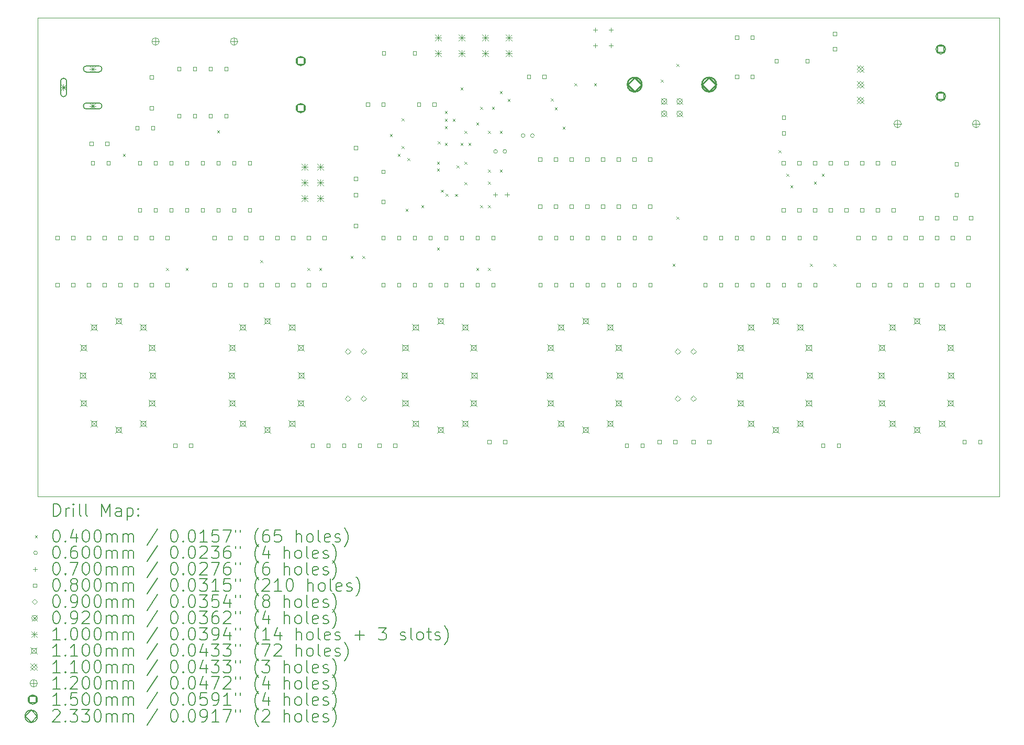
<source format=gbr>
%TF.GenerationSoftware,KiCad,Pcbnew,7.0.8*%
%TF.CreationDate,2023-10-07T19:30:02-07:00*%
%TF.ProjectId,nixie3,6e697869-6533-42e6-9b69-6361645f7063,rev?*%
%TF.SameCoordinates,Original*%
%TF.FileFunction,Drillmap*%
%TF.FilePolarity,Positive*%
%FSLAX45Y45*%
G04 Gerber Fmt 4.5, Leading zero omitted, Abs format (unit mm)*
G04 Created by KiCad (PCBNEW 7.0.8) date 2023-10-07 19:30:02*
%MOMM*%
%LPD*%
G01*
G04 APERTURE LIST*
%ADD10C,0.100000*%
%ADD11C,0.200000*%
%ADD12C,0.040000*%
%ADD13C,0.060000*%
%ADD14C,0.070000*%
%ADD15C,0.080000*%
%ADD16C,0.090000*%
%ADD17C,0.092000*%
%ADD18C,0.109982*%
%ADD19C,0.110000*%
%ADD20C,0.120000*%
%ADD21C,0.150000*%
%ADD22C,0.233000*%
G04 APERTURE END LIST*
D10*
X3873500Y-3492500D02*
X19431000Y-3492500D01*
X19431000Y-11239500D01*
X3873500Y-11239500D01*
X3873500Y-3492500D01*
D11*
D12*
X5250500Y-5695000D02*
X5290500Y-5735000D01*
X5290500Y-5695000D02*
X5250500Y-5735000D01*
X5949000Y-7536500D02*
X5989000Y-7576500D01*
X5989000Y-7536500D02*
X5949000Y-7576500D01*
X6266500Y-7536500D02*
X6306500Y-7576500D01*
X6306500Y-7536500D02*
X6266500Y-7576500D01*
X6774500Y-5314000D02*
X6814500Y-5354000D01*
X6814500Y-5314000D02*
X6774500Y-5354000D01*
X7473000Y-7409500D02*
X7513000Y-7449500D01*
X7513000Y-7409500D02*
X7473000Y-7449500D01*
X8235000Y-7536500D02*
X8275000Y-7576500D01*
X8275000Y-7536500D02*
X8235000Y-7576500D01*
X8425500Y-7536500D02*
X8465500Y-7576500D01*
X8465500Y-7536500D02*
X8425500Y-7576500D01*
X8933500Y-7346000D02*
X8973500Y-7386000D01*
X8973500Y-7346000D02*
X8933500Y-7386000D01*
X9124000Y-7346000D02*
X9164000Y-7386000D01*
X9164000Y-7346000D02*
X9124000Y-7386000D01*
X9568500Y-5368550D02*
X9608500Y-5408550D01*
X9608500Y-5368550D02*
X9568500Y-5408550D01*
X9695500Y-5695000D02*
X9735500Y-5735000D01*
X9735500Y-5695000D02*
X9695500Y-5735000D01*
X9759000Y-5115050D02*
X9799000Y-5155050D01*
X9799000Y-5115050D02*
X9759000Y-5155050D01*
X9759000Y-5568000D02*
X9799000Y-5608000D01*
X9799000Y-5568000D02*
X9759000Y-5608000D01*
X9822500Y-6584000D02*
X9862500Y-6624000D01*
X9862500Y-6584000D02*
X9822500Y-6624000D01*
X9854250Y-5758500D02*
X9894250Y-5798500D01*
X9894250Y-5758500D02*
X9854250Y-5798500D01*
X10076500Y-6520500D02*
X10116500Y-6560500D01*
X10116500Y-6520500D02*
X10076500Y-6560500D01*
X10330500Y-5822000D02*
X10370500Y-5862000D01*
X10370500Y-5822000D02*
X10330500Y-5862000D01*
X10330500Y-5932550D02*
X10370500Y-5972550D01*
X10370500Y-5932550D02*
X10330500Y-5972550D01*
X10330500Y-7210550D02*
X10370500Y-7250550D01*
X10370500Y-7210550D02*
X10330500Y-7250550D01*
X10340956Y-5489263D02*
X10380956Y-5529263D01*
X10380956Y-5489263D02*
X10340956Y-5529263D01*
X10394000Y-6272307D02*
X10434000Y-6312307D01*
X10434000Y-6272307D02*
X10394000Y-6312307D01*
X10457500Y-4996500D02*
X10497500Y-5036500D01*
X10497500Y-4996500D02*
X10457500Y-5036500D01*
X10457500Y-5123500D02*
X10497500Y-5163500D01*
X10497500Y-5123500D02*
X10457500Y-5163500D01*
X10457500Y-5241550D02*
X10497500Y-5281550D01*
X10497500Y-5241550D02*
X10457500Y-5281550D01*
X10457500Y-5513450D02*
X10497500Y-5553450D01*
X10497500Y-5513450D02*
X10457500Y-5553450D01*
X10467607Y-6339183D02*
X10507607Y-6379183D01*
X10507607Y-6339183D02*
X10467607Y-6379183D01*
X10584500Y-5123500D02*
X10624500Y-5163500D01*
X10624500Y-5123500D02*
X10584500Y-5163500D01*
X10620355Y-6340607D02*
X10660355Y-6380607D01*
X10660355Y-6340607D02*
X10620355Y-6380607D01*
X10648000Y-5876550D02*
X10688000Y-5916550D01*
X10688000Y-5876550D02*
X10648000Y-5916550D01*
X10711500Y-4615500D02*
X10751500Y-4655500D01*
X10751500Y-4615500D02*
X10711500Y-4655500D01*
X10711500Y-5513450D02*
X10751500Y-5553450D01*
X10751500Y-5513450D02*
X10711500Y-5553450D01*
X10775000Y-5322950D02*
X10815000Y-5362950D01*
X10815000Y-5322950D02*
X10775000Y-5362950D01*
X10775000Y-5822000D02*
X10815000Y-5862000D01*
X10815000Y-5822000D02*
X10775000Y-5862000D01*
X10775000Y-6147950D02*
X10815000Y-6187950D01*
X10815000Y-6147950D02*
X10775000Y-6187950D01*
X10838500Y-5513450D02*
X10878500Y-5553450D01*
X10878500Y-5513450D02*
X10838500Y-5553450D01*
X10965500Y-5187000D02*
X11005500Y-5227000D01*
X11005500Y-5187000D02*
X10965500Y-5227000D01*
X10965500Y-7536500D02*
X11005500Y-7576500D01*
X11005500Y-7536500D02*
X10965500Y-7576500D01*
X11029000Y-4933000D02*
X11069000Y-4973000D01*
X11069000Y-4933000D02*
X11029000Y-4973000D01*
X11029000Y-6520500D02*
X11069000Y-6560500D01*
X11069000Y-6520500D02*
X11029000Y-6560500D01*
X11156000Y-5322950D02*
X11196000Y-5362950D01*
X11196000Y-5322950D02*
X11156000Y-5362950D01*
X11156000Y-5949000D02*
X11196000Y-5989000D01*
X11196000Y-5949000D02*
X11156000Y-5989000D01*
X11156000Y-6139500D02*
X11196000Y-6179500D01*
X11196000Y-6139500D02*
X11156000Y-6179500D01*
X11156000Y-6520500D02*
X11196000Y-6560500D01*
X11196000Y-6520500D02*
X11156000Y-6560500D01*
X11156000Y-7536500D02*
X11196000Y-7576500D01*
X11196000Y-7536500D02*
X11156000Y-7576500D01*
X11219500Y-4933000D02*
X11259500Y-4973000D01*
X11259500Y-4933000D02*
X11219500Y-4973000D01*
X11346500Y-4679000D02*
X11386500Y-4719000D01*
X11386500Y-4679000D02*
X11346500Y-4719000D01*
X11346500Y-5322450D02*
X11386500Y-5362450D01*
X11386500Y-5322450D02*
X11346500Y-5362450D01*
X11346500Y-5949000D02*
X11386500Y-5989000D01*
X11386500Y-5949000D02*
X11346500Y-5989000D01*
X11473500Y-4806000D02*
X11513500Y-4846000D01*
X11513500Y-4806000D02*
X11473500Y-4846000D01*
X12172000Y-4797050D02*
X12212000Y-4837050D01*
X12212000Y-4797050D02*
X12172000Y-4837050D01*
X12235500Y-4941950D02*
X12275500Y-4981950D01*
X12275500Y-4941950D02*
X12235500Y-4981950D01*
X12362500Y-5250500D02*
X12402500Y-5290500D01*
X12402500Y-5250500D02*
X12362500Y-5290500D01*
X12553000Y-4552000D02*
X12593000Y-4592000D01*
X12593000Y-4552000D02*
X12553000Y-4592000D01*
X12870500Y-4552000D02*
X12910500Y-4592000D01*
X12910500Y-4552000D02*
X12870500Y-4592000D01*
X13950000Y-4488500D02*
X13990000Y-4528500D01*
X13990000Y-4488500D02*
X13950000Y-4528500D01*
X14140500Y-7473000D02*
X14180500Y-7513000D01*
X14180500Y-7473000D02*
X14140500Y-7513000D01*
X14204000Y-4234500D02*
X14244000Y-4274500D01*
X14244000Y-4234500D02*
X14204000Y-4274500D01*
X14204000Y-6711000D02*
X14244000Y-6751000D01*
X14244000Y-6711000D02*
X14204000Y-6751000D01*
X15855000Y-5631500D02*
X15895000Y-5671500D01*
X15895000Y-5631500D02*
X15855000Y-5671500D01*
X15982000Y-6012500D02*
X16022000Y-6052500D01*
X16022000Y-6012500D02*
X15982000Y-6052500D01*
X16045500Y-6203000D02*
X16085500Y-6243000D01*
X16085500Y-6203000D02*
X16045500Y-6243000D01*
X16363000Y-7473000D02*
X16403000Y-7513000D01*
X16403000Y-7473000D02*
X16363000Y-7513000D01*
X16426500Y-6139500D02*
X16466500Y-6179500D01*
X16466500Y-6139500D02*
X16426500Y-6179500D01*
X16553500Y-6012500D02*
X16593500Y-6052500D01*
X16593500Y-6012500D02*
X16553500Y-6052500D01*
X16744000Y-7473000D02*
X16784000Y-7513000D01*
X16784000Y-7473000D02*
X16744000Y-7513000D01*
D13*
X11308500Y-5652500D02*
G75*
G03*
X11308500Y-5652500I-30000J0D01*
G01*
X11458500Y-5652500D02*
G75*
G03*
X11458500Y-5652500I-30000J0D01*
G01*
X11754500Y-5397500D02*
G75*
G03*
X11754500Y-5397500I-30000J0D01*
G01*
X11904500Y-5397500D02*
G75*
G03*
X11904500Y-5397500I-30000J0D01*
G01*
D14*
X11274500Y-6316000D02*
X11274500Y-6386000D01*
X11239500Y-6351000D02*
X11309500Y-6351000D01*
X11464500Y-6316000D02*
X11464500Y-6386000D01*
X11429500Y-6351000D02*
X11499500Y-6351000D01*
X12890500Y-3648000D02*
X12890500Y-3718000D01*
X12855500Y-3683000D02*
X12925500Y-3683000D01*
X12890500Y-3902000D02*
X12890500Y-3972000D01*
X12855500Y-3937000D02*
X12925500Y-3937000D01*
X13144500Y-3648000D02*
X13144500Y-3718000D01*
X13109500Y-3683000D02*
X13179500Y-3683000D01*
X13144500Y-3902000D02*
X13144500Y-3972000D01*
X13109500Y-3937000D02*
X13179500Y-3937000D01*
D15*
X4219285Y-7076784D02*
X4219285Y-7020215D01*
X4162715Y-7020215D01*
X4162715Y-7076784D01*
X4219285Y-7076784D01*
X4219285Y-7838784D02*
X4219285Y-7782215D01*
X4162715Y-7782215D01*
X4162715Y-7838784D01*
X4219285Y-7838784D01*
X4473285Y-7076784D02*
X4473285Y-7020215D01*
X4416716Y-7020215D01*
X4416716Y-7076784D01*
X4473285Y-7076784D01*
X4473285Y-7838784D02*
X4473285Y-7782215D01*
X4416716Y-7782215D01*
X4416716Y-7838784D01*
X4473285Y-7838784D01*
X4727285Y-7076784D02*
X4727285Y-7020215D01*
X4670716Y-7020215D01*
X4670716Y-7076784D01*
X4727285Y-7076784D01*
X4727285Y-7838784D02*
X4727285Y-7782215D01*
X4670716Y-7782215D01*
X4670716Y-7838784D01*
X4727285Y-7838784D01*
X4768285Y-5552785D02*
X4768285Y-5496216D01*
X4711716Y-5496216D01*
X4711716Y-5552785D01*
X4768285Y-5552785D01*
X4790785Y-5870284D02*
X4790785Y-5813715D01*
X4734216Y-5813715D01*
X4734216Y-5870284D01*
X4790785Y-5870284D01*
X4981285Y-7076784D02*
X4981285Y-7020215D01*
X4924716Y-7020215D01*
X4924716Y-7076784D01*
X4981285Y-7076784D01*
X4981285Y-7838784D02*
X4981285Y-7782215D01*
X4924716Y-7782215D01*
X4924716Y-7838784D01*
X4981285Y-7838784D01*
X5022285Y-5552785D02*
X5022285Y-5496216D01*
X4965716Y-5496216D01*
X4965716Y-5552785D01*
X5022285Y-5552785D01*
X5044785Y-5870284D02*
X5044785Y-5813715D01*
X4988216Y-5813715D01*
X4988216Y-5870284D01*
X5044785Y-5870284D01*
X5235285Y-7076784D02*
X5235285Y-7020215D01*
X5178716Y-7020215D01*
X5178716Y-7076784D01*
X5235285Y-7076784D01*
X5235285Y-7838784D02*
X5235285Y-7782215D01*
X5178716Y-7782215D01*
X5178716Y-7838784D01*
X5235285Y-7838784D01*
X5489285Y-7076784D02*
X5489285Y-7020215D01*
X5432716Y-7020215D01*
X5432716Y-7076784D01*
X5489285Y-7076784D01*
X5489285Y-7838784D02*
X5489285Y-7782215D01*
X5432716Y-7782215D01*
X5432716Y-7838784D01*
X5489285Y-7838784D01*
X5511785Y-5298785D02*
X5511785Y-5242216D01*
X5455216Y-5242216D01*
X5455216Y-5298785D01*
X5511785Y-5298785D01*
X5552785Y-5870284D02*
X5552785Y-5813715D01*
X5496216Y-5813715D01*
X5496216Y-5870284D01*
X5552785Y-5870284D01*
X5552785Y-6632284D02*
X5552785Y-6575715D01*
X5496216Y-6575715D01*
X5496216Y-6632284D01*
X5552785Y-6632284D01*
X5743284Y-4477285D02*
X5743284Y-4420716D01*
X5686715Y-4420716D01*
X5686715Y-4477285D01*
X5743284Y-4477285D01*
X5743284Y-4977285D02*
X5743284Y-4920716D01*
X5686715Y-4920716D01*
X5686715Y-4977285D01*
X5743284Y-4977285D01*
X5743284Y-7076784D02*
X5743284Y-7020215D01*
X5686715Y-7020215D01*
X5686715Y-7076784D01*
X5743284Y-7076784D01*
X5743284Y-7838784D02*
X5743284Y-7782215D01*
X5686715Y-7782215D01*
X5686715Y-7838784D01*
X5743284Y-7838784D01*
X5765784Y-5298785D02*
X5765784Y-5242216D01*
X5709215Y-5242216D01*
X5709215Y-5298785D01*
X5765784Y-5298785D01*
X5806784Y-5870284D02*
X5806784Y-5813715D01*
X5750215Y-5813715D01*
X5750215Y-5870284D01*
X5806784Y-5870284D01*
X5806784Y-6632284D02*
X5806784Y-6575715D01*
X5750215Y-6575715D01*
X5750215Y-6632284D01*
X5806784Y-6632284D01*
X5997284Y-7076784D02*
X5997284Y-7020215D01*
X5940715Y-7020215D01*
X5940715Y-7076784D01*
X5997284Y-7076784D01*
X5997284Y-7838784D02*
X5997284Y-7782215D01*
X5940715Y-7782215D01*
X5940715Y-7838784D01*
X5997284Y-7838784D01*
X6060784Y-5870284D02*
X6060784Y-5813715D01*
X6004215Y-5813715D01*
X6004215Y-5870284D01*
X6060784Y-5870284D01*
X6060784Y-6632284D02*
X6060784Y-6575715D01*
X6004215Y-6575715D01*
X6004215Y-6632284D01*
X6060784Y-6632284D01*
X6124284Y-10442285D02*
X6124284Y-10385716D01*
X6067715Y-10385716D01*
X6067715Y-10442285D01*
X6124284Y-10442285D01*
X6187784Y-4346285D02*
X6187784Y-4289716D01*
X6131215Y-4289716D01*
X6131215Y-4346285D01*
X6187784Y-4346285D01*
X6187784Y-5108285D02*
X6187784Y-5051716D01*
X6131215Y-5051716D01*
X6131215Y-5108285D01*
X6187784Y-5108285D01*
X6314784Y-5870284D02*
X6314784Y-5813715D01*
X6258215Y-5813715D01*
X6258215Y-5870284D01*
X6314784Y-5870284D01*
X6314784Y-6632284D02*
X6314784Y-6575715D01*
X6258215Y-6575715D01*
X6258215Y-6632284D01*
X6314784Y-6632284D01*
X6378284Y-10442285D02*
X6378284Y-10385716D01*
X6321715Y-10385716D01*
X6321715Y-10442285D01*
X6378284Y-10442285D01*
X6441784Y-4346285D02*
X6441784Y-4289716D01*
X6385215Y-4289716D01*
X6385215Y-4346285D01*
X6441784Y-4346285D01*
X6441784Y-5108285D02*
X6441784Y-5051716D01*
X6385215Y-5051716D01*
X6385215Y-5108285D01*
X6441784Y-5108285D01*
X6568784Y-5870284D02*
X6568784Y-5813715D01*
X6512215Y-5813715D01*
X6512215Y-5870284D01*
X6568784Y-5870284D01*
X6568784Y-6632284D02*
X6568784Y-6575715D01*
X6512215Y-6575715D01*
X6512215Y-6632284D01*
X6568784Y-6632284D01*
X6695784Y-4346285D02*
X6695784Y-4289716D01*
X6639215Y-4289716D01*
X6639215Y-4346285D01*
X6695784Y-4346285D01*
X6695784Y-5108285D02*
X6695784Y-5051716D01*
X6639215Y-5051716D01*
X6639215Y-5108285D01*
X6695784Y-5108285D01*
X6759284Y-7076784D02*
X6759284Y-7020215D01*
X6702715Y-7020215D01*
X6702715Y-7076784D01*
X6759284Y-7076784D01*
X6759284Y-7838784D02*
X6759284Y-7782215D01*
X6702715Y-7782215D01*
X6702715Y-7838784D01*
X6759284Y-7838784D01*
X6822784Y-5870284D02*
X6822784Y-5813715D01*
X6766215Y-5813715D01*
X6766215Y-5870284D01*
X6822784Y-5870284D01*
X6822784Y-6632284D02*
X6822784Y-6575715D01*
X6766215Y-6575715D01*
X6766215Y-6632284D01*
X6822784Y-6632284D01*
X6949784Y-4346285D02*
X6949784Y-4289716D01*
X6893215Y-4289716D01*
X6893215Y-4346285D01*
X6949784Y-4346285D01*
X6949784Y-5108285D02*
X6949784Y-5051716D01*
X6893215Y-5051716D01*
X6893215Y-5108285D01*
X6949784Y-5108285D01*
X7013284Y-7076784D02*
X7013284Y-7020215D01*
X6956715Y-7020215D01*
X6956715Y-7076784D01*
X7013284Y-7076784D01*
X7013284Y-7838784D02*
X7013284Y-7782215D01*
X6956715Y-7782215D01*
X6956715Y-7838784D01*
X7013284Y-7838784D01*
X7076784Y-5870284D02*
X7076784Y-5813715D01*
X7020215Y-5813715D01*
X7020215Y-5870284D01*
X7076784Y-5870284D01*
X7076784Y-6632284D02*
X7076784Y-6575715D01*
X7020215Y-6575715D01*
X7020215Y-6632284D01*
X7076784Y-6632284D01*
X7267284Y-7076784D02*
X7267284Y-7020215D01*
X7210715Y-7020215D01*
X7210715Y-7076784D01*
X7267284Y-7076784D01*
X7267284Y-7838784D02*
X7267284Y-7782215D01*
X7210715Y-7782215D01*
X7210715Y-7838784D01*
X7267284Y-7838784D01*
X7330784Y-5870284D02*
X7330784Y-5813715D01*
X7274215Y-5813715D01*
X7274215Y-5870284D01*
X7330784Y-5870284D01*
X7330784Y-6632284D02*
X7330784Y-6575715D01*
X7274215Y-6575715D01*
X7274215Y-6632284D01*
X7330784Y-6632284D01*
X7521284Y-7076784D02*
X7521284Y-7020215D01*
X7464715Y-7020215D01*
X7464715Y-7076784D01*
X7521284Y-7076784D01*
X7521284Y-7838784D02*
X7521284Y-7782215D01*
X7464715Y-7782215D01*
X7464715Y-7838784D01*
X7521284Y-7838784D01*
X7775284Y-7076784D02*
X7775284Y-7020215D01*
X7718715Y-7020215D01*
X7718715Y-7076784D01*
X7775284Y-7076784D01*
X7775284Y-7838784D02*
X7775284Y-7782215D01*
X7718715Y-7782215D01*
X7718715Y-7838784D01*
X7775284Y-7838784D01*
X8029284Y-7076784D02*
X8029284Y-7020215D01*
X7972715Y-7020215D01*
X7972715Y-7076784D01*
X8029284Y-7076784D01*
X8029284Y-7838784D02*
X8029284Y-7782215D01*
X7972715Y-7782215D01*
X7972715Y-7838784D01*
X8029284Y-7838784D01*
X8283284Y-7076784D02*
X8283284Y-7020215D01*
X8226715Y-7020215D01*
X8226715Y-7076784D01*
X8283284Y-7076784D01*
X8283284Y-7838784D02*
X8283284Y-7782215D01*
X8226715Y-7782215D01*
X8226715Y-7838784D01*
X8283284Y-7838784D01*
X8346784Y-10442285D02*
X8346784Y-10385716D01*
X8290215Y-10385716D01*
X8290215Y-10442285D01*
X8346784Y-10442285D01*
X8537285Y-7076784D02*
X8537285Y-7020215D01*
X8480716Y-7020215D01*
X8480716Y-7076784D01*
X8537285Y-7076784D01*
X8537285Y-7838784D02*
X8537285Y-7782215D01*
X8480716Y-7782215D01*
X8480716Y-7838784D01*
X8537285Y-7838784D01*
X8600785Y-10442285D02*
X8600785Y-10385716D01*
X8544216Y-10385716D01*
X8544216Y-10442285D01*
X8600785Y-10442285D01*
X8854785Y-10442285D02*
X8854785Y-10385716D01*
X8798216Y-10385716D01*
X8798216Y-10442285D01*
X8854785Y-10442285D01*
X9045285Y-5620284D02*
X9045285Y-5563716D01*
X8988716Y-5563716D01*
X8988716Y-5620284D01*
X9045285Y-5620284D01*
X9045285Y-6120284D02*
X9045285Y-6063715D01*
X8988716Y-6063715D01*
X8988716Y-6120284D01*
X9045285Y-6120284D01*
X9045285Y-6382284D02*
X9045285Y-6325715D01*
X8988716Y-6325715D01*
X8988716Y-6382284D01*
X9045285Y-6382284D01*
X9045285Y-6882284D02*
X9045285Y-6825715D01*
X8988716Y-6825715D01*
X8988716Y-6882284D01*
X9045285Y-6882284D01*
X9108785Y-10442285D02*
X9108785Y-10385716D01*
X9052216Y-10385716D01*
X9052216Y-10442285D01*
X9108785Y-10442285D01*
X9239785Y-4917785D02*
X9239785Y-4861216D01*
X9183216Y-4861216D01*
X9183216Y-4917785D01*
X9239785Y-4917785D01*
X9426285Y-10442285D02*
X9426285Y-10385716D01*
X9369716Y-10385716D01*
X9369716Y-10442285D01*
X9426285Y-10442285D01*
X9489785Y-4917785D02*
X9489785Y-4861216D01*
X9433216Y-4861216D01*
X9433216Y-4917785D01*
X9489785Y-4917785D01*
X9489785Y-6008284D02*
X9489785Y-5951715D01*
X9433216Y-5951715D01*
X9433216Y-6008284D01*
X9489785Y-6008284D01*
X9489785Y-6496284D02*
X9489785Y-6439715D01*
X9433216Y-6439715D01*
X9433216Y-6496284D01*
X9489785Y-6496284D01*
X9489785Y-7076784D02*
X9489785Y-7020215D01*
X9433216Y-7020215D01*
X9433216Y-7076784D01*
X9489785Y-7076784D01*
X9489785Y-7838784D02*
X9489785Y-7782215D01*
X9433216Y-7782215D01*
X9433216Y-7838784D01*
X9489785Y-7838784D01*
X9497785Y-4092284D02*
X9497785Y-4035715D01*
X9441216Y-4035715D01*
X9441216Y-4092284D01*
X9497785Y-4092284D01*
X9680285Y-10442285D02*
X9680285Y-10385716D01*
X9623716Y-10385716D01*
X9623716Y-10442285D01*
X9680285Y-10442285D01*
X9743785Y-7076784D02*
X9743785Y-7020215D01*
X9687216Y-7020215D01*
X9687216Y-7076784D01*
X9743785Y-7076784D01*
X9743785Y-7838784D02*
X9743785Y-7782215D01*
X9687216Y-7782215D01*
X9687216Y-7838784D01*
X9743785Y-7838784D01*
X9997785Y-4092284D02*
X9997785Y-4035715D01*
X9941216Y-4035715D01*
X9941216Y-4092284D01*
X9997785Y-4092284D01*
X9997785Y-7076784D02*
X9997785Y-7020215D01*
X9941216Y-7020215D01*
X9941216Y-7076784D01*
X9997785Y-7076784D01*
X9997785Y-7838784D02*
X9997785Y-7782215D01*
X9941216Y-7782215D01*
X9941216Y-7838784D01*
X9997785Y-7838784D01*
X10065285Y-4917785D02*
X10065285Y-4861216D01*
X10008716Y-4861216D01*
X10008716Y-4917785D01*
X10065285Y-4917785D01*
X10251785Y-7076784D02*
X10251785Y-7020215D01*
X10195216Y-7020215D01*
X10195216Y-7076784D01*
X10251785Y-7076784D01*
X10251785Y-7838784D02*
X10251785Y-7782215D01*
X10195216Y-7782215D01*
X10195216Y-7838784D01*
X10251785Y-7838784D01*
X10315285Y-4917785D02*
X10315285Y-4861216D01*
X10258716Y-4861216D01*
X10258716Y-4917785D01*
X10315285Y-4917785D01*
X10505785Y-7076784D02*
X10505785Y-7020215D01*
X10449216Y-7020215D01*
X10449216Y-7076784D01*
X10505785Y-7076784D01*
X10505785Y-7838784D02*
X10505785Y-7782215D01*
X10449216Y-7782215D01*
X10449216Y-7838784D01*
X10505785Y-7838784D01*
X10759785Y-7076784D02*
X10759785Y-7020215D01*
X10703216Y-7020215D01*
X10703216Y-7076784D01*
X10759785Y-7076784D01*
X10759785Y-7838784D02*
X10759785Y-7782215D01*
X10703216Y-7782215D01*
X10703216Y-7838784D01*
X10759785Y-7838784D01*
X11013785Y-7076784D02*
X11013785Y-7020215D01*
X10957216Y-7020215D01*
X10957216Y-7076784D01*
X11013785Y-7076784D01*
X11013785Y-7838784D02*
X11013785Y-7782215D01*
X10957216Y-7782215D01*
X10957216Y-7838784D01*
X11013785Y-7838784D01*
X11204284Y-10378785D02*
X11204284Y-10322216D01*
X11147716Y-10322216D01*
X11147716Y-10378785D01*
X11204284Y-10378785D01*
X11267784Y-7076784D02*
X11267784Y-7020215D01*
X11211215Y-7020215D01*
X11211215Y-7076784D01*
X11267784Y-7076784D01*
X11267784Y-7838784D02*
X11267784Y-7782215D01*
X11211215Y-7782215D01*
X11211215Y-7838784D01*
X11267784Y-7838784D01*
X11458284Y-10378785D02*
X11458284Y-10322216D01*
X11401715Y-10322216D01*
X11401715Y-10378785D01*
X11458284Y-10378785D01*
X11843284Y-4473285D02*
X11843284Y-4416716D01*
X11786715Y-4416716D01*
X11786715Y-4473285D01*
X11843284Y-4473285D01*
X12028284Y-5807784D02*
X12028284Y-5751215D01*
X11971715Y-5751215D01*
X11971715Y-5807784D01*
X12028284Y-5807784D01*
X12028284Y-6569784D02*
X12028284Y-6513215D01*
X11971715Y-6513215D01*
X11971715Y-6569784D01*
X12028284Y-6569784D01*
X12029784Y-7076784D02*
X12029784Y-7020215D01*
X11973215Y-7020215D01*
X11973215Y-7076784D01*
X12029784Y-7076784D01*
X12029784Y-7838784D02*
X12029784Y-7782215D01*
X11973215Y-7782215D01*
X11973215Y-7838784D01*
X12029784Y-7838784D01*
X12093284Y-4473285D02*
X12093284Y-4416716D01*
X12036715Y-4416716D01*
X12036715Y-4473285D01*
X12093284Y-4473285D01*
X12282284Y-5807784D02*
X12282284Y-5751215D01*
X12225715Y-5751215D01*
X12225715Y-5807784D01*
X12282284Y-5807784D01*
X12282284Y-6569784D02*
X12282284Y-6513215D01*
X12225715Y-6513215D01*
X12225715Y-6569784D01*
X12282284Y-6569784D01*
X12283784Y-7076784D02*
X12283784Y-7020215D01*
X12227215Y-7020215D01*
X12227215Y-7076784D01*
X12283784Y-7076784D01*
X12283784Y-7838784D02*
X12283784Y-7782215D01*
X12227215Y-7782215D01*
X12227215Y-7838784D01*
X12283784Y-7838784D01*
X12536284Y-5807784D02*
X12536284Y-5751215D01*
X12479715Y-5751215D01*
X12479715Y-5807784D01*
X12536284Y-5807784D01*
X12536284Y-6569784D02*
X12536284Y-6513215D01*
X12479715Y-6513215D01*
X12479715Y-6569784D01*
X12536284Y-6569784D01*
X12537784Y-7076784D02*
X12537784Y-7020215D01*
X12481215Y-7020215D01*
X12481215Y-7076784D01*
X12537784Y-7076784D01*
X12537784Y-7838784D02*
X12537784Y-7782215D01*
X12481215Y-7782215D01*
X12481215Y-7838784D01*
X12537784Y-7838784D01*
X12790284Y-5807784D02*
X12790284Y-5751215D01*
X12733715Y-5751215D01*
X12733715Y-5807784D01*
X12790284Y-5807784D01*
X12790284Y-6569784D02*
X12790284Y-6513215D01*
X12733715Y-6513215D01*
X12733715Y-6569784D01*
X12790284Y-6569784D01*
X12791784Y-7076784D02*
X12791784Y-7020215D01*
X12735215Y-7020215D01*
X12735215Y-7076784D01*
X12791784Y-7076784D01*
X12791784Y-7838784D02*
X12791784Y-7782215D01*
X12735215Y-7782215D01*
X12735215Y-7838784D01*
X12791784Y-7838784D01*
X13044284Y-5807784D02*
X13044284Y-5751215D01*
X12987715Y-5751215D01*
X12987715Y-5807784D01*
X13044284Y-5807784D01*
X13044284Y-6569784D02*
X13044284Y-6513215D01*
X12987715Y-6513215D01*
X12987715Y-6569784D01*
X13044284Y-6569784D01*
X13045784Y-7076784D02*
X13045784Y-7020215D01*
X12989215Y-7020215D01*
X12989215Y-7076784D01*
X13045784Y-7076784D01*
X13045784Y-7838784D02*
X13045784Y-7782215D01*
X12989215Y-7782215D01*
X12989215Y-7838784D01*
X13045784Y-7838784D01*
X13298284Y-5807784D02*
X13298284Y-5751215D01*
X13241715Y-5751215D01*
X13241715Y-5807784D01*
X13298284Y-5807784D01*
X13298284Y-6569784D02*
X13298284Y-6513215D01*
X13241715Y-6513215D01*
X13241715Y-6569784D01*
X13298284Y-6569784D01*
X13299784Y-7076784D02*
X13299784Y-7020215D01*
X13243215Y-7020215D01*
X13243215Y-7076784D01*
X13299784Y-7076784D01*
X13299784Y-7838784D02*
X13299784Y-7782215D01*
X13243215Y-7782215D01*
X13243215Y-7838784D01*
X13299784Y-7838784D01*
X13426784Y-10442285D02*
X13426784Y-10385716D01*
X13370215Y-10385716D01*
X13370215Y-10442285D01*
X13426784Y-10442285D01*
X13552284Y-5807784D02*
X13552284Y-5751215D01*
X13495715Y-5751215D01*
X13495715Y-5807784D01*
X13552284Y-5807784D01*
X13552284Y-6569784D02*
X13552284Y-6513215D01*
X13495715Y-6513215D01*
X13495715Y-6569784D01*
X13552284Y-6569784D01*
X13553784Y-7076784D02*
X13553784Y-7020215D01*
X13497215Y-7020215D01*
X13497215Y-7076784D01*
X13553784Y-7076784D01*
X13553784Y-7838784D02*
X13553784Y-7782215D01*
X13497215Y-7782215D01*
X13497215Y-7838784D01*
X13553784Y-7838784D01*
X13680784Y-10442285D02*
X13680784Y-10385716D01*
X13624215Y-10385716D01*
X13624215Y-10442285D01*
X13680784Y-10442285D01*
X13806284Y-5807784D02*
X13806284Y-5751215D01*
X13749715Y-5751215D01*
X13749715Y-5807784D01*
X13806284Y-5807784D01*
X13806284Y-6569784D02*
X13806284Y-6513215D01*
X13749715Y-6513215D01*
X13749715Y-6569784D01*
X13806284Y-6569784D01*
X13807784Y-7076784D02*
X13807784Y-7020215D01*
X13751215Y-7020215D01*
X13751215Y-7076784D01*
X13807784Y-7076784D01*
X13807784Y-7838784D02*
X13807784Y-7782215D01*
X13751215Y-7782215D01*
X13751215Y-7838784D01*
X13807784Y-7838784D01*
X13957284Y-10378785D02*
X13957284Y-10322216D01*
X13900715Y-10322216D01*
X13900715Y-10378785D01*
X13957284Y-10378785D01*
X14211284Y-10378785D02*
X14211284Y-10322216D01*
X14154715Y-10322216D01*
X14154715Y-10378785D01*
X14211284Y-10378785D01*
X14506284Y-10378785D02*
X14506284Y-10322216D01*
X14449715Y-10322216D01*
X14449715Y-10378785D01*
X14506284Y-10378785D01*
X14696784Y-7076784D02*
X14696784Y-7020215D01*
X14640215Y-7020215D01*
X14640215Y-7076784D01*
X14696784Y-7076784D01*
X14696784Y-7838784D02*
X14696784Y-7782215D01*
X14640215Y-7782215D01*
X14640215Y-7838784D01*
X14696784Y-7838784D01*
X14760284Y-10378785D02*
X14760284Y-10322216D01*
X14703715Y-10322216D01*
X14703715Y-10378785D01*
X14760284Y-10378785D01*
X14950784Y-7076784D02*
X14950784Y-7020215D01*
X14894215Y-7020215D01*
X14894215Y-7076784D01*
X14950784Y-7076784D01*
X14950784Y-7838784D02*
X14950784Y-7782215D01*
X14894215Y-7782215D01*
X14894215Y-7838784D01*
X14950784Y-7838784D01*
X15204784Y-7076784D02*
X15204784Y-7020215D01*
X15148215Y-7020215D01*
X15148215Y-7076784D01*
X15204784Y-7076784D01*
X15204784Y-7838784D02*
X15204784Y-7782215D01*
X15148215Y-7782215D01*
X15148215Y-7838784D01*
X15204784Y-7838784D01*
X15208784Y-3838284D02*
X15208784Y-3781715D01*
X15152215Y-3781715D01*
X15152215Y-3838284D01*
X15208784Y-3838284D01*
X15208784Y-4473285D02*
X15208784Y-4416716D01*
X15152215Y-4416716D01*
X15152215Y-4473285D01*
X15208784Y-4473285D01*
X15458784Y-3838284D02*
X15458784Y-3781715D01*
X15402215Y-3781715D01*
X15402215Y-3838284D01*
X15458784Y-3838284D01*
X15458784Y-4473285D02*
X15458784Y-4416716D01*
X15402215Y-4416716D01*
X15402215Y-4473285D01*
X15458784Y-4473285D01*
X15458784Y-7076784D02*
X15458784Y-7020215D01*
X15402215Y-7020215D01*
X15402215Y-7076784D01*
X15458784Y-7076784D01*
X15458784Y-7838784D02*
X15458784Y-7782215D01*
X15402215Y-7782215D01*
X15402215Y-7838784D01*
X15458784Y-7838784D01*
X15712784Y-7076784D02*
X15712784Y-7020215D01*
X15656215Y-7020215D01*
X15656215Y-7076784D01*
X15712784Y-7076784D01*
X15712784Y-7838784D02*
X15712784Y-7782215D01*
X15656215Y-7782215D01*
X15656215Y-7838784D01*
X15712784Y-7838784D01*
X15847784Y-4219285D02*
X15847784Y-4162715D01*
X15791215Y-4162715D01*
X15791215Y-4219285D01*
X15847784Y-4219285D01*
X15965284Y-5871284D02*
X15965284Y-5814715D01*
X15908715Y-5814715D01*
X15908715Y-5871284D01*
X15965284Y-5871284D01*
X15965284Y-6633284D02*
X15965284Y-6576715D01*
X15908715Y-6576715D01*
X15908715Y-6633284D01*
X15965284Y-6633284D01*
X15966784Y-5130785D02*
X15966784Y-5074216D01*
X15910215Y-5074216D01*
X15910215Y-5130785D01*
X15966784Y-5130785D01*
X15966784Y-5384785D02*
X15966784Y-5328216D01*
X15910215Y-5328216D01*
X15910215Y-5384785D01*
X15966784Y-5384785D01*
X15966784Y-7076784D02*
X15966784Y-7020215D01*
X15910215Y-7020215D01*
X15910215Y-7076784D01*
X15966784Y-7076784D01*
X15966784Y-7838784D02*
X15966784Y-7782215D01*
X15910215Y-7782215D01*
X15910215Y-7838784D01*
X15966784Y-7838784D01*
X16219284Y-5871284D02*
X16219284Y-5814715D01*
X16162715Y-5814715D01*
X16162715Y-5871284D01*
X16219284Y-5871284D01*
X16219284Y-6633284D02*
X16219284Y-6576715D01*
X16162715Y-6576715D01*
X16162715Y-6633284D01*
X16219284Y-6633284D01*
X16220784Y-7076784D02*
X16220784Y-7020215D01*
X16164215Y-7020215D01*
X16164215Y-7076784D01*
X16220784Y-7076784D01*
X16220784Y-7838784D02*
X16220784Y-7782215D01*
X16164215Y-7782215D01*
X16164215Y-7838784D01*
X16220784Y-7838784D01*
X16347784Y-4219285D02*
X16347784Y-4162715D01*
X16291215Y-4162715D01*
X16291215Y-4219285D01*
X16347784Y-4219285D01*
X16473284Y-5871284D02*
X16473284Y-5814715D01*
X16416715Y-5814715D01*
X16416715Y-5871284D01*
X16473284Y-5871284D01*
X16473284Y-6633284D02*
X16473284Y-6576715D01*
X16416715Y-6576715D01*
X16416715Y-6633284D01*
X16473284Y-6633284D01*
X16474784Y-7076784D02*
X16474784Y-7020215D01*
X16418215Y-7020215D01*
X16418215Y-7076784D01*
X16474784Y-7076784D01*
X16474784Y-7838784D02*
X16474784Y-7782215D01*
X16418215Y-7782215D01*
X16418215Y-7838784D01*
X16474784Y-7838784D01*
X16601784Y-10442285D02*
X16601784Y-10385716D01*
X16545215Y-10385716D01*
X16545215Y-10442285D01*
X16601784Y-10442285D01*
X16727284Y-5871284D02*
X16727284Y-5814715D01*
X16670715Y-5814715D01*
X16670715Y-5871284D01*
X16727284Y-5871284D01*
X16727284Y-6633284D02*
X16727284Y-6576715D01*
X16670715Y-6576715D01*
X16670715Y-6633284D01*
X16727284Y-6633284D01*
X16792285Y-3774784D02*
X16792285Y-3718215D01*
X16735715Y-3718215D01*
X16735715Y-3774784D01*
X16792285Y-3774784D01*
X16792285Y-4024784D02*
X16792285Y-3968215D01*
X16735715Y-3968215D01*
X16735715Y-4024784D01*
X16792285Y-4024784D01*
X16855785Y-10442285D02*
X16855785Y-10385716D01*
X16799216Y-10385716D01*
X16799216Y-10442285D01*
X16855785Y-10442285D01*
X16981285Y-5871284D02*
X16981285Y-5814715D01*
X16924716Y-5814715D01*
X16924716Y-5871284D01*
X16981285Y-5871284D01*
X16981285Y-6633284D02*
X16981285Y-6576715D01*
X16924716Y-6576715D01*
X16924716Y-6633284D01*
X16981285Y-6633284D01*
X17173285Y-7076784D02*
X17173285Y-7020215D01*
X17116716Y-7020215D01*
X17116716Y-7076784D01*
X17173285Y-7076784D01*
X17173285Y-7838784D02*
X17173285Y-7782215D01*
X17116716Y-7782215D01*
X17116716Y-7838784D01*
X17173285Y-7838784D01*
X17235285Y-5871284D02*
X17235285Y-5814715D01*
X17178716Y-5814715D01*
X17178716Y-5871284D01*
X17235285Y-5871284D01*
X17235285Y-6633284D02*
X17235285Y-6576715D01*
X17178716Y-6576715D01*
X17178716Y-6633284D01*
X17235285Y-6633284D01*
X17427285Y-7076784D02*
X17427285Y-7020215D01*
X17370716Y-7020215D01*
X17370716Y-7076784D01*
X17427285Y-7076784D01*
X17427285Y-7838784D02*
X17427285Y-7782215D01*
X17370716Y-7782215D01*
X17370716Y-7838784D01*
X17427285Y-7838784D01*
X17489285Y-5871284D02*
X17489285Y-5814715D01*
X17432716Y-5814715D01*
X17432716Y-5871284D01*
X17489285Y-5871284D01*
X17489285Y-6633284D02*
X17489285Y-6576715D01*
X17432716Y-6576715D01*
X17432716Y-6633284D01*
X17489285Y-6633284D01*
X17681285Y-7076784D02*
X17681285Y-7020215D01*
X17624716Y-7020215D01*
X17624716Y-7076784D01*
X17681285Y-7076784D01*
X17681285Y-7838784D02*
X17681285Y-7782215D01*
X17624716Y-7782215D01*
X17624716Y-7838784D01*
X17681285Y-7838784D01*
X17743285Y-5871284D02*
X17743285Y-5814715D01*
X17686716Y-5814715D01*
X17686716Y-5871284D01*
X17743285Y-5871284D01*
X17743285Y-6633284D02*
X17743285Y-6576715D01*
X17686716Y-6576715D01*
X17686716Y-6633284D01*
X17743285Y-6633284D01*
X17935285Y-7076784D02*
X17935285Y-7020215D01*
X17878716Y-7020215D01*
X17878716Y-7076784D01*
X17935285Y-7076784D01*
X17935285Y-7838784D02*
X17935285Y-7782215D01*
X17878716Y-7782215D01*
X17878716Y-7838784D01*
X17935285Y-7838784D01*
X18189285Y-6759284D02*
X18189285Y-6702715D01*
X18132716Y-6702715D01*
X18132716Y-6759284D01*
X18189285Y-6759284D01*
X18189285Y-7076784D02*
X18189285Y-7020215D01*
X18132716Y-7020215D01*
X18132716Y-7076784D01*
X18189285Y-7076784D01*
X18189285Y-7838784D02*
X18189285Y-7782215D01*
X18132716Y-7782215D01*
X18132716Y-7838784D01*
X18189285Y-7838784D01*
X18443285Y-6759284D02*
X18443285Y-6702715D01*
X18386716Y-6702715D01*
X18386716Y-6759284D01*
X18443285Y-6759284D01*
X18443285Y-7076784D02*
X18443285Y-7020215D01*
X18386716Y-7020215D01*
X18386716Y-7076784D01*
X18443285Y-7076784D01*
X18443285Y-7838784D02*
X18443285Y-7782215D01*
X18386716Y-7782215D01*
X18386716Y-7838784D01*
X18443285Y-7838784D01*
X18697285Y-7076784D02*
X18697285Y-7020215D01*
X18640716Y-7020215D01*
X18640716Y-7076784D01*
X18697285Y-7076784D01*
X18697285Y-7838784D02*
X18697285Y-7782215D01*
X18640716Y-7782215D01*
X18640716Y-7838784D01*
X18697285Y-7838784D01*
X18738285Y-6759284D02*
X18738285Y-6702715D01*
X18681716Y-6702715D01*
X18681716Y-6759284D01*
X18738285Y-6759284D01*
X18760785Y-5884019D02*
X18760785Y-5827450D01*
X18704216Y-5827450D01*
X18704216Y-5884019D01*
X18760785Y-5884019D01*
X18760785Y-6384019D02*
X18760785Y-6327450D01*
X18704216Y-6327450D01*
X18704216Y-6384019D01*
X18760785Y-6384019D01*
X18887785Y-10378785D02*
X18887785Y-10322216D01*
X18831216Y-10322216D01*
X18831216Y-10378785D01*
X18887785Y-10378785D01*
X18951285Y-7076784D02*
X18951285Y-7020215D01*
X18894716Y-7020215D01*
X18894716Y-7076784D01*
X18951285Y-7076784D01*
X18951285Y-7838784D02*
X18951285Y-7782215D01*
X18894716Y-7782215D01*
X18894716Y-7838784D01*
X18951285Y-7838784D01*
X18992285Y-6759284D02*
X18992285Y-6702715D01*
X18935716Y-6702715D01*
X18935716Y-6759284D01*
X18992285Y-6759284D01*
X19141785Y-10378785D02*
X19141785Y-10322216D01*
X19085216Y-10322216D01*
X19085216Y-10378785D01*
X19141785Y-10378785D01*
D16*
X8890000Y-8935000D02*
X8935000Y-8890000D01*
X8890000Y-8845000D01*
X8845000Y-8890000D01*
X8890000Y-8935000D01*
X8890000Y-9697000D02*
X8935000Y-9652000D01*
X8890000Y-9607000D01*
X8845000Y-9652000D01*
X8890000Y-9697000D01*
X9144000Y-8935000D02*
X9189000Y-8890000D01*
X9144000Y-8845000D01*
X9099000Y-8890000D01*
X9144000Y-8935000D01*
X9144000Y-9697000D02*
X9189000Y-9652000D01*
X9144000Y-9607000D01*
X9099000Y-9652000D01*
X9144000Y-9697000D01*
X14224000Y-8935000D02*
X14269000Y-8890000D01*
X14224000Y-8845000D01*
X14179000Y-8890000D01*
X14224000Y-8935000D01*
X14224000Y-9697000D02*
X14269000Y-9652000D01*
X14224000Y-9607000D01*
X14179000Y-9652000D01*
X14224000Y-9697000D01*
X14478000Y-8935000D02*
X14523000Y-8890000D01*
X14478000Y-8845000D01*
X14433000Y-8890000D01*
X14478000Y-8935000D01*
X14478000Y-9697000D02*
X14523000Y-9652000D01*
X14478000Y-9607000D01*
X14433000Y-9652000D01*
X14478000Y-9697000D01*
D17*
X13959000Y-4797000D02*
X14051000Y-4889000D01*
X14051000Y-4797000D02*
X13959000Y-4889000D01*
X14051000Y-4843000D02*
G75*
G03*
X14051000Y-4843000I-46000J0D01*
G01*
X13959000Y-4997000D02*
X14051000Y-5089000D01*
X14051000Y-4997000D02*
X13959000Y-5089000D01*
X14051000Y-5043000D02*
G75*
G03*
X14051000Y-5043000I-46000J0D01*
G01*
X14209000Y-4797000D02*
X14301000Y-4889000D01*
X14301000Y-4797000D02*
X14209000Y-4889000D01*
X14301000Y-4843000D02*
G75*
G03*
X14301000Y-4843000I-46000J0D01*
G01*
X14209000Y-4997000D02*
X14301000Y-5089000D01*
X14301000Y-4997000D02*
X14209000Y-5089000D01*
X14301000Y-5043000D02*
G75*
G03*
X14301000Y-5043000I-46000J0D01*
G01*
D10*
X4242500Y-4568000D02*
X4342500Y-4668000D01*
X4342500Y-4568000D02*
X4242500Y-4668000D01*
X4292500Y-4568000D02*
X4292500Y-4668000D01*
X4242500Y-4618000D02*
X4342500Y-4618000D01*
D11*
X4242500Y-4518000D02*
X4242500Y-4718000D01*
X4242500Y-4718000D02*
G75*
G03*
X4342500Y-4718000I50000J0D01*
G01*
X4342500Y-4718000D02*
X4342500Y-4518000D01*
X4342500Y-4518000D02*
G75*
G03*
X4242500Y-4518000I-50000J0D01*
G01*
D10*
X4712500Y-4268000D02*
X4812500Y-4368000D01*
X4812500Y-4268000D02*
X4712500Y-4368000D01*
X4762500Y-4268000D02*
X4762500Y-4368000D01*
X4712500Y-4318000D02*
X4812500Y-4318000D01*
D11*
X4862500Y-4268000D02*
X4662500Y-4268000D01*
X4662500Y-4268000D02*
G75*
G03*
X4662500Y-4368000I0J-50000D01*
G01*
X4662500Y-4368000D02*
X4862500Y-4368000D01*
X4862500Y-4368000D02*
G75*
G03*
X4862500Y-4268000I0J50000D01*
G01*
D10*
X4712500Y-4868000D02*
X4812500Y-4968000D01*
X4812500Y-4868000D02*
X4712500Y-4968000D01*
X4762500Y-4868000D02*
X4762500Y-4968000D01*
X4712500Y-4918000D02*
X4812500Y-4918000D01*
D11*
X4862500Y-4868000D02*
X4662500Y-4868000D01*
X4662500Y-4868000D02*
G75*
G03*
X4662500Y-4968000I0J-50000D01*
G01*
X4662500Y-4968000D02*
X4862500Y-4968000D01*
X4862500Y-4968000D02*
G75*
G03*
X4862500Y-4868000I0J50000D01*
G01*
D10*
X8140000Y-5856500D02*
X8240000Y-5956500D01*
X8240000Y-5856500D02*
X8140000Y-5956500D01*
X8190000Y-5856500D02*
X8190000Y-5956500D01*
X8140000Y-5906500D02*
X8240000Y-5906500D01*
X8140000Y-6110500D02*
X8240000Y-6210500D01*
X8240000Y-6110500D02*
X8140000Y-6210500D01*
X8190000Y-6110500D02*
X8190000Y-6210500D01*
X8140000Y-6160500D02*
X8240000Y-6160500D01*
X8140000Y-6364500D02*
X8240000Y-6464500D01*
X8240000Y-6364500D02*
X8140000Y-6464500D01*
X8190000Y-6364500D02*
X8190000Y-6464500D01*
X8140000Y-6414500D02*
X8240000Y-6414500D01*
X8394000Y-5856500D02*
X8494000Y-5956500D01*
X8494000Y-5856500D02*
X8394000Y-5956500D01*
X8444000Y-5856500D02*
X8444000Y-5956500D01*
X8394000Y-5906500D02*
X8494000Y-5906500D01*
X8394000Y-6110500D02*
X8494000Y-6210500D01*
X8494000Y-6110500D02*
X8394000Y-6210500D01*
X8444000Y-6110500D02*
X8444000Y-6210500D01*
X8394000Y-6160500D02*
X8494000Y-6160500D01*
X8394000Y-6364500D02*
X8494000Y-6464500D01*
X8494000Y-6364500D02*
X8394000Y-6464500D01*
X8444000Y-6364500D02*
X8444000Y-6464500D01*
X8394000Y-6414500D02*
X8494000Y-6414500D01*
X10300500Y-3760500D02*
X10400500Y-3860500D01*
X10400500Y-3760500D02*
X10300500Y-3860500D01*
X10350500Y-3760500D02*
X10350500Y-3860500D01*
X10300500Y-3810500D02*
X10400500Y-3810500D01*
X10300500Y-4014500D02*
X10400500Y-4114500D01*
X10400500Y-4014500D02*
X10300500Y-4114500D01*
X10350500Y-4014500D02*
X10350500Y-4114500D01*
X10300500Y-4064500D02*
X10400500Y-4064500D01*
X10681500Y-3760500D02*
X10781500Y-3860500D01*
X10781500Y-3760500D02*
X10681500Y-3860500D01*
X10731500Y-3760500D02*
X10731500Y-3860500D01*
X10681500Y-3810500D02*
X10781500Y-3810500D01*
X10681500Y-4014500D02*
X10781500Y-4114500D01*
X10781500Y-4014500D02*
X10681500Y-4114500D01*
X10731500Y-4014500D02*
X10731500Y-4114500D01*
X10681500Y-4064500D02*
X10781500Y-4064500D01*
X11062500Y-3760000D02*
X11162500Y-3860000D01*
X11162500Y-3760000D02*
X11062500Y-3860000D01*
X11112500Y-3760000D02*
X11112500Y-3860000D01*
X11062500Y-3810000D02*
X11162500Y-3810000D01*
X11062500Y-4014000D02*
X11162500Y-4114000D01*
X11162500Y-4014000D02*
X11062500Y-4114000D01*
X11112500Y-4014000D02*
X11112500Y-4114000D01*
X11062500Y-4064000D02*
X11162500Y-4064000D01*
X11443500Y-3760500D02*
X11543500Y-3860500D01*
X11543500Y-3760500D02*
X11443500Y-3860500D01*
X11493500Y-3760500D02*
X11493500Y-3860500D01*
X11443500Y-3810500D02*
X11543500Y-3810500D01*
X11443500Y-4014500D02*
X11543500Y-4114500D01*
X11543500Y-4014500D02*
X11443500Y-4114500D01*
X11493500Y-4014500D02*
X11493500Y-4114500D01*
X11443500Y-4064500D02*
X11543500Y-4064500D01*
D18*
X4547361Y-9223375D02*
X4657343Y-9333357D01*
X4657343Y-9223375D02*
X4547361Y-9333357D01*
X4641237Y-9317251D02*
X4641237Y-9239481D01*
X4563467Y-9239481D01*
X4563467Y-9317251D01*
X4641237Y-9317251D01*
X4560061Y-8773541D02*
X4670043Y-8883523D01*
X4670043Y-8773541D02*
X4560061Y-8883523D01*
X4653937Y-8867417D02*
X4653937Y-8789647D01*
X4576167Y-8789647D01*
X4576167Y-8867417D01*
X4653937Y-8867417D01*
X4560061Y-9673209D02*
X4670043Y-9783191D01*
X4670043Y-9673209D02*
X4560061Y-9783191D01*
X4653937Y-9767085D02*
X4653937Y-9689315D01*
X4576167Y-9689315D01*
X4576167Y-9767085D01*
X4653937Y-9767085D01*
X4728463Y-8441817D02*
X4838445Y-8551799D01*
X4838445Y-8441817D02*
X4728463Y-8551799D01*
X4822339Y-8535693D02*
X4822339Y-8457923D01*
X4744569Y-8457923D01*
X4744569Y-8535693D01*
X4822339Y-8535693D01*
X4728463Y-10004933D02*
X4838445Y-10114915D01*
X4838445Y-10004933D02*
X4728463Y-10114915D01*
X4822339Y-10098809D02*
X4822339Y-10021039D01*
X4744569Y-10021039D01*
X4744569Y-10098809D01*
X4822339Y-10098809D01*
X5128259Y-8341741D02*
X5238241Y-8451723D01*
X5238241Y-8341741D02*
X5128259Y-8451723D01*
X5222135Y-8435617D02*
X5222135Y-8357847D01*
X5144365Y-8357847D01*
X5144365Y-8435617D01*
X5222135Y-8435617D01*
X5128259Y-10105009D02*
X5238241Y-10214991D01*
X5238241Y-10105009D02*
X5128259Y-10214991D01*
X5222135Y-10198885D02*
X5222135Y-10121115D01*
X5144365Y-10121115D01*
X5144365Y-10198885D01*
X5222135Y-10198885D01*
X5528055Y-8441817D02*
X5638037Y-8551799D01*
X5638037Y-8441817D02*
X5528055Y-8551799D01*
X5621931Y-8535693D02*
X5621931Y-8457923D01*
X5544161Y-8457923D01*
X5544161Y-8535693D01*
X5621931Y-8535693D01*
X5528055Y-10004933D02*
X5638037Y-10114915D01*
X5638037Y-10004933D02*
X5528055Y-10114915D01*
X5621931Y-10098809D02*
X5621931Y-10021039D01*
X5544161Y-10021039D01*
X5544161Y-10098809D01*
X5621931Y-10098809D01*
X5664707Y-8773541D02*
X5774689Y-8883523D01*
X5774689Y-8773541D02*
X5664707Y-8883523D01*
X5758583Y-8867417D02*
X5758583Y-8789647D01*
X5680813Y-8789647D01*
X5680813Y-8867417D01*
X5758583Y-8867417D01*
X5664707Y-9673209D02*
X5774689Y-9783191D01*
X5774689Y-9673209D02*
X5664707Y-9783191D01*
X5758583Y-9767085D02*
X5758583Y-9689315D01*
X5680813Y-9689315D01*
X5680813Y-9767085D01*
X5758583Y-9767085D01*
X5677407Y-9223375D02*
X5787389Y-9333357D01*
X5787389Y-9223375D02*
X5677407Y-9333357D01*
X5771283Y-9317251D02*
X5771283Y-9239481D01*
X5693513Y-9239481D01*
X5693513Y-9317251D01*
X5771283Y-9317251D01*
X6952361Y-9223375D02*
X7062343Y-9333357D01*
X7062343Y-9223375D02*
X6952361Y-9333357D01*
X7046237Y-9317251D02*
X7046237Y-9239481D01*
X6968467Y-9239481D01*
X6968467Y-9317251D01*
X7046237Y-9317251D01*
X6965061Y-8773541D02*
X7075043Y-8883523D01*
X7075043Y-8773541D02*
X6965061Y-8883523D01*
X7058937Y-8867417D02*
X7058937Y-8789647D01*
X6981167Y-8789647D01*
X6981167Y-8867417D01*
X7058937Y-8867417D01*
X6965061Y-9673209D02*
X7075043Y-9783191D01*
X7075043Y-9673209D02*
X6965061Y-9783191D01*
X7058937Y-9767085D02*
X7058937Y-9689315D01*
X6981167Y-9689315D01*
X6981167Y-9767085D01*
X7058937Y-9767085D01*
X7133463Y-8441817D02*
X7243445Y-8551799D01*
X7243445Y-8441817D02*
X7133463Y-8551799D01*
X7227339Y-8535693D02*
X7227339Y-8457923D01*
X7149569Y-8457923D01*
X7149569Y-8535693D01*
X7227339Y-8535693D01*
X7133463Y-10004933D02*
X7243445Y-10114915D01*
X7243445Y-10004933D02*
X7133463Y-10114915D01*
X7227339Y-10098809D02*
X7227339Y-10021039D01*
X7149569Y-10021039D01*
X7149569Y-10098809D01*
X7227339Y-10098809D01*
X7533259Y-8341741D02*
X7643241Y-8451723D01*
X7643241Y-8341741D02*
X7533259Y-8451723D01*
X7627135Y-8435617D02*
X7627135Y-8357847D01*
X7549365Y-8357847D01*
X7549365Y-8435617D01*
X7627135Y-8435617D01*
X7533259Y-10105009D02*
X7643241Y-10214991D01*
X7643241Y-10105009D02*
X7533259Y-10214991D01*
X7627135Y-10198885D02*
X7627135Y-10121115D01*
X7549365Y-10121115D01*
X7549365Y-10198885D01*
X7627135Y-10198885D01*
X7933055Y-8441817D02*
X8043037Y-8551799D01*
X8043037Y-8441817D02*
X7933055Y-8551799D01*
X8026931Y-8535693D02*
X8026931Y-8457923D01*
X7949161Y-8457923D01*
X7949161Y-8535693D01*
X8026931Y-8535693D01*
X7933055Y-10004933D02*
X8043037Y-10114915D01*
X8043037Y-10004933D02*
X7933055Y-10114915D01*
X8026931Y-10098809D02*
X8026931Y-10021039D01*
X7949161Y-10021039D01*
X7949161Y-10098809D01*
X8026931Y-10098809D01*
X8069707Y-8773541D02*
X8179689Y-8883523D01*
X8179689Y-8773541D02*
X8069707Y-8883523D01*
X8163583Y-8867417D02*
X8163583Y-8789647D01*
X8085813Y-8789647D01*
X8085813Y-8867417D01*
X8163583Y-8867417D01*
X8069707Y-9673209D02*
X8179689Y-9783191D01*
X8179689Y-9673209D02*
X8069707Y-9783191D01*
X8163583Y-9767085D02*
X8163583Y-9689315D01*
X8085813Y-9689315D01*
X8085813Y-9767085D01*
X8163583Y-9767085D01*
X8082407Y-9223375D02*
X8192389Y-9333357D01*
X8192389Y-9223375D02*
X8082407Y-9333357D01*
X8176283Y-9317251D02*
X8176283Y-9239481D01*
X8098513Y-9239481D01*
X8098513Y-9317251D01*
X8176283Y-9317251D01*
X9749663Y-9223375D02*
X9859645Y-9333357D01*
X9859645Y-9223375D02*
X9749663Y-9333357D01*
X9843539Y-9317251D02*
X9843539Y-9239481D01*
X9765769Y-9239481D01*
X9765769Y-9317251D01*
X9843539Y-9317251D01*
X9762363Y-8773541D02*
X9872345Y-8883523D01*
X9872345Y-8773541D02*
X9762363Y-8883523D01*
X9856239Y-8867417D02*
X9856239Y-8789647D01*
X9778469Y-8789647D01*
X9778469Y-8867417D01*
X9856239Y-8867417D01*
X9762363Y-9673209D02*
X9872345Y-9783191D01*
X9872345Y-9673209D02*
X9762363Y-9783191D01*
X9856239Y-9767085D02*
X9856239Y-9689315D01*
X9778469Y-9689315D01*
X9778469Y-9767085D01*
X9856239Y-9767085D01*
X9930765Y-8441817D02*
X10040747Y-8551799D01*
X10040747Y-8441817D02*
X9930765Y-8551799D01*
X10024641Y-8535693D02*
X10024641Y-8457923D01*
X9946871Y-8457923D01*
X9946871Y-8535693D01*
X10024641Y-8535693D01*
X9930765Y-10004933D02*
X10040747Y-10114915D01*
X10040747Y-10004933D02*
X9930765Y-10114915D01*
X10024641Y-10098809D02*
X10024641Y-10021039D01*
X9946871Y-10021039D01*
X9946871Y-10098809D01*
X10024641Y-10098809D01*
X10330561Y-8341741D02*
X10440543Y-8451723D01*
X10440543Y-8341741D02*
X10330561Y-8451723D01*
X10424437Y-8435617D02*
X10424437Y-8357847D01*
X10346667Y-8357847D01*
X10346667Y-8435617D01*
X10424437Y-8435617D01*
X10330561Y-10105009D02*
X10440543Y-10214991D01*
X10440543Y-10105009D02*
X10330561Y-10214991D01*
X10424437Y-10198885D02*
X10424437Y-10121115D01*
X10346667Y-10121115D01*
X10346667Y-10198885D01*
X10424437Y-10198885D01*
X10730357Y-8441817D02*
X10840339Y-8551799D01*
X10840339Y-8441817D02*
X10730357Y-8551799D01*
X10824233Y-8535693D02*
X10824233Y-8457923D01*
X10746463Y-8457923D01*
X10746463Y-8535693D01*
X10824233Y-8535693D01*
X10730357Y-10004933D02*
X10840339Y-10114915D01*
X10840339Y-10004933D02*
X10730357Y-10114915D01*
X10824233Y-10098809D02*
X10824233Y-10021039D01*
X10746463Y-10021039D01*
X10746463Y-10098809D01*
X10824233Y-10098809D01*
X10867009Y-8773541D02*
X10976991Y-8883523D01*
X10976991Y-8773541D02*
X10867009Y-8883523D01*
X10960885Y-8867417D02*
X10960885Y-8789647D01*
X10883115Y-8789647D01*
X10883115Y-8867417D01*
X10960885Y-8867417D01*
X10867009Y-9673209D02*
X10976991Y-9783191D01*
X10976991Y-9673209D02*
X10867009Y-9783191D01*
X10960885Y-9767085D02*
X10960885Y-9689315D01*
X10883115Y-9689315D01*
X10883115Y-9767085D01*
X10960885Y-9767085D01*
X10879709Y-9223375D02*
X10989691Y-9333357D01*
X10989691Y-9223375D02*
X10879709Y-9333357D01*
X10973585Y-9317251D02*
X10973585Y-9239481D01*
X10895815Y-9239481D01*
X10895815Y-9317251D01*
X10973585Y-9317251D01*
X12097665Y-9223375D02*
X12207647Y-9333357D01*
X12207647Y-9223375D02*
X12097665Y-9333357D01*
X12191541Y-9317251D02*
X12191541Y-9239481D01*
X12113771Y-9239481D01*
X12113771Y-9317251D01*
X12191541Y-9317251D01*
X12110365Y-8773541D02*
X12220347Y-8883523D01*
X12220347Y-8773541D02*
X12110365Y-8883523D01*
X12204241Y-8867417D02*
X12204241Y-8789647D01*
X12126471Y-8789647D01*
X12126471Y-8867417D01*
X12204241Y-8867417D01*
X12110365Y-9673209D02*
X12220347Y-9783191D01*
X12220347Y-9673209D02*
X12110365Y-9783191D01*
X12204241Y-9767085D02*
X12204241Y-9689315D01*
X12126471Y-9689315D01*
X12126471Y-9767085D01*
X12204241Y-9767085D01*
X12278767Y-8441817D02*
X12388749Y-8551799D01*
X12388749Y-8441817D02*
X12278767Y-8551799D01*
X12372643Y-8535693D02*
X12372643Y-8457923D01*
X12294873Y-8457923D01*
X12294873Y-8535693D01*
X12372643Y-8535693D01*
X12278767Y-10004933D02*
X12388749Y-10114915D01*
X12388749Y-10004933D02*
X12278767Y-10114915D01*
X12372643Y-10098809D02*
X12372643Y-10021039D01*
X12294873Y-10021039D01*
X12294873Y-10098809D01*
X12372643Y-10098809D01*
X12678563Y-8341741D02*
X12788545Y-8451723D01*
X12788545Y-8341741D02*
X12678563Y-8451723D01*
X12772439Y-8435617D02*
X12772439Y-8357847D01*
X12694669Y-8357847D01*
X12694669Y-8435617D01*
X12772439Y-8435617D01*
X12678563Y-10105009D02*
X12788545Y-10214991D01*
X12788545Y-10105009D02*
X12678563Y-10214991D01*
X12772439Y-10198885D02*
X12772439Y-10121115D01*
X12694669Y-10121115D01*
X12694669Y-10198885D01*
X12772439Y-10198885D01*
X13078359Y-8441817D02*
X13188341Y-8551799D01*
X13188341Y-8441817D02*
X13078359Y-8551799D01*
X13172235Y-8535693D02*
X13172235Y-8457923D01*
X13094465Y-8457923D01*
X13094465Y-8535693D01*
X13172235Y-8535693D01*
X13078359Y-10004933D02*
X13188341Y-10114915D01*
X13188341Y-10004933D02*
X13078359Y-10114915D01*
X13172235Y-10098809D02*
X13172235Y-10021039D01*
X13094465Y-10021039D01*
X13094465Y-10098809D01*
X13172235Y-10098809D01*
X13215011Y-8773541D02*
X13324993Y-8883523D01*
X13324993Y-8773541D02*
X13215011Y-8883523D01*
X13308887Y-8867417D02*
X13308887Y-8789647D01*
X13231117Y-8789647D01*
X13231117Y-8867417D01*
X13308887Y-8867417D01*
X13215011Y-9673209D02*
X13324993Y-9783191D01*
X13324993Y-9673209D02*
X13215011Y-9783191D01*
X13308887Y-9767085D02*
X13308887Y-9689315D01*
X13231117Y-9689315D01*
X13231117Y-9767085D01*
X13308887Y-9767085D01*
X13227711Y-9223375D02*
X13337693Y-9333357D01*
X13337693Y-9223375D02*
X13227711Y-9333357D01*
X13321587Y-9317251D02*
X13321587Y-9239481D01*
X13243817Y-9239481D01*
X13243817Y-9317251D01*
X13321587Y-9317251D01*
X15172309Y-9223375D02*
X15282291Y-9333357D01*
X15282291Y-9223375D02*
X15172309Y-9333357D01*
X15266185Y-9317251D02*
X15266185Y-9239481D01*
X15188415Y-9239481D01*
X15188415Y-9317251D01*
X15266185Y-9317251D01*
X15185009Y-8773541D02*
X15294991Y-8883523D01*
X15294991Y-8773541D02*
X15185009Y-8883523D01*
X15278885Y-8867417D02*
X15278885Y-8789647D01*
X15201115Y-8789647D01*
X15201115Y-8867417D01*
X15278885Y-8867417D01*
X15185009Y-9673209D02*
X15294991Y-9783191D01*
X15294991Y-9673209D02*
X15185009Y-9783191D01*
X15278885Y-9767085D02*
X15278885Y-9689315D01*
X15201115Y-9689315D01*
X15201115Y-9767085D01*
X15278885Y-9767085D01*
X15353411Y-8441817D02*
X15463393Y-8551799D01*
X15463393Y-8441817D02*
X15353411Y-8551799D01*
X15447287Y-8535693D02*
X15447287Y-8457923D01*
X15369517Y-8457923D01*
X15369517Y-8535693D01*
X15447287Y-8535693D01*
X15353411Y-10004933D02*
X15463393Y-10114915D01*
X15463393Y-10004933D02*
X15353411Y-10114915D01*
X15447287Y-10098809D02*
X15447287Y-10021039D01*
X15369517Y-10021039D01*
X15369517Y-10098809D01*
X15447287Y-10098809D01*
X15753207Y-8341741D02*
X15863189Y-8451723D01*
X15863189Y-8341741D02*
X15753207Y-8451723D01*
X15847083Y-8435617D02*
X15847083Y-8357847D01*
X15769313Y-8357847D01*
X15769313Y-8435617D01*
X15847083Y-8435617D01*
X15753207Y-10105009D02*
X15863189Y-10214991D01*
X15863189Y-10105009D02*
X15753207Y-10214991D01*
X15847083Y-10198885D02*
X15847083Y-10121115D01*
X15769313Y-10121115D01*
X15769313Y-10198885D01*
X15847083Y-10198885D01*
X16153003Y-8441817D02*
X16262985Y-8551799D01*
X16262985Y-8441817D02*
X16153003Y-8551799D01*
X16246879Y-8535693D02*
X16246879Y-8457923D01*
X16169109Y-8457923D01*
X16169109Y-8535693D01*
X16246879Y-8535693D01*
X16153003Y-10004933D02*
X16262985Y-10114915D01*
X16262985Y-10004933D02*
X16153003Y-10114915D01*
X16246879Y-10098809D02*
X16246879Y-10021039D01*
X16169109Y-10021039D01*
X16169109Y-10098809D01*
X16246879Y-10098809D01*
X16289655Y-8773541D02*
X16399637Y-8883523D01*
X16399637Y-8773541D02*
X16289655Y-8883523D01*
X16383531Y-8867417D02*
X16383531Y-8789647D01*
X16305761Y-8789647D01*
X16305761Y-8867417D01*
X16383531Y-8867417D01*
X16289655Y-9673209D02*
X16399637Y-9783191D01*
X16399637Y-9673209D02*
X16289655Y-9783191D01*
X16383531Y-9767085D02*
X16383531Y-9689315D01*
X16305761Y-9689315D01*
X16305761Y-9767085D01*
X16383531Y-9767085D01*
X16302355Y-9223375D02*
X16412337Y-9333357D01*
X16412337Y-9223375D02*
X16302355Y-9333357D01*
X16396231Y-9317251D02*
X16396231Y-9239481D01*
X16318461Y-9239481D01*
X16318461Y-9317251D01*
X16396231Y-9317251D01*
X17460011Y-9223375D02*
X17569993Y-9333357D01*
X17569993Y-9223375D02*
X17460011Y-9333357D01*
X17553887Y-9317251D02*
X17553887Y-9239481D01*
X17476117Y-9239481D01*
X17476117Y-9317251D01*
X17553887Y-9317251D01*
X17472711Y-8773541D02*
X17582693Y-8883523D01*
X17582693Y-8773541D02*
X17472711Y-8883523D01*
X17566587Y-8867417D02*
X17566587Y-8789647D01*
X17488817Y-8789647D01*
X17488817Y-8867417D01*
X17566587Y-8867417D01*
X17472711Y-9673209D02*
X17582693Y-9783191D01*
X17582693Y-9673209D02*
X17472711Y-9783191D01*
X17566587Y-9767085D02*
X17566587Y-9689315D01*
X17488817Y-9689315D01*
X17488817Y-9767085D01*
X17566587Y-9767085D01*
X17641113Y-8441817D02*
X17751095Y-8551799D01*
X17751095Y-8441817D02*
X17641113Y-8551799D01*
X17734989Y-8535693D02*
X17734989Y-8457923D01*
X17657219Y-8457923D01*
X17657219Y-8535693D01*
X17734989Y-8535693D01*
X17641113Y-10004933D02*
X17751095Y-10114915D01*
X17751095Y-10004933D02*
X17641113Y-10114915D01*
X17734989Y-10098809D02*
X17734989Y-10021039D01*
X17657219Y-10021039D01*
X17657219Y-10098809D01*
X17734989Y-10098809D01*
X18040909Y-8341741D02*
X18150891Y-8451723D01*
X18150891Y-8341741D02*
X18040909Y-8451723D01*
X18134785Y-8435617D02*
X18134785Y-8357847D01*
X18057015Y-8357847D01*
X18057015Y-8435617D01*
X18134785Y-8435617D01*
X18040909Y-10105009D02*
X18150891Y-10214991D01*
X18150891Y-10105009D02*
X18040909Y-10214991D01*
X18134785Y-10198885D02*
X18134785Y-10121115D01*
X18057015Y-10121115D01*
X18057015Y-10198885D01*
X18134785Y-10198885D01*
X18440705Y-8441817D02*
X18550687Y-8551799D01*
X18550687Y-8441817D02*
X18440705Y-8551799D01*
X18534581Y-8535693D02*
X18534581Y-8457923D01*
X18456811Y-8457923D01*
X18456811Y-8535693D01*
X18534581Y-8535693D01*
X18440705Y-10004933D02*
X18550687Y-10114915D01*
X18550687Y-10004933D02*
X18440705Y-10114915D01*
X18534581Y-10098809D02*
X18534581Y-10021039D01*
X18456811Y-10021039D01*
X18456811Y-10098809D01*
X18534581Y-10098809D01*
X18577357Y-8773541D02*
X18687339Y-8883523D01*
X18687339Y-8773541D02*
X18577357Y-8883523D01*
X18671233Y-8867417D02*
X18671233Y-8789647D01*
X18593463Y-8789647D01*
X18593463Y-8867417D01*
X18671233Y-8867417D01*
X18577357Y-9673209D02*
X18687339Y-9783191D01*
X18687339Y-9673209D02*
X18577357Y-9783191D01*
X18671233Y-9767085D02*
X18671233Y-9689315D01*
X18593463Y-9689315D01*
X18593463Y-9767085D01*
X18671233Y-9767085D01*
X18590057Y-9223375D02*
X18700039Y-9333357D01*
X18700039Y-9223375D02*
X18590057Y-9333357D01*
X18683933Y-9317251D02*
X18683933Y-9239481D01*
X18606163Y-9239481D01*
X18606163Y-9317251D01*
X18683933Y-9317251D01*
D19*
X17122500Y-4263000D02*
X17232500Y-4373000D01*
X17232500Y-4263000D02*
X17122500Y-4373000D01*
X17177500Y-4373000D02*
X17232500Y-4318000D01*
X17177500Y-4263000D01*
X17122500Y-4318000D01*
X17177500Y-4373000D01*
X17122500Y-4517000D02*
X17232500Y-4627000D01*
X17232500Y-4517000D02*
X17122500Y-4627000D01*
X17177500Y-4627000D02*
X17232500Y-4572000D01*
X17177500Y-4517000D01*
X17122500Y-4572000D01*
X17177500Y-4627000D01*
X17122500Y-4771000D02*
X17232500Y-4881000D01*
X17232500Y-4771000D02*
X17122500Y-4881000D01*
X17177500Y-4881000D02*
X17232500Y-4826000D01*
X17177500Y-4771000D01*
X17122500Y-4826000D01*
X17177500Y-4881000D01*
D20*
X5778500Y-3813500D02*
X5778500Y-3933500D01*
X5718500Y-3873500D02*
X5838500Y-3873500D01*
X5838500Y-3873500D02*
G75*
G03*
X5838500Y-3873500I-60000J0D01*
G01*
X7048500Y-3813500D02*
X7048500Y-3933500D01*
X6988500Y-3873500D02*
X7108500Y-3873500D01*
X7108500Y-3873500D02*
G75*
G03*
X7108500Y-3873500I-60000J0D01*
G01*
X17780000Y-5147000D02*
X17780000Y-5267000D01*
X17720000Y-5207000D02*
X17840000Y-5207000D01*
X17840000Y-5207000D02*
G75*
G03*
X17840000Y-5207000I-60000J0D01*
G01*
X19050000Y-5147000D02*
X19050000Y-5267000D01*
X18990000Y-5207000D02*
X19110000Y-5207000D01*
X19110000Y-5207000D02*
G75*
G03*
X19110000Y-5207000I-60000J0D01*
G01*
D21*
X8181033Y-4244034D02*
X8181033Y-4137966D01*
X8074966Y-4137966D01*
X8074966Y-4244034D01*
X8181033Y-4244034D01*
X8203000Y-4191000D02*
G75*
G03*
X8203000Y-4191000I-75000J0D01*
G01*
X8181033Y-5006034D02*
X8181033Y-4899967D01*
X8074966Y-4899967D01*
X8074966Y-5006034D01*
X8181033Y-5006034D01*
X8203000Y-4953000D02*
G75*
G03*
X8203000Y-4953000I-75000J0D01*
G01*
X18531534Y-4053533D02*
X18531534Y-3947466D01*
X18425467Y-3947466D01*
X18425467Y-4053533D01*
X18531534Y-4053533D01*
X18553500Y-4000500D02*
G75*
G03*
X18553500Y-4000500I-75000J0D01*
G01*
X18531534Y-4815534D02*
X18531534Y-4709467D01*
X18425467Y-4709467D01*
X18425467Y-4815534D01*
X18531534Y-4815534D01*
X18553500Y-4762500D02*
G75*
G03*
X18553500Y-4762500I-75000J0D01*
G01*
D22*
X13528000Y-4688500D02*
X13644500Y-4572000D01*
X13528000Y-4455500D01*
X13411500Y-4572000D01*
X13528000Y-4688500D01*
X13644500Y-4572000D02*
G75*
G03*
X13644500Y-4572000I-116500J0D01*
G01*
X14732000Y-4688500D02*
X14848500Y-4572000D01*
X14732000Y-4455500D01*
X14615500Y-4572000D01*
X14732000Y-4688500D01*
X14848500Y-4572000D02*
G75*
G03*
X14848500Y-4572000I-116500J0D01*
G01*
D11*
X4129277Y-11555984D02*
X4129277Y-11355984D01*
X4129277Y-11355984D02*
X4176896Y-11355984D01*
X4176896Y-11355984D02*
X4205467Y-11365508D01*
X4205467Y-11365508D02*
X4224515Y-11384555D01*
X4224515Y-11384555D02*
X4234039Y-11403603D01*
X4234039Y-11403603D02*
X4243563Y-11441698D01*
X4243563Y-11441698D02*
X4243563Y-11470269D01*
X4243563Y-11470269D02*
X4234039Y-11508365D01*
X4234039Y-11508365D02*
X4224515Y-11527412D01*
X4224515Y-11527412D02*
X4205467Y-11546460D01*
X4205467Y-11546460D02*
X4176896Y-11555984D01*
X4176896Y-11555984D02*
X4129277Y-11555984D01*
X4329277Y-11555984D02*
X4329277Y-11422650D01*
X4329277Y-11460746D02*
X4338801Y-11441698D01*
X4338801Y-11441698D02*
X4348324Y-11432174D01*
X4348324Y-11432174D02*
X4367372Y-11422650D01*
X4367372Y-11422650D02*
X4386420Y-11422650D01*
X4453086Y-11555984D02*
X4453086Y-11422650D01*
X4453086Y-11355984D02*
X4443563Y-11365508D01*
X4443563Y-11365508D02*
X4453086Y-11375031D01*
X4453086Y-11375031D02*
X4462610Y-11365508D01*
X4462610Y-11365508D02*
X4453086Y-11355984D01*
X4453086Y-11355984D02*
X4453086Y-11375031D01*
X4576896Y-11555984D02*
X4557848Y-11546460D01*
X4557848Y-11546460D02*
X4548324Y-11527412D01*
X4548324Y-11527412D02*
X4548324Y-11355984D01*
X4681658Y-11555984D02*
X4662610Y-11546460D01*
X4662610Y-11546460D02*
X4653086Y-11527412D01*
X4653086Y-11527412D02*
X4653086Y-11355984D01*
X4910229Y-11555984D02*
X4910229Y-11355984D01*
X4910229Y-11355984D02*
X4976896Y-11498841D01*
X4976896Y-11498841D02*
X5043563Y-11355984D01*
X5043563Y-11355984D02*
X5043563Y-11555984D01*
X5224515Y-11555984D02*
X5224515Y-11451222D01*
X5224515Y-11451222D02*
X5214991Y-11432174D01*
X5214991Y-11432174D02*
X5195944Y-11422650D01*
X5195944Y-11422650D02*
X5157848Y-11422650D01*
X5157848Y-11422650D02*
X5138801Y-11432174D01*
X5224515Y-11546460D02*
X5205467Y-11555984D01*
X5205467Y-11555984D02*
X5157848Y-11555984D01*
X5157848Y-11555984D02*
X5138801Y-11546460D01*
X5138801Y-11546460D02*
X5129277Y-11527412D01*
X5129277Y-11527412D02*
X5129277Y-11508365D01*
X5129277Y-11508365D02*
X5138801Y-11489317D01*
X5138801Y-11489317D02*
X5157848Y-11479793D01*
X5157848Y-11479793D02*
X5205467Y-11479793D01*
X5205467Y-11479793D02*
X5224515Y-11470269D01*
X5319753Y-11422650D02*
X5319753Y-11622650D01*
X5319753Y-11432174D02*
X5338801Y-11422650D01*
X5338801Y-11422650D02*
X5376896Y-11422650D01*
X5376896Y-11422650D02*
X5395944Y-11432174D01*
X5395944Y-11432174D02*
X5405467Y-11441698D01*
X5405467Y-11441698D02*
X5414991Y-11460746D01*
X5414991Y-11460746D02*
X5414991Y-11517888D01*
X5414991Y-11517888D02*
X5405467Y-11536936D01*
X5405467Y-11536936D02*
X5395944Y-11546460D01*
X5395944Y-11546460D02*
X5376896Y-11555984D01*
X5376896Y-11555984D02*
X5338801Y-11555984D01*
X5338801Y-11555984D02*
X5319753Y-11546460D01*
X5500705Y-11536936D02*
X5510229Y-11546460D01*
X5510229Y-11546460D02*
X5500705Y-11555984D01*
X5500705Y-11555984D02*
X5491182Y-11546460D01*
X5491182Y-11546460D02*
X5500705Y-11536936D01*
X5500705Y-11536936D02*
X5500705Y-11555984D01*
X5500705Y-11432174D02*
X5510229Y-11441698D01*
X5510229Y-11441698D02*
X5500705Y-11451222D01*
X5500705Y-11451222D02*
X5491182Y-11441698D01*
X5491182Y-11441698D02*
X5500705Y-11432174D01*
X5500705Y-11432174D02*
X5500705Y-11451222D01*
D12*
X3828500Y-11864500D02*
X3868500Y-11904500D01*
X3868500Y-11864500D02*
X3828500Y-11904500D01*
D11*
X4167372Y-11775984D02*
X4186420Y-11775984D01*
X4186420Y-11775984D02*
X4205467Y-11785508D01*
X4205467Y-11785508D02*
X4214991Y-11795031D01*
X4214991Y-11795031D02*
X4224515Y-11814079D01*
X4224515Y-11814079D02*
X4234039Y-11852174D01*
X4234039Y-11852174D02*
X4234039Y-11899793D01*
X4234039Y-11899793D02*
X4224515Y-11937888D01*
X4224515Y-11937888D02*
X4214991Y-11956936D01*
X4214991Y-11956936D02*
X4205467Y-11966460D01*
X4205467Y-11966460D02*
X4186420Y-11975984D01*
X4186420Y-11975984D02*
X4167372Y-11975984D01*
X4167372Y-11975984D02*
X4148324Y-11966460D01*
X4148324Y-11966460D02*
X4138801Y-11956936D01*
X4138801Y-11956936D02*
X4129277Y-11937888D01*
X4129277Y-11937888D02*
X4119753Y-11899793D01*
X4119753Y-11899793D02*
X4119753Y-11852174D01*
X4119753Y-11852174D02*
X4129277Y-11814079D01*
X4129277Y-11814079D02*
X4138801Y-11795031D01*
X4138801Y-11795031D02*
X4148324Y-11785508D01*
X4148324Y-11785508D02*
X4167372Y-11775984D01*
X4319753Y-11956936D02*
X4329277Y-11966460D01*
X4329277Y-11966460D02*
X4319753Y-11975984D01*
X4319753Y-11975984D02*
X4310229Y-11966460D01*
X4310229Y-11966460D02*
X4319753Y-11956936D01*
X4319753Y-11956936D02*
X4319753Y-11975984D01*
X4500705Y-11842650D02*
X4500705Y-11975984D01*
X4453086Y-11766460D02*
X4405467Y-11909317D01*
X4405467Y-11909317D02*
X4529277Y-11909317D01*
X4643563Y-11775984D02*
X4662610Y-11775984D01*
X4662610Y-11775984D02*
X4681658Y-11785508D01*
X4681658Y-11785508D02*
X4691182Y-11795031D01*
X4691182Y-11795031D02*
X4700705Y-11814079D01*
X4700705Y-11814079D02*
X4710229Y-11852174D01*
X4710229Y-11852174D02*
X4710229Y-11899793D01*
X4710229Y-11899793D02*
X4700705Y-11937888D01*
X4700705Y-11937888D02*
X4691182Y-11956936D01*
X4691182Y-11956936D02*
X4681658Y-11966460D01*
X4681658Y-11966460D02*
X4662610Y-11975984D01*
X4662610Y-11975984D02*
X4643563Y-11975984D01*
X4643563Y-11975984D02*
X4624515Y-11966460D01*
X4624515Y-11966460D02*
X4614991Y-11956936D01*
X4614991Y-11956936D02*
X4605467Y-11937888D01*
X4605467Y-11937888D02*
X4595944Y-11899793D01*
X4595944Y-11899793D02*
X4595944Y-11852174D01*
X4595944Y-11852174D02*
X4605467Y-11814079D01*
X4605467Y-11814079D02*
X4614991Y-11795031D01*
X4614991Y-11795031D02*
X4624515Y-11785508D01*
X4624515Y-11785508D02*
X4643563Y-11775984D01*
X4834039Y-11775984D02*
X4853086Y-11775984D01*
X4853086Y-11775984D02*
X4872134Y-11785508D01*
X4872134Y-11785508D02*
X4881658Y-11795031D01*
X4881658Y-11795031D02*
X4891182Y-11814079D01*
X4891182Y-11814079D02*
X4900705Y-11852174D01*
X4900705Y-11852174D02*
X4900705Y-11899793D01*
X4900705Y-11899793D02*
X4891182Y-11937888D01*
X4891182Y-11937888D02*
X4881658Y-11956936D01*
X4881658Y-11956936D02*
X4872134Y-11966460D01*
X4872134Y-11966460D02*
X4853086Y-11975984D01*
X4853086Y-11975984D02*
X4834039Y-11975984D01*
X4834039Y-11975984D02*
X4814991Y-11966460D01*
X4814991Y-11966460D02*
X4805467Y-11956936D01*
X4805467Y-11956936D02*
X4795944Y-11937888D01*
X4795944Y-11937888D02*
X4786420Y-11899793D01*
X4786420Y-11899793D02*
X4786420Y-11852174D01*
X4786420Y-11852174D02*
X4795944Y-11814079D01*
X4795944Y-11814079D02*
X4805467Y-11795031D01*
X4805467Y-11795031D02*
X4814991Y-11785508D01*
X4814991Y-11785508D02*
X4834039Y-11775984D01*
X4986420Y-11975984D02*
X4986420Y-11842650D01*
X4986420Y-11861698D02*
X4995944Y-11852174D01*
X4995944Y-11852174D02*
X5014991Y-11842650D01*
X5014991Y-11842650D02*
X5043563Y-11842650D01*
X5043563Y-11842650D02*
X5062610Y-11852174D01*
X5062610Y-11852174D02*
X5072134Y-11871222D01*
X5072134Y-11871222D02*
X5072134Y-11975984D01*
X5072134Y-11871222D02*
X5081658Y-11852174D01*
X5081658Y-11852174D02*
X5100705Y-11842650D01*
X5100705Y-11842650D02*
X5129277Y-11842650D01*
X5129277Y-11842650D02*
X5148325Y-11852174D01*
X5148325Y-11852174D02*
X5157848Y-11871222D01*
X5157848Y-11871222D02*
X5157848Y-11975984D01*
X5253086Y-11975984D02*
X5253086Y-11842650D01*
X5253086Y-11861698D02*
X5262610Y-11852174D01*
X5262610Y-11852174D02*
X5281658Y-11842650D01*
X5281658Y-11842650D02*
X5310229Y-11842650D01*
X5310229Y-11842650D02*
X5329277Y-11852174D01*
X5329277Y-11852174D02*
X5338801Y-11871222D01*
X5338801Y-11871222D02*
X5338801Y-11975984D01*
X5338801Y-11871222D02*
X5348325Y-11852174D01*
X5348325Y-11852174D02*
X5367372Y-11842650D01*
X5367372Y-11842650D02*
X5395944Y-11842650D01*
X5395944Y-11842650D02*
X5414991Y-11852174D01*
X5414991Y-11852174D02*
X5424515Y-11871222D01*
X5424515Y-11871222D02*
X5424515Y-11975984D01*
X5814991Y-11766460D02*
X5643563Y-12023603D01*
X6072134Y-11775984D02*
X6091182Y-11775984D01*
X6091182Y-11775984D02*
X6110229Y-11785508D01*
X6110229Y-11785508D02*
X6119753Y-11795031D01*
X6119753Y-11795031D02*
X6129277Y-11814079D01*
X6129277Y-11814079D02*
X6138801Y-11852174D01*
X6138801Y-11852174D02*
X6138801Y-11899793D01*
X6138801Y-11899793D02*
X6129277Y-11937888D01*
X6129277Y-11937888D02*
X6119753Y-11956936D01*
X6119753Y-11956936D02*
X6110229Y-11966460D01*
X6110229Y-11966460D02*
X6091182Y-11975984D01*
X6091182Y-11975984D02*
X6072134Y-11975984D01*
X6072134Y-11975984D02*
X6053086Y-11966460D01*
X6053086Y-11966460D02*
X6043563Y-11956936D01*
X6043563Y-11956936D02*
X6034039Y-11937888D01*
X6034039Y-11937888D02*
X6024515Y-11899793D01*
X6024515Y-11899793D02*
X6024515Y-11852174D01*
X6024515Y-11852174D02*
X6034039Y-11814079D01*
X6034039Y-11814079D02*
X6043563Y-11795031D01*
X6043563Y-11795031D02*
X6053086Y-11785508D01*
X6053086Y-11785508D02*
X6072134Y-11775984D01*
X6224515Y-11956936D02*
X6234039Y-11966460D01*
X6234039Y-11966460D02*
X6224515Y-11975984D01*
X6224515Y-11975984D02*
X6214991Y-11966460D01*
X6214991Y-11966460D02*
X6224515Y-11956936D01*
X6224515Y-11956936D02*
X6224515Y-11975984D01*
X6357848Y-11775984D02*
X6376896Y-11775984D01*
X6376896Y-11775984D02*
X6395944Y-11785508D01*
X6395944Y-11785508D02*
X6405467Y-11795031D01*
X6405467Y-11795031D02*
X6414991Y-11814079D01*
X6414991Y-11814079D02*
X6424515Y-11852174D01*
X6424515Y-11852174D02*
X6424515Y-11899793D01*
X6424515Y-11899793D02*
X6414991Y-11937888D01*
X6414991Y-11937888D02*
X6405467Y-11956936D01*
X6405467Y-11956936D02*
X6395944Y-11966460D01*
X6395944Y-11966460D02*
X6376896Y-11975984D01*
X6376896Y-11975984D02*
X6357848Y-11975984D01*
X6357848Y-11975984D02*
X6338801Y-11966460D01*
X6338801Y-11966460D02*
X6329277Y-11956936D01*
X6329277Y-11956936D02*
X6319753Y-11937888D01*
X6319753Y-11937888D02*
X6310229Y-11899793D01*
X6310229Y-11899793D02*
X6310229Y-11852174D01*
X6310229Y-11852174D02*
X6319753Y-11814079D01*
X6319753Y-11814079D02*
X6329277Y-11795031D01*
X6329277Y-11795031D02*
X6338801Y-11785508D01*
X6338801Y-11785508D02*
X6357848Y-11775984D01*
X6614991Y-11975984D02*
X6500706Y-11975984D01*
X6557848Y-11975984D02*
X6557848Y-11775984D01*
X6557848Y-11775984D02*
X6538801Y-11804555D01*
X6538801Y-11804555D02*
X6519753Y-11823603D01*
X6519753Y-11823603D02*
X6500706Y-11833127D01*
X6795944Y-11775984D02*
X6700706Y-11775984D01*
X6700706Y-11775984D02*
X6691182Y-11871222D01*
X6691182Y-11871222D02*
X6700706Y-11861698D01*
X6700706Y-11861698D02*
X6719753Y-11852174D01*
X6719753Y-11852174D02*
X6767372Y-11852174D01*
X6767372Y-11852174D02*
X6786420Y-11861698D01*
X6786420Y-11861698D02*
X6795944Y-11871222D01*
X6795944Y-11871222D02*
X6805467Y-11890269D01*
X6805467Y-11890269D02*
X6805467Y-11937888D01*
X6805467Y-11937888D02*
X6795944Y-11956936D01*
X6795944Y-11956936D02*
X6786420Y-11966460D01*
X6786420Y-11966460D02*
X6767372Y-11975984D01*
X6767372Y-11975984D02*
X6719753Y-11975984D01*
X6719753Y-11975984D02*
X6700706Y-11966460D01*
X6700706Y-11966460D02*
X6691182Y-11956936D01*
X6872134Y-11775984D02*
X7005467Y-11775984D01*
X7005467Y-11775984D02*
X6919753Y-11975984D01*
X7072134Y-11775984D02*
X7072134Y-11814079D01*
X7148325Y-11775984D02*
X7148325Y-11814079D01*
X7443563Y-12052174D02*
X7434039Y-12042650D01*
X7434039Y-12042650D02*
X7414991Y-12014079D01*
X7414991Y-12014079D02*
X7405468Y-11995031D01*
X7405468Y-11995031D02*
X7395944Y-11966460D01*
X7395944Y-11966460D02*
X7386420Y-11918841D01*
X7386420Y-11918841D02*
X7386420Y-11880746D01*
X7386420Y-11880746D02*
X7395944Y-11833127D01*
X7395944Y-11833127D02*
X7405468Y-11804555D01*
X7405468Y-11804555D02*
X7414991Y-11785508D01*
X7414991Y-11785508D02*
X7434039Y-11756936D01*
X7434039Y-11756936D02*
X7443563Y-11747412D01*
X7605468Y-11775984D02*
X7567372Y-11775984D01*
X7567372Y-11775984D02*
X7548325Y-11785508D01*
X7548325Y-11785508D02*
X7538801Y-11795031D01*
X7538801Y-11795031D02*
X7519753Y-11823603D01*
X7519753Y-11823603D02*
X7510229Y-11861698D01*
X7510229Y-11861698D02*
X7510229Y-11937888D01*
X7510229Y-11937888D02*
X7519753Y-11956936D01*
X7519753Y-11956936D02*
X7529277Y-11966460D01*
X7529277Y-11966460D02*
X7548325Y-11975984D01*
X7548325Y-11975984D02*
X7586420Y-11975984D01*
X7586420Y-11975984D02*
X7605468Y-11966460D01*
X7605468Y-11966460D02*
X7614991Y-11956936D01*
X7614991Y-11956936D02*
X7624515Y-11937888D01*
X7624515Y-11937888D02*
X7624515Y-11890269D01*
X7624515Y-11890269D02*
X7614991Y-11871222D01*
X7614991Y-11871222D02*
X7605468Y-11861698D01*
X7605468Y-11861698D02*
X7586420Y-11852174D01*
X7586420Y-11852174D02*
X7548325Y-11852174D01*
X7548325Y-11852174D02*
X7529277Y-11861698D01*
X7529277Y-11861698D02*
X7519753Y-11871222D01*
X7519753Y-11871222D02*
X7510229Y-11890269D01*
X7805468Y-11775984D02*
X7710229Y-11775984D01*
X7710229Y-11775984D02*
X7700706Y-11871222D01*
X7700706Y-11871222D02*
X7710229Y-11861698D01*
X7710229Y-11861698D02*
X7729277Y-11852174D01*
X7729277Y-11852174D02*
X7776896Y-11852174D01*
X7776896Y-11852174D02*
X7795944Y-11861698D01*
X7795944Y-11861698D02*
X7805468Y-11871222D01*
X7805468Y-11871222D02*
X7814991Y-11890269D01*
X7814991Y-11890269D02*
X7814991Y-11937888D01*
X7814991Y-11937888D02*
X7805468Y-11956936D01*
X7805468Y-11956936D02*
X7795944Y-11966460D01*
X7795944Y-11966460D02*
X7776896Y-11975984D01*
X7776896Y-11975984D02*
X7729277Y-11975984D01*
X7729277Y-11975984D02*
X7710229Y-11966460D01*
X7710229Y-11966460D02*
X7700706Y-11956936D01*
X8053087Y-11975984D02*
X8053087Y-11775984D01*
X8138801Y-11975984D02*
X8138801Y-11871222D01*
X8138801Y-11871222D02*
X8129277Y-11852174D01*
X8129277Y-11852174D02*
X8110230Y-11842650D01*
X8110230Y-11842650D02*
X8081658Y-11842650D01*
X8081658Y-11842650D02*
X8062610Y-11852174D01*
X8062610Y-11852174D02*
X8053087Y-11861698D01*
X8262610Y-11975984D02*
X8243563Y-11966460D01*
X8243563Y-11966460D02*
X8234039Y-11956936D01*
X8234039Y-11956936D02*
X8224515Y-11937888D01*
X8224515Y-11937888D02*
X8224515Y-11880746D01*
X8224515Y-11880746D02*
X8234039Y-11861698D01*
X8234039Y-11861698D02*
X8243563Y-11852174D01*
X8243563Y-11852174D02*
X8262610Y-11842650D01*
X8262610Y-11842650D02*
X8291182Y-11842650D01*
X8291182Y-11842650D02*
X8310230Y-11852174D01*
X8310230Y-11852174D02*
X8319753Y-11861698D01*
X8319753Y-11861698D02*
X8329277Y-11880746D01*
X8329277Y-11880746D02*
X8329277Y-11937888D01*
X8329277Y-11937888D02*
X8319753Y-11956936D01*
X8319753Y-11956936D02*
X8310230Y-11966460D01*
X8310230Y-11966460D02*
X8291182Y-11975984D01*
X8291182Y-11975984D02*
X8262610Y-11975984D01*
X8443563Y-11975984D02*
X8424515Y-11966460D01*
X8424515Y-11966460D02*
X8414992Y-11947412D01*
X8414992Y-11947412D02*
X8414992Y-11775984D01*
X8595944Y-11966460D02*
X8576896Y-11975984D01*
X8576896Y-11975984D02*
X8538801Y-11975984D01*
X8538801Y-11975984D02*
X8519753Y-11966460D01*
X8519753Y-11966460D02*
X8510230Y-11947412D01*
X8510230Y-11947412D02*
X8510230Y-11871222D01*
X8510230Y-11871222D02*
X8519753Y-11852174D01*
X8519753Y-11852174D02*
X8538801Y-11842650D01*
X8538801Y-11842650D02*
X8576896Y-11842650D01*
X8576896Y-11842650D02*
X8595944Y-11852174D01*
X8595944Y-11852174D02*
X8605468Y-11871222D01*
X8605468Y-11871222D02*
X8605468Y-11890269D01*
X8605468Y-11890269D02*
X8510230Y-11909317D01*
X8681658Y-11966460D02*
X8700706Y-11975984D01*
X8700706Y-11975984D02*
X8738801Y-11975984D01*
X8738801Y-11975984D02*
X8757849Y-11966460D01*
X8757849Y-11966460D02*
X8767373Y-11947412D01*
X8767373Y-11947412D02*
X8767373Y-11937888D01*
X8767373Y-11937888D02*
X8757849Y-11918841D01*
X8757849Y-11918841D02*
X8738801Y-11909317D01*
X8738801Y-11909317D02*
X8710230Y-11909317D01*
X8710230Y-11909317D02*
X8691182Y-11899793D01*
X8691182Y-11899793D02*
X8681658Y-11880746D01*
X8681658Y-11880746D02*
X8681658Y-11871222D01*
X8681658Y-11871222D02*
X8691182Y-11852174D01*
X8691182Y-11852174D02*
X8710230Y-11842650D01*
X8710230Y-11842650D02*
X8738801Y-11842650D01*
X8738801Y-11842650D02*
X8757849Y-11852174D01*
X8834039Y-12052174D02*
X8843563Y-12042650D01*
X8843563Y-12042650D02*
X8862611Y-12014079D01*
X8862611Y-12014079D02*
X8872134Y-11995031D01*
X8872134Y-11995031D02*
X8881658Y-11966460D01*
X8881658Y-11966460D02*
X8891182Y-11918841D01*
X8891182Y-11918841D02*
X8891182Y-11880746D01*
X8891182Y-11880746D02*
X8881658Y-11833127D01*
X8881658Y-11833127D02*
X8872134Y-11804555D01*
X8872134Y-11804555D02*
X8862611Y-11785508D01*
X8862611Y-11785508D02*
X8843563Y-11756936D01*
X8843563Y-11756936D02*
X8834039Y-11747412D01*
D13*
X3868500Y-12148500D02*
G75*
G03*
X3868500Y-12148500I-30000J0D01*
G01*
D11*
X4167372Y-12039984D02*
X4186420Y-12039984D01*
X4186420Y-12039984D02*
X4205467Y-12049508D01*
X4205467Y-12049508D02*
X4214991Y-12059031D01*
X4214991Y-12059031D02*
X4224515Y-12078079D01*
X4224515Y-12078079D02*
X4234039Y-12116174D01*
X4234039Y-12116174D02*
X4234039Y-12163793D01*
X4234039Y-12163793D02*
X4224515Y-12201888D01*
X4224515Y-12201888D02*
X4214991Y-12220936D01*
X4214991Y-12220936D02*
X4205467Y-12230460D01*
X4205467Y-12230460D02*
X4186420Y-12239984D01*
X4186420Y-12239984D02*
X4167372Y-12239984D01*
X4167372Y-12239984D02*
X4148324Y-12230460D01*
X4148324Y-12230460D02*
X4138801Y-12220936D01*
X4138801Y-12220936D02*
X4129277Y-12201888D01*
X4129277Y-12201888D02*
X4119753Y-12163793D01*
X4119753Y-12163793D02*
X4119753Y-12116174D01*
X4119753Y-12116174D02*
X4129277Y-12078079D01*
X4129277Y-12078079D02*
X4138801Y-12059031D01*
X4138801Y-12059031D02*
X4148324Y-12049508D01*
X4148324Y-12049508D02*
X4167372Y-12039984D01*
X4319753Y-12220936D02*
X4329277Y-12230460D01*
X4329277Y-12230460D02*
X4319753Y-12239984D01*
X4319753Y-12239984D02*
X4310229Y-12230460D01*
X4310229Y-12230460D02*
X4319753Y-12220936D01*
X4319753Y-12220936D02*
X4319753Y-12239984D01*
X4500705Y-12039984D02*
X4462610Y-12039984D01*
X4462610Y-12039984D02*
X4443563Y-12049508D01*
X4443563Y-12049508D02*
X4434039Y-12059031D01*
X4434039Y-12059031D02*
X4414991Y-12087603D01*
X4414991Y-12087603D02*
X4405467Y-12125698D01*
X4405467Y-12125698D02*
X4405467Y-12201888D01*
X4405467Y-12201888D02*
X4414991Y-12220936D01*
X4414991Y-12220936D02*
X4424515Y-12230460D01*
X4424515Y-12230460D02*
X4443563Y-12239984D01*
X4443563Y-12239984D02*
X4481658Y-12239984D01*
X4481658Y-12239984D02*
X4500705Y-12230460D01*
X4500705Y-12230460D02*
X4510229Y-12220936D01*
X4510229Y-12220936D02*
X4519753Y-12201888D01*
X4519753Y-12201888D02*
X4519753Y-12154269D01*
X4519753Y-12154269D02*
X4510229Y-12135222D01*
X4510229Y-12135222D02*
X4500705Y-12125698D01*
X4500705Y-12125698D02*
X4481658Y-12116174D01*
X4481658Y-12116174D02*
X4443563Y-12116174D01*
X4443563Y-12116174D02*
X4424515Y-12125698D01*
X4424515Y-12125698D02*
X4414991Y-12135222D01*
X4414991Y-12135222D02*
X4405467Y-12154269D01*
X4643563Y-12039984D02*
X4662610Y-12039984D01*
X4662610Y-12039984D02*
X4681658Y-12049508D01*
X4681658Y-12049508D02*
X4691182Y-12059031D01*
X4691182Y-12059031D02*
X4700705Y-12078079D01*
X4700705Y-12078079D02*
X4710229Y-12116174D01*
X4710229Y-12116174D02*
X4710229Y-12163793D01*
X4710229Y-12163793D02*
X4700705Y-12201888D01*
X4700705Y-12201888D02*
X4691182Y-12220936D01*
X4691182Y-12220936D02*
X4681658Y-12230460D01*
X4681658Y-12230460D02*
X4662610Y-12239984D01*
X4662610Y-12239984D02*
X4643563Y-12239984D01*
X4643563Y-12239984D02*
X4624515Y-12230460D01*
X4624515Y-12230460D02*
X4614991Y-12220936D01*
X4614991Y-12220936D02*
X4605467Y-12201888D01*
X4605467Y-12201888D02*
X4595944Y-12163793D01*
X4595944Y-12163793D02*
X4595944Y-12116174D01*
X4595944Y-12116174D02*
X4605467Y-12078079D01*
X4605467Y-12078079D02*
X4614991Y-12059031D01*
X4614991Y-12059031D02*
X4624515Y-12049508D01*
X4624515Y-12049508D02*
X4643563Y-12039984D01*
X4834039Y-12039984D02*
X4853086Y-12039984D01*
X4853086Y-12039984D02*
X4872134Y-12049508D01*
X4872134Y-12049508D02*
X4881658Y-12059031D01*
X4881658Y-12059031D02*
X4891182Y-12078079D01*
X4891182Y-12078079D02*
X4900705Y-12116174D01*
X4900705Y-12116174D02*
X4900705Y-12163793D01*
X4900705Y-12163793D02*
X4891182Y-12201888D01*
X4891182Y-12201888D02*
X4881658Y-12220936D01*
X4881658Y-12220936D02*
X4872134Y-12230460D01*
X4872134Y-12230460D02*
X4853086Y-12239984D01*
X4853086Y-12239984D02*
X4834039Y-12239984D01*
X4834039Y-12239984D02*
X4814991Y-12230460D01*
X4814991Y-12230460D02*
X4805467Y-12220936D01*
X4805467Y-12220936D02*
X4795944Y-12201888D01*
X4795944Y-12201888D02*
X4786420Y-12163793D01*
X4786420Y-12163793D02*
X4786420Y-12116174D01*
X4786420Y-12116174D02*
X4795944Y-12078079D01*
X4795944Y-12078079D02*
X4805467Y-12059031D01*
X4805467Y-12059031D02*
X4814991Y-12049508D01*
X4814991Y-12049508D02*
X4834039Y-12039984D01*
X4986420Y-12239984D02*
X4986420Y-12106650D01*
X4986420Y-12125698D02*
X4995944Y-12116174D01*
X4995944Y-12116174D02*
X5014991Y-12106650D01*
X5014991Y-12106650D02*
X5043563Y-12106650D01*
X5043563Y-12106650D02*
X5062610Y-12116174D01*
X5062610Y-12116174D02*
X5072134Y-12135222D01*
X5072134Y-12135222D02*
X5072134Y-12239984D01*
X5072134Y-12135222D02*
X5081658Y-12116174D01*
X5081658Y-12116174D02*
X5100705Y-12106650D01*
X5100705Y-12106650D02*
X5129277Y-12106650D01*
X5129277Y-12106650D02*
X5148325Y-12116174D01*
X5148325Y-12116174D02*
X5157848Y-12135222D01*
X5157848Y-12135222D02*
X5157848Y-12239984D01*
X5253086Y-12239984D02*
X5253086Y-12106650D01*
X5253086Y-12125698D02*
X5262610Y-12116174D01*
X5262610Y-12116174D02*
X5281658Y-12106650D01*
X5281658Y-12106650D02*
X5310229Y-12106650D01*
X5310229Y-12106650D02*
X5329277Y-12116174D01*
X5329277Y-12116174D02*
X5338801Y-12135222D01*
X5338801Y-12135222D02*
X5338801Y-12239984D01*
X5338801Y-12135222D02*
X5348325Y-12116174D01*
X5348325Y-12116174D02*
X5367372Y-12106650D01*
X5367372Y-12106650D02*
X5395944Y-12106650D01*
X5395944Y-12106650D02*
X5414991Y-12116174D01*
X5414991Y-12116174D02*
X5424515Y-12135222D01*
X5424515Y-12135222D02*
X5424515Y-12239984D01*
X5814991Y-12030460D02*
X5643563Y-12287603D01*
X6072134Y-12039984D02*
X6091182Y-12039984D01*
X6091182Y-12039984D02*
X6110229Y-12049508D01*
X6110229Y-12049508D02*
X6119753Y-12059031D01*
X6119753Y-12059031D02*
X6129277Y-12078079D01*
X6129277Y-12078079D02*
X6138801Y-12116174D01*
X6138801Y-12116174D02*
X6138801Y-12163793D01*
X6138801Y-12163793D02*
X6129277Y-12201888D01*
X6129277Y-12201888D02*
X6119753Y-12220936D01*
X6119753Y-12220936D02*
X6110229Y-12230460D01*
X6110229Y-12230460D02*
X6091182Y-12239984D01*
X6091182Y-12239984D02*
X6072134Y-12239984D01*
X6072134Y-12239984D02*
X6053086Y-12230460D01*
X6053086Y-12230460D02*
X6043563Y-12220936D01*
X6043563Y-12220936D02*
X6034039Y-12201888D01*
X6034039Y-12201888D02*
X6024515Y-12163793D01*
X6024515Y-12163793D02*
X6024515Y-12116174D01*
X6024515Y-12116174D02*
X6034039Y-12078079D01*
X6034039Y-12078079D02*
X6043563Y-12059031D01*
X6043563Y-12059031D02*
X6053086Y-12049508D01*
X6053086Y-12049508D02*
X6072134Y-12039984D01*
X6224515Y-12220936D02*
X6234039Y-12230460D01*
X6234039Y-12230460D02*
X6224515Y-12239984D01*
X6224515Y-12239984D02*
X6214991Y-12230460D01*
X6214991Y-12230460D02*
X6224515Y-12220936D01*
X6224515Y-12220936D02*
X6224515Y-12239984D01*
X6357848Y-12039984D02*
X6376896Y-12039984D01*
X6376896Y-12039984D02*
X6395944Y-12049508D01*
X6395944Y-12049508D02*
X6405467Y-12059031D01*
X6405467Y-12059031D02*
X6414991Y-12078079D01*
X6414991Y-12078079D02*
X6424515Y-12116174D01*
X6424515Y-12116174D02*
X6424515Y-12163793D01*
X6424515Y-12163793D02*
X6414991Y-12201888D01*
X6414991Y-12201888D02*
X6405467Y-12220936D01*
X6405467Y-12220936D02*
X6395944Y-12230460D01*
X6395944Y-12230460D02*
X6376896Y-12239984D01*
X6376896Y-12239984D02*
X6357848Y-12239984D01*
X6357848Y-12239984D02*
X6338801Y-12230460D01*
X6338801Y-12230460D02*
X6329277Y-12220936D01*
X6329277Y-12220936D02*
X6319753Y-12201888D01*
X6319753Y-12201888D02*
X6310229Y-12163793D01*
X6310229Y-12163793D02*
X6310229Y-12116174D01*
X6310229Y-12116174D02*
X6319753Y-12078079D01*
X6319753Y-12078079D02*
X6329277Y-12059031D01*
X6329277Y-12059031D02*
X6338801Y-12049508D01*
X6338801Y-12049508D02*
X6357848Y-12039984D01*
X6500706Y-12059031D02*
X6510229Y-12049508D01*
X6510229Y-12049508D02*
X6529277Y-12039984D01*
X6529277Y-12039984D02*
X6576896Y-12039984D01*
X6576896Y-12039984D02*
X6595944Y-12049508D01*
X6595944Y-12049508D02*
X6605467Y-12059031D01*
X6605467Y-12059031D02*
X6614991Y-12078079D01*
X6614991Y-12078079D02*
X6614991Y-12097127D01*
X6614991Y-12097127D02*
X6605467Y-12125698D01*
X6605467Y-12125698D02*
X6491182Y-12239984D01*
X6491182Y-12239984D02*
X6614991Y-12239984D01*
X6681658Y-12039984D02*
X6805467Y-12039984D01*
X6805467Y-12039984D02*
X6738801Y-12116174D01*
X6738801Y-12116174D02*
X6767372Y-12116174D01*
X6767372Y-12116174D02*
X6786420Y-12125698D01*
X6786420Y-12125698D02*
X6795944Y-12135222D01*
X6795944Y-12135222D02*
X6805467Y-12154269D01*
X6805467Y-12154269D02*
X6805467Y-12201888D01*
X6805467Y-12201888D02*
X6795944Y-12220936D01*
X6795944Y-12220936D02*
X6786420Y-12230460D01*
X6786420Y-12230460D02*
X6767372Y-12239984D01*
X6767372Y-12239984D02*
X6710229Y-12239984D01*
X6710229Y-12239984D02*
X6691182Y-12230460D01*
X6691182Y-12230460D02*
X6681658Y-12220936D01*
X6976896Y-12039984D02*
X6938801Y-12039984D01*
X6938801Y-12039984D02*
X6919753Y-12049508D01*
X6919753Y-12049508D02*
X6910229Y-12059031D01*
X6910229Y-12059031D02*
X6891182Y-12087603D01*
X6891182Y-12087603D02*
X6881658Y-12125698D01*
X6881658Y-12125698D02*
X6881658Y-12201888D01*
X6881658Y-12201888D02*
X6891182Y-12220936D01*
X6891182Y-12220936D02*
X6900706Y-12230460D01*
X6900706Y-12230460D02*
X6919753Y-12239984D01*
X6919753Y-12239984D02*
X6957848Y-12239984D01*
X6957848Y-12239984D02*
X6976896Y-12230460D01*
X6976896Y-12230460D02*
X6986420Y-12220936D01*
X6986420Y-12220936D02*
X6995944Y-12201888D01*
X6995944Y-12201888D02*
X6995944Y-12154269D01*
X6995944Y-12154269D02*
X6986420Y-12135222D01*
X6986420Y-12135222D02*
X6976896Y-12125698D01*
X6976896Y-12125698D02*
X6957848Y-12116174D01*
X6957848Y-12116174D02*
X6919753Y-12116174D01*
X6919753Y-12116174D02*
X6900706Y-12125698D01*
X6900706Y-12125698D02*
X6891182Y-12135222D01*
X6891182Y-12135222D02*
X6881658Y-12154269D01*
X7072134Y-12039984D02*
X7072134Y-12078079D01*
X7148325Y-12039984D02*
X7148325Y-12078079D01*
X7443563Y-12316174D02*
X7434039Y-12306650D01*
X7434039Y-12306650D02*
X7414991Y-12278079D01*
X7414991Y-12278079D02*
X7405468Y-12259031D01*
X7405468Y-12259031D02*
X7395944Y-12230460D01*
X7395944Y-12230460D02*
X7386420Y-12182841D01*
X7386420Y-12182841D02*
X7386420Y-12144746D01*
X7386420Y-12144746D02*
X7395944Y-12097127D01*
X7395944Y-12097127D02*
X7405468Y-12068555D01*
X7405468Y-12068555D02*
X7414991Y-12049508D01*
X7414991Y-12049508D02*
X7434039Y-12020936D01*
X7434039Y-12020936D02*
X7443563Y-12011412D01*
X7605468Y-12106650D02*
X7605468Y-12239984D01*
X7557848Y-12030460D02*
X7510229Y-12173317D01*
X7510229Y-12173317D02*
X7634039Y-12173317D01*
X7862610Y-12239984D02*
X7862610Y-12039984D01*
X7948325Y-12239984D02*
X7948325Y-12135222D01*
X7948325Y-12135222D02*
X7938801Y-12116174D01*
X7938801Y-12116174D02*
X7919753Y-12106650D01*
X7919753Y-12106650D02*
X7891182Y-12106650D01*
X7891182Y-12106650D02*
X7872134Y-12116174D01*
X7872134Y-12116174D02*
X7862610Y-12125698D01*
X8072134Y-12239984D02*
X8053087Y-12230460D01*
X8053087Y-12230460D02*
X8043563Y-12220936D01*
X8043563Y-12220936D02*
X8034039Y-12201888D01*
X8034039Y-12201888D02*
X8034039Y-12144746D01*
X8034039Y-12144746D02*
X8043563Y-12125698D01*
X8043563Y-12125698D02*
X8053087Y-12116174D01*
X8053087Y-12116174D02*
X8072134Y-12106650D01*
X8072134Y-12106650D02*
X8100706Y-12106650D01*
X8100706Y-12106650D02*
X8119753Y-12116174D01*
X8119753Y-12116174D02*
X8129277Y-12125698D01*
X8129277Y-12125698D02*
X8138801Y-12144746D01*
X8138801Y-12144746D02*
X8138801Y-12201888D01*
X8138801Y-12201888D02*
X8129277Y-12220936D01*
X8129277Y-12220936D02*
X8119753Y-12230460D01*
X8119753Y-12230460D02*
X8100706Y-12239984D01*
X8100706Y-12239984D02*
X8072134Y-12239984D01*
X8253087Y-12239984D02*
X8234039Y-12230460D01*
X8234039Y-12230460D02*
X8224515Y-12211412D01*
X8224515Y-12211412D02*
X8224515Y-12039984D01*
X8405468Y-12230460D02*
X8386420Y-12239984D01*
X8386420Y-12239984D02*
X8348325Y-12239984D01*
X8348325Y-12239984D02*
X8329277Y-12230460D01*
X8329277Y-12230460D02*
X8319753Y-12211412D01*
X8319753Y-12211412D02*
X8319753Y-12135222D01*
X8319753Y-12135222D02*
X8329277Y-12116174D01*
X8329277Y-12116174D02*
X8348325Y-12106650D01*
X8348325Y-12106650D02*
X8386420Y-12106650D01*
X8386420Y-12106650D02*
X8405468Y-12116174D01*
X8405468Y-12116174D02*
X8414992Y-12135222D01*
X8414992Y-12135222D02*
X8414992Y-12154269D01*
X8414992Y-12154269D02*
X8319753Y-12173317D01*
X8491182Y-12230460D02*
X8510230Y-12239984D01*
X8510230Y-12239984D02*
X8548325Y-12239984D01*
X8548325Y-12239984D02*
X8567373Y-12230460D01*
X8567373Y-12230460D02*
X8576896Y-12211412D01*
X8576896Y-12211412D02*
X8576896Y-12201888D01*
X8576896Y-12201888D02*
X8567373Y-12182841D01*
X8567373Y-12182841D02*
X8548325Y-12173317D01*
X8548325Y-12173317D02*
X8519753Y-12173317D01*
X8519753Y-12173317D02*
X8500706Y-12163793D01*
X8500706Y-12163793D02*
X8491182Y-12144746D01*
X8491182Y-12144746D02*
X8491182Y-12135222D01*
X8491182Y-12135222D02*
X8500706Y-12116174D01*
X8500706Y-12116174D02*
X8519753Y-12106650D01*
X8519753Y-12106650D02*
X8548325Y-12106650D01*
X8548325Y-12106650D02*
X8567373Y-12116174D01*
X8643563Y-12316174D02*
X8653087Y-12306650D01*
X8653087Y-12306650D02*
X8672134Y-12278079D01*
X8672134Y-12278079D02*
X8681658Y-12259031D01*
X8681658Y-12259031D02*
X8691182Y-12230460D01*
X8691182Y-12230460D02*
X8700706Y-12182841D01*
X8700706Y-12182841D02*
X8700706Y-12144746D01*
X8700706Y-12144746D02*
X8691182Y-12097127D01*
X8691182Y-12097127D02*
X8681658Y-12068555D01*
X8681658Y-12068555D02*
X8672134Y-12049508D01*
X8672134Y-12049508D02*
X8653087Y-12020936D01*
X8653087Y-12020936D02*
X8643563Y-12011412D01*
D14*
X3833500Y-12377500D02*
X3833500Y-12447500D01*
X3798500Y-12412500D02*
X3868500Y-12412500D01*
D11*
X4167372Y-12303984D02*
X4186420Y-12303984D01*
X4186420Y-12303984D02*
X4205467Y-12313508D01*
X4205467Y-12313508D02*
X4214991Y-12323031D01*
X4214991Y-12323031D02*
X4224515Y-12342079D01*
X4224515Y-12342079D02*
X4234039Y-12380174D01*
X4234039Y-12380174D02*
X4234039Y-12427793D01*
X4234039Y-12427793D02*
X4224515Y-12465888D01*
X4224515Y-12465888D02*
X4214991Y-12484936D01*
X4214991Y-12484936D02*
X4205467Y-12494460D01*
X4205467Y-12494460D02*
X4186420Y-12503984D01*
X4186420Y-12503984D02*
X4167372Y-12503984D01*
X4167372Y-12503984D02*
X4148324Y-12494460D01*
X4148324Y-12494460D02*
X4138801Y-12484936D01*
X4138801Y-12484936D02*
X4129277Y-12465888D01*
X4129277Y-12465888D02*
X4119753Y-12427793D01*
X4119753Y-12427793D02*
X4119753Y-12380174D01*
X4119753Y-12380174D02*
X4129277Y-12342079D01*
X4129277Y-12342079D02*
X4138801Y-12323031D01*
X4138801Y-12323031D02*
X4148324Y-12313508D01*
X4148324Y-12313508D02*
X4167372Y-12303984D01*
X4319753Y-12484936D02*
X4329277Y-12494460D01*
X4329277Y-12494460D02*
X4319753Y-12503984D01*
X4319753Y-12503984D02*
X4310229Y-12494460D01*
X4310229Y-12494460D02*
X4319753Y-12484936D01*
X4319753Y-12484936D02*
X4319753Y-12503984D01*
X4395944Y-12303984D02*
X4529277Y-12303984D01*
X4529277Y-12303984D02*
X4443563Y-12503984D01*
X4643563Y-12303984D02*
X4662610Y-12303984D01*
X4662610Y-12303984D02*
X4681658Y-12313508D01*
X4681658Y-12313508D02*
X4691182Y-12323031D01*
X4691182Y-12323031D02*
X4700705Y-12342079D01*
X4700705Y-12342079D02*
X4710229Y-12380174D01*
X4710229Y-12380174D02*
X4710229Y-12427793D01*
X4710229Y-12427793D02*
X4700705Y-12465888D01*
X4700705Y-12465888D02*
X4691182Y-12484936D01*
X4691182Y-12484936D02*
X4681658Y-12494460D01*
X4681658Y-12494460D02*
X4662610Y-12503984D01*
X4662610Y-12503984D02*
X4643563Y-12503984D01*
X4643563Y-12503984D02*
X4624515Y-12494460D01*
X4624515Y-12494460D02*
X4614991Y-12484936D01*
X4614991Y-12484936D02*
X4605467Y-12465888D01*
X4605467Y-12465888D02*
X4595944Y-12427793D01*
X4595944Y-12427793D02*
X4595944Y-12380174D01*
X4595944Y-12380174D02*
X4605467Y-12342079D01*
X4605467Y-12342079D02*
X4614991Y-12323031D01*
X4614991Y-12323031D02*
X4624515Y-12313508D01*
X4624515Y-12313508D02*
X4643563Y-12303984D01*
X4834039Y-12303984D02*
X4853086Y-12303984D01*
X4853086Y-12303984D02*
X4872134Y-12313508D01*
X4872134Y-12313508D02*
X4881658Y-12323031D01*
X4881658Y-12323031D02*
X4891182Y-12342079D01*
X4891182Y-12342079D02*
X4900705Y-12380174D01*
X4900705Y-12380174D02*
X4900705Y-12427793D01*
X4900705Y-12427793D02*
X4891182Y-12465888D01*
X4891182Y-12465888D02*
X4881658Y-12484936D01*
X4881658Y-12484936D02*
X4872134Y-12494460D01*
X4872134Y-12494460D02*
X4853086Y-12503984D01*
X4853086Y-12503984D02*
X4834039Y-12503984D01*
X4834039Y-12503984D02*
X4814991Y-12494460D01*
X4814991Y-12494460D02*
X4805467Y-12484936D01*
X4805467Y-12484936D02*
X4795944Y-12465888D01*
X4795944Y-12465888D02*
X4786420Y-12427793D01*
X4786420Y-12427793D02*
X4786420Y-12380174D01*
X4786420Y-12380174D02*
X4795944Y-12342079D01*
X4795944Y-12342079D02*
X4805467Y-12323031D01*
X4805467Y-12323031D02*
X4814991Y-12313508D01*
X4814991Y-12313508D02*
X4834039Y-12303984D01*
X4986420Y-12503984D02*
X4986420Y-12370650D01*
X4986420Y-12389698D02*
X4995944Y-12380174D01*
X4995944Y-12380174D02*
X5014991Y-12370650D01*
X5014991Y-12370650D02*
X5043563Y-12370650D01*
X5043563Y-12370650D02*
X5062610Y-12380174D01*
X5062610Y-12380174D02*
X5072134Y-12399222D01*
X5072134Y-12399222D02*
X5072134Y-12503984D01*
X5072134Y-12399222D02*
X5081658Y-12380174D01*
X5081658Y-12380174D02*
X5100705Y-12370650D01*
X5100705Y-12370650D02*
X5129277Y-12370650D01*
X5129277Y-12370650D02*
X5148325Y-12380174D01*
X5148325Y-12380174D02*
X5157848Y-12399222D01*
X5157848Y-12399222D02*
X5157848Y-12503984D01*
X5253086Y-12503984D02*
X5253086Y-12370650D01*
X5253086Y-12389698D02*
X5262610Y-12380174D01*
X5262610Y-12380174D02*
X5281658Y-12370650D01*
X5281658Y-12370650D02*
X5310229Y-12370650D01*
X5310229Y-12370650D02*
X5329277Y-12380174D01*
X5329277Y-12380174D02*
X5338801Y-12399222D01*
X5338801Y-12399222D02*
X5338801Y-12503984D01*
X5338801Y-12399222D02*
X5348325Y-12380174D01*
X5348325Y-12380174D02*
X5367372Y-12370650D01*
X5367372Y-12370650D02*
X5395944Y-12370650D01*
X5395944Y-12370650D02*
X5414991Y-12380174D01*
X5414991Y-12380174D02*
X5424515Y-12399222D01*
X5424515Y-12399222D02*
X5424515Y-12503984D01*
X5814991Y-12294460D02*
X5643563Y-12551603D01*
X6072134Y-12303984D02*
X6091182Y-12303984D01*
X6091182Y-12303984D02*
X6110229Y-12313508D01*
X6110229Y-12313508D02*
X6119753Y-12323031D01*
X6119753Y-12323031D02*
X6129277Y-12342079D01*
X6129277Y-12342079D02*
X6138801Y-12380174D01*
X6138801Y-12380174D02*
X6138801Y-12427793D01*
X6138801Y-12427793D02*
X6129277Y-12465888D01*
X6129277Y-12465888D02*
X6119753Y-12484936D01*
X6119753Y-12484936D02*
X6110229Y-12494460D01*
X6110229Y-12494460D02*
X6091182Y-12503984D01*
X6091182Y-12503984D02*
X6072134Y-12503984D01*
X6072134Y-12503984D02*
X6053086Y-12494460D01*
X6053086Y-12494460D02*
X6043563Y-12484936D01*
X6043563Y-12484936D02*
X6034039Y-12465888D01*
X6034039Y-12465888D02*
X6024515Y-12427793D01*
X6024515Y-12427793D02*
X6024515Y-12380174D01*
X6024515Y-12380174D02*
X6034039Y-12342079D01*
X6034039Y-12342079D02*
X6043563Y-12323031D01*
X6043563Y-12323031D02*
X6053086Y-12313508D01*
X6053086Y-12313508D02*
X6072134Y-12303984D01*
X6224515Y-12484936D02*
X6234039Y-12494460D01*
X6234039Y-12494460D02*
X6224515Y-12503984D01*
X6224515Y-12503984D02*
X6214991Y-12494460D01*
X6214991Y-12494460D02*
X6224515Y-12484936D01*
X6224515Y-12484936D02*
X6224515Y-12503984D01*
X6357848Y-12303984D02*
X6376896Y-12303984D01*
X6376896Y-12303984D02*
X6395944Y-12313508D01*
X6395944Y-12313508D02*
X6405467Y-12323031D01*
X6405467Y-12323031D02*
X6414991Y-12342079D01*
X6414991Y-12342079D02*
X6424515Y-12380174D01*
X6424515Y-12380174D02*
X6424515Y-12427793D01*
X6424515Y-12427793D02*
X6414991Y-12465888D01*
X6414991Y-12465888D02*
X6405467Y-12484936D01*
X6405467Y-12484936D02*
X6395944Y-12494460D01*
X6395944Y-12494460D02*
X6376896Y-12503984D01*
X6376896Y-12503984D02*
X6357848Y-12503984D01*
X6357848Y-12503984D02*
X6338801Y-12494460D01*
X6338801Y-12494460D02*
X6329277Y-12484936D01*
X6329277Y-12484936D02*
X6319753Y-12465888D01*
X6319753Y-12465888D02*
X6310229Y-12427793D01*
X6310229Y-12427793D02*
X6310229Y-12380174D01*
X6310229Y-12380174D02*
X6319753Y-12342079D01*
X6319753Y-12342079D02*
X6329277Y-12323031D01*
X6329277Y-12323031D02*
X6338801Y-12313508D01*
X6338801Y-12313508D02*
X6357848Y-12303984D01*
X6500706Y-12323031D02*
X6510229Y-12313508D01*
X6510229Y-12313508D02*
X6529277Y-12303984D01*
X6529277Y-12303984D02*
X6576896Y-12303984D01*
X6576896Y-12303984D02*
X6595944Y-12313508D01*
X6595944Y-12313508D02*
X6605467Y-12323031D01*
X6605467Y-12323031D02*
X6614991Y-12342079D01*
X6614991Y-12342079D02*
X6614991Y-12361127D01*
X6614991Y-12361127D02*
X6605467Y-12389698D01*
X6605467Y-12389698D02*
X6491182Y-12503984D01*
X6491182Y-12503984D02*
X6614991Y-12503984D01*
X6681658Y-12303984D02*
X6814991Y-12303984D01*
X6814991Y-12303984D02*
X6729277Y-12503984D01*
X6976896Y-12303984D02*
X6938801Y-12303984D01*
X6938801Y-12303984D02*
X6919753Y-12313508D01*
X6919753Y-12313508D02*
X6910229Y-12323031D01*
X6910229Y-12323031D02*
X6891182Y-12351603D01*
X6891182Y-12351603D02*
X6881658Y-12389698D01*
X6881658Y-12389698D02*
X6881658Y-12465888D01*
X6881658Y-12465888D02*
X6891182Y-12484936D01*
X6891182Y-12484936D02*
X6900706Y-12494460D01*
X6900706Y-12494460D02*
X6919753Y-12503984D01*
X6919753Y-12503984D02*
X6957848Y-12503984D01*
X6957848Y-12503984D02*
X6976896Y-12494460D01*
X6976896Y-12494460D02*
X6986420Y-12484936D01*
X6986420Y-12484936D02*
X6995944Y-12465888D01*
X6995944Y-12465888D02*
X6995944Y-12418269D01*
X6995944Y-12418269D02*
X6986420Y-12399222D01*
X6986420Y-12399222D02*
X6976896Y-12389698D01*
X6976896Y-12389698D02*
X6957848Y-12380174D01*
X6957848Y-12380174D02*
X6919753Y-12380174D01*
X6919753Y-12380174D02*
X6900706Y-12389698D01*
X6900706Y-12389698D02*
X6891182Y-12399222D01*
X6891182Y-12399222D02*
X6881658Y-12418269D01*
X7072134Y-12303984D02*
X7072134Y-12342079D01*
X7148325Y-12303984D02*
X7148325Y-12342079D01*
X7443563Y-12580174D02*
X7434039Y-12570650D01*
X7434039Y-12570650D02*
X7414991Y-12542079D01*
X7414991Y-12542079D02*
X7405468Y-12523031D01*
X7405468Y-12523031D02*
X7395944Y-12494460D01*
X7395944Y-12494460D02*
X7386420Y-12446841D01*
X7386420Y-12446841D02*
X7386420Y-12408746D01*
X7386420Y-12408746D02*
X7395944Y-12361127D01*
X7395944Y-12361127D02*
X7405468Y-12332555D01*
X7405468Y-12332555D02*
X7414991Y-12313508D01*
X7414991Y-12313508D02*
X7434039Y-12284936D01*
X7434039Y-12284936D02*
X7443563Y-12275412D01*
X7605468Y-12303984D02*
X7567372Y-12303984D01*
X7567372Y-12303984D02*
X7548325Y-12313508D01*
X7548325Y-12313508D02*
X7538801Y-12323031D01*
X7538801Y-12323031D02*
X7519753Y-12351603D01*
X7519753Y-12351603D02*
X7510229Y-12389698D01*
X7510229Y-12389698D02*
X7510229Y-12465888D01*
X7510229Y-12465888D02*
X7519753Y-12484936D01*
X7519753Y-12484936D02*
X7529277Y-12494460D01*
X7529277Y-12494460D02*
X7548325Y-12503984D01*
X7548325Y-12503984D02*
X7586420Y-12503984D01*
X7586420Y-12503984D02*
X7605468Y-12494460D01*
X7605468Y-12494460D02*
X7614991Y-12484936D01*
X7614991Y-12484936D02*
X7624515Y-12465888D01*
X7624515Y-12465888D02*
X7624515Y-12418269D01*
X7624515Y-12418269D02*
X7614991Y-12399222D01*
X7614991Y-12399222D02*
X7605468Y-12389698D01*
X7605468Y-12389698D02*
X7586420Y-12380174D01*
X7586420Y-12380174D02*
X7548325Y-12380174D01*
X7548325Y-12380174D02*
X7529277Y-12389698D01*
X7529277Y-12389698D02*
X7519753Y-12399222D01*
X7519753Y-12399222D02*
X7510229Y-12418269D01*
X7862610Y-12503984D02*
X7862610Y-12303984D01*
X7948325Y-12503984D02*
X7948325Y-12399222D01*
X7948325Y-12399222D02*
X7938801Y-12380174D01*
X7938801Y-12380174D02*
X7919753Y-12370650D01*
X7919753Y-12370650D02*
X7891182Y-12370650D01*
X7891182Y-12370650D02*
X7872134Y-12380174D01*
X7872134Y-12380174D02*
X7862610Y-12389698D01*
X8072134Y-12503984D02*
X8053087Y-12494460D01*
X8053087Y-12494460D02*
X8043563Y-12484936D01*
X8043563Y-12484936D02*
X8034039Y-12465888D01*
X8034039Y-12465888D02*
X8034039Y-12408746D01*
X8034039Y-12408746D02*
X8043563Y-12389698D01*
X8043563Y-12389698D02*
X8053087Y-12380174D01*
X8053087Y-12380174D02*
X8072134Y-12370650D01*
X8072134Y-12370650D02*
X8100706Y-12370650D01*
X8100706Y-12370650D02*
X8119753Y-12380174D01*
X8119753Y-12380174D02*
X8129277Y-12389698D01*
X8129277Y-12389698D02*
X8138801Y-12408746D01*
X8138801Y-12408746D02*
X8138801Y-12465888D01*
X8138801Y-12465888D02*
X8129277Y-12484936D01*
X8129277Y-12484936D02*
X8119753Y-12494460D01*
X8119753Y-12494460D02*
X8100706Y-12503984D01*
X8100706Y-12503984D02*
X8072134Y-12503984D01*
X8253087Y-12503984D02*
X8234039Y-12494460D01*
X8234039Y-12494460D02*
X8224515Y-12475412D01*
X8224515Y-12475412D02*
X8224515Y-12303984D01*
X8405468Y-12494460D02*
X8386420Y-12503984D01*
X8386420Y-12503984D02*
X8348325Y-12503984D01*
X8348325Y-12503984D02*
X8329277Y-12494460D01*
X8329277Y-12494460D02*
X8319753Y-12475412D01*
X8319753Y-12475412D02*
X8319753Y-12399222D01*
X8319753Y-12399222D02*
X8329277Y-12380174D01*
X8329277Y-12380174D02*
X8348325Y-12370650D01*
X8348325Y-12370650D02*
X8386420Y-12370650D01*
X8386420Y-12370650D02*
X8405468Y-12380174D01*
X8405468Y-12380174D02*
X8414992Y-12399222D01*
X8414992Y-12399222D02*
X8414992Y-12418269D01*
X8414992Y-12418269D02*
X8319753Y-12437317D01*
X8491182Y-12494460D02*
X8510230Y-12503984D01*
X8510230Y-12503984D02*
X8548325Y-12503984D01*
X8548325Y-12503984D02*
X8567373Y-12494460D01*
X8567373Y-12494460D02*
X8576896Y-12475412D01*
X8576896Y-12475412D02*
X8576896Y-12465888D01*
X8576896Y-12465888D02*
X8567373Y-12446841D01*
X8567373Y-12446841D02*
X8548325Y-12437317D01*
X8548325Y-12437317D02*
X8519753Y-12437317D01*
X8519753Y-12437317D02*
X8500706Y-12427793D01*
X8500706Y-12427793D02*
X8491182Y-12408746D01*
X8491182Y-12408746D02*
X8491182Y-12399222D01*
X8491182Y-12399222D02*
X8500706Y-12380174D01*
X8500706Y-12380174D02*
X8519753Y-12370650D01*
X8519753Y-12370650D02*
X8548325Y-12370650D01*
X8548325Y-12370650D02*
X8567373Y-12380174D01*
X8643563Y-12580174D02*
X8653087Y-12570650D01*
X8653087Y-12570650D02*
X8672134Y-12542079D01*
X8672134Y-12542079D02*
X8681658Y-12523031D01*
X8681658Y-12523031D02*
X8691182Y-12494460D01*
X8691182Y-12494460D02*
X8700706Y-12446841D01*
X8700706Y-12446841D02*
X8700706Y-12408746D01*
X8700706Y-12408746D02*
X8691182Y-12361127D01*
X8691182Y-12361127D02*
X8681658Y-12332555D01*
X8681658Y-12332555D02*
X8672134Y-12313508D01*
X8672134Y-12313508D02*
X8653087Y-12284936D01*
X8653087Y-12284936D02*
X8643563Y-12275412D01*
D15*
X3856784Y-12704784D02*
X3856784Y-12648215D01*
X3800215Y-12648215D01*
X3800215Y-12704784D01*
X3856784Y-12704784D01*
D11*
X4167372Y-12567984D02*
X4186420Y-12567984D01*
X4186420Y-12567984D02*
X4205467Y-12577508D01*
X4205467Y-12577508D02*
X4214991Y-12587031D01*
X4214991Y-12587031D02*
X4224515Y-12606079D01*
X4224515Y-12606079D02*
X4234039Y-12644174D01*
X4234039Y-12644174D02*
X4234039Y-12691793D01*
X4234039Y-12691793D02*
X4224515Y-12729888D01*
X4224515Y-12729888D02*
X4214991Y-12748936D01*
X4214991Y-12748936D02*
X4205467Y-12758460D01*
X4205467Y-12758460D02*
X4186420Y-12767984D01*
X4186420Y-12767984D02*
X4167372Y-12767984D01*
X4167372Y-12767984D02*
X4148324Y-12758460D01*
X4148324Y-12758460D02*
X4138801Y-12748936D01*
X4138801Y-12748936D02*
X4129277Y-12729888D01*
X4129277Y-12729888D02*
X4119753Y-12691793D01*
X4119753Y-12691793D02*
X4119753Y-12644174D01*
X4119753Y-12644174D02*
X4129277Y-12606079D01*
X4129277Y-12606079D02*
X4138801Y-12587031D01*
X4138801Y-12587031D02*
X4148324Y-12577508D01*
X4148324Y-12577508D02*
X4167372Y-12567984D01*
X4319753Y-12748936D02*
X4329277Y-12758460D01*
X4329277Y-12758460D02*
X4319753Y-12767984D01*
X4319753Y-12767984D02*
X4310229Y-12758460D01*
X4310229Y-12758460D02*
X4319753Y-12748936D01*
X4319753Y-12748936D02*
X4319753Y-12767984D01*
X4443563Y-12653698D02*
X4424515Y-12644174D01*
X4424515Y-12644174D02*
X4414991Y-12634650D01*
X4414991Y-12634650D02*
X4405467Y-12615603D01*
X4405467Y-12615603D02*
X4405467Y-12606079D01*
X4405467Y-12606079D02*
X4414991Y-12587031D01*
X4414991Y-12587031D02*
X4424515Y-12577508D01*
X4424515Y-12577508D02*
X4443563Y-12567984D01*
X4443563Y-12567984D02*
X4481658Y-12567984D01*
X4481658Y-12567984D02*
X4500705Y-12577508D01*
X4500705Y-12577508D02*
X4510229Y-12587031D01*
X4510229Y-12587031D02*
X4519753Y-12606079D01*
X4519753Y-12606079D02*
X4519753Y-12615603D01*
X4519753Y-12615603D02*
X4510229Y-12634650D01*
X4510229Y-12634650D02*
X4500705Y-12644174D01*
X4500705Y-12644174D02*
X4481658Y-12653698D01*
X4481658Y-12653698D02*
X4443563Y-12653698D01*
X4443563Y-12653698D02*
X4424515Y-12663222D01*
X4424515Y-12663222D02*
X4414991Y-12672746D01*
X4414991Y-12672746D02*
X4405467Y-12691793D01*
X4405467Y-12691793D02*
X4405467Y-12729888D01*
X4405467Y-12729888D02*
X4414991Y-12748936D01*
X4414991Y-12748936D02*
X4424515Y-12758460D01*
X4424515Y-12758460D02*
X4443563Y-12767984D01*
X4443563Y-12767984D02*
X4481658Y-12767984D01*
X4481658Y-12767984D02*
X4500705Y-12758460D01*
X4500705Y-12758460D02*
X4510229Y-12748936D01*
X4510229Y-12748936D02*
X4519753Y-12729888D01*
X4519753Y-12729888D02*
X4519753Y-12691793D01*
X4519753Y-12691793D02*
X4510229Y-12672746D01*
X4510229Y-12672746D02*
X4500705Y-12663222D01*
X4500705Y-12663222D02*
X4481658Y-12653698D01*
X4643563Y-12567984D02*
X4662610Y-12567984D01*
X4662610Y-12567984D02*
X4681658Y-12577508D01*
X4681658Y-12577508D02*
X4691182Y-12587031D01*
X4691182Y-12587031D02*
X4700705Y-12606079D01*
X4700705Y-12606079D02*
X4710229Y-12644174D01*
X4710229Y-12644174D02*
X4710229Y-12691793D01*
X4710229Y-12691793D02*
X4700705Y-12729888D01*
X4700705Y-12729888D02*
X4691182Y-12748936D01*
X4691182Y-12748936D02*
X4681658Y-12758460D01*
X4681658Y-12758460D02*
X4662610Y-12767984D01*
X4662610Y-12767984D02*
X4643563Y-12767984D01*
X4643563Y-12767984D02*
X4624515Y-12758460D01*
X4624515Y-12758460D02*
X4614991Y-12748936D01*
X4614991Y-12748936D02*
X4605467Y-12729888D01*
X4605467Y-12729888D02*
X4595944Y-12691793D01*
X4595944Y-12691793D02*
X4595944Y-12644174D01*
X4595944Y-12644174D02*
X4605467Y-12606079D01*
X4605467Y-12606079D02*
X4614991Y-12587031D01*
X4614991Y-12587031D02*
X4624515Y-12577508D01*
X4624515Y-12577508D02*
X4643563Y-12567984D01*
X4834039Y-12567984D02*
X4853086Y-12567984D01*
X4853086Y-12567984D02*
X4872134Y-12577508D01*
X4872134Y-12577508D02*
X4881658Y-12587031D01*
X4881658Y-12587031D02*
X4891182Y-12606079D01*
X4891182Y-12606079D02*
X4900705Y-12644174D01*
X4900705Y-12644174D02*
X4900705Y-12691793D01*
X4900705Y-12691793D02*
X4891182Y-12729888D01*
X4891182Y-12729888D02*
X4881658Y-12748936D01*
X4881658Y-12748936D02*
X4872134Y-12758460D01*
X4872134Y-12758460D02*
X4853086Y-12767984D01*
X4853086Y-12767984D02*
X4834039Y-12767984D01*
X4834039Y-12767984D02*
X4814991Y-12758460D01*
X4814991Y-12758460D02*
X4805467Y-12748936D01*
X4805467Y-12748936D02*
X4795944Y-12729888D01*
X4795944Y-12729888D02*
X4786420Y-12691793D01*
X4786420Y-12691793D02*
X4786420Y-12644174D01*
X4786420Y-12644174D02*
X4795944Y-12606079D01*
X4795944Y-12606079D02*
X4805467Y-12587031D01*
X4805467Y-12587031D02*
X4814991Y-12577508D01*
X4814991Y-12577508D02*
X4834039Y-12567984D01*
X4986420Y-12767984D02*
X4986420Y-12634650D01*
X4986420Y-12653698D02*
X4995944Y-12644174D01*
X4995944Y-12644174D02*
X5014991Y-12634650D01*
X5014991Y-12634650D02*
X5043563Y-12634650D01*
X5043563Y-12634650D02*
X5062610Y-12644174D01*
X5062610Y-12644174D02*
X5072134Y-12663222D01*
X5072134Y-12663222D02*
X5072134Y-12767984D01*
X5072134Y-12663222D02*
X5081658Y-12644174D01*
X5081658Y-12644174D02*
X5100705Y-12634650D01*
X5100705Y-12634650D02*
X5129277Y-12634650D01*
X5129277Y-12634650D02*
X5148325Y-12644174D01*
X5148325Y-12644174D02*
X5157848Y-12663222D01*
X5157848Y-12663222D02*
X5157848Y-12767984D01*
X5253086Y-12767984D02*
X5253086Y-12634650D01*
X5253086Y-12653698D02*
X5262610Y-12644174D01*
X5262610Y-12644174D02*
X5281658Y-12634650D01*
X5281658Y-12634650D02*
X5310229Y-12634650D01*
X5310229Y-12634650D02*
X5329277Y-12644174D01*
X5329277Y-12644174D02*
X5338801Y-12663222D01*
X5338801Y-12663222D02*
X5338801Y-12767984D01*
X5338801Y-12663222D02*
X5348325Y-12644174D01*
X5348325Y-12644174D02*
X5367372Y-12634650D01*
X5367372Y-12634650D02*
X5395944Y-12634650D01*
X5395944Y-12634650D02*
X5414991Y-12644174D01*
X5414991Y-12644174D02*
X5424515Y-12663222D01*
X5424515Y-12663222D02*
X5424515Y-12767984D01*
X5814991Y-12558460D02*
X5643563Y-12815603D01*
X6072134Y-12567984D02*
X6091182Y-12567984D01*
X6091182Y-12567984D02*
X6110229Y-12577508D01*
X6110229Y-12577508D02*
X6119753Y-12587031D01*
X6119753Y-12587031D02*
X6129277Y-12606079D01*
X6129277Y-12606079D02*
X6138801Y-12644174D01*
X6138801Y-12644174D02*
X6138801Y-12691793D01*
X6138801Y-12691793D02*
X6129277Y-12729888D01*
X6129277Y-12729888D02*
X6119753Y-12748936D01*
X6119753Y-12748936D02*
X6110229Y-12758460D01*
X6110229Y-12758460D02*
X6091182Y-12767984D01*
X6091182Y-12767984D02*
X6072134Y-12767984D01*
X6072134Y-12767984D02*
X6053086Y-12758460D01*
X6053086Y-12758460D02*
X6043563Y-12748936D01*
X6043563Y-12748936D02*
X6034039Y-12729888D01*
X6034039Y-12729888D02*
X6024515Y-12691793D01*
X6024515Y-12691793D02*
X6024515Y-12644174D01*
X6024515Y-12644174D02*
X6034039Y-12606079D01*
X6034039Y-12606079D02*
X6043563Y-12587031D01*
X6043563Y-12587031D02*
X6053086Y-12577508D01*
X6053086Y-12577508D02*
X6072134Y-12567984D01*
X6224515Y-12748936D02*
X6234039Y-12758460D01*
X6234039Y-12758460D02*
X6224515Y-12767984D01*
X6224515Y-12767984D02*
X6214991Y-12758460D01*
X6214991Y-12758460D02*
X6224515Y-12748936D01*
X6224515Y-12748936D02*
X6224515Y-12767984D01*
X6357848Y-12567984D02*
X6376896Y-12567984D01*
X6376896Y-12567984D02*
X6395944Y-12577508D01*
X6395944Y-12577508D02*
X6405467Y-12587031D01*
X6405467Y-12587031D02*
X6414991Y-12606079D01*
X6414991Y-12606079D02*
X6424515Y-12644174D01*
X6424515Y-12644174D02*
X6424515Y-12691793D01*
X6424515Y-12691793D02*
X6414991Y-12729888D01*
X6414991Y-12729888D02*
X6405467Y-12748936D01*
X6405467Y-12748936D02*
X6395944Y-12758460D01*
X6395944Y-12758460D02*
X6376896Y-12767984D01*
X6376896Y-12767984D02*
X6357848Y-12767984D01*
X6357848Y-12767984D02*
X6338801Y-12758460D01*
X6338801Y-12758460D02*
X6329277Y-12748936D01*
X6329277Y-12748936D02*
X6319753Y-12729888D01*
X6319753Y-12729888D02*
X6310229Y-12691793D01*
X6310229Y-12691793D02*
X6310229Y-12644174D01*
X6310229Y-12644174D02*
X6319753Y-12606079D01*
X6319753Y-12606079D02*
X6329277Y-12587031D01*
X6329277Y-12587031D02*
X6338801Y-12577508D01*
X6338801Y-12577508D02*
X6357848Y-12567984D01*
X6491182Y-12567984D02*
X6614991Y-12567984D01*
X6614991Y-12567984D02*
X6548325Y-12644174D01*
X6548325Y-12644174D02*
X6576896Y-12644174D01*
X6576896Y-12644174D02*
X6595944Y-12653698D01*
X6595944Y-12653698D02*
X6605467Y-12663222D01*
X6605467Y-12663222D02*
X6614991Y-12682269D01*
X6614991Y-12682269D02*
X6614991Y-12729888D01*
X6614991Y-12729888D02*
X6605467Y-12748936D01*
X6605467Y-12748936D02*
X6595944Y-12758460D01*
X6595944Y-12758460D02*
X6576896Y-12767984D01*
X6576896Y-12767984D02*
X6519753Y-12767984D01*
X6519753Y-12767984D02*
X6500706Y-12758460D01*
X6500706Y-12758460D02*
X6491182Y-12748936D01*
X6805467Y-12767984D02*
X6691182Y-12767984D01*
X6748325Y-12767984D02*
X6748325Y-12567984D01*
X6748325Y-12567984D02*
X6729277Y-12596555D01*
X6729277Y-12596555D02*
X6710229Y-12615603D01*
X6710229Y-12615603D02*
X6691182Y-12625127D01*
X6986420Y-12567984D02*
X6891182Y-12567984D01*
X6891182Y-12567984D02*
X6881658Y-12663222D01*
X6881658Y-12663222D02*
X6891182Y-12653698D01*
X6891182Y-12653698D02*
X6910229Y-12644174D01*
X6910229Y-12644174D02*
X6957848Y-12644174D01*
X6957848Y-12644174D02*
X6976896Y-12653698D01*
X6976896Y-12653698D02*
X6986420Y-12663222D01*
X6986420Y-12663222D02*
X6995944Y-12682269D01*
X6995944Y-12682269D02*
X6995944Y-12729888D01*
X6995944Y-12729888D02*
X6986420Y-12748936D01*
X6986420Y-12748936D02*
X6976896Y-12758460D01*
X6976896Y-12758460D02*
X6957848Y-12767984D01*
X6957848Y-12767984D02*
X6910229Y-12767984D01*
X6910229Y-12767984D02*
X6891182Y-12758460D01*
X6891182Y-12758460D02*
X6881658Y-12748936D01*
X7072134Y-12567984D02*
X7072134Y-12606079D01*
X7148325Y-12567984D02*
X7148325Y-12606079D01*
X7443563Y-12844174D02*
X7434039Y-12834650D01*
X7434039Y-12834650D02*
X7414991Y-12806079D01*
X7414991Y-12806079D02*
X7405468Y-12787031D01*
X7405468Y-12787031D02*
X7395944Y-12758460D01*
X7395944Y-12758460D02*
X7386420Y-12710841D01*
X7386420Y-12710841D02*
X7386420Y-12672746D01*
X7386420Y-12672746D02*
X7395944Y-12625127D01*
X7395944Y-12625127D02*
X7405468Y-12596555D01*
X7405468Y-12596555D02*
X7414991Y-12577508D01*
X7414991Y-12577508D02*
X7434039Y-12548936D01*
X7434039Y-12548936D02*
X7443563Y-12539412D01*
X7510229Y-12587031D02*
X7519753Y-12577508D01*
X7519753Y-12577508D02*
X7538801Y-12567984D01*
X7538801Y-12567984D02*
X7586420Y-12567984D01*
X7586420Y-12567984D02*
X7605468Y-12577508D01*
X7605468Y-12577508D02*
X7614991Y-12587031D01*
X7614991Y-12587031D02*
X7624515Y-12606079D01*
X7624515Y-12606079D02*
X7624515Y-12625127D01*
X7624515Y-12625127D02*
X7614991Y-12653698D01*
X7614991Y-12653698D02*
X7500706Y-12767984D01*
X7500706Y-12767984D02*
X7624515Y-12767984D01*
X7814991Y-12767984D02*
X7700706Y-12767984D01*
X7757848Y-12767984D02*
X7757848Y-12567984D01*
X7757848Y-12567984D02*
X7738801Y-12596555D01*
X7738801Y-12596555D02*
X7719753Y-12615603D01*
X7719753Y-12615603D02*
X7700706Y-12625127D01*
X7938801Y-12567984D02*
X7957849Y-12567984D01*
X7957849Y-12567984D02*
X7976896Y-12577508D01*
X7976896Y-12577508D02*
X7986420Y-12587031D01*
X7986420Y-12587031D02*
X7995944Y-12606079D01*
X7995944Y-12606079D02*
X8005468Y-12644174D01*
X8005468Y-12644174D02*
X8005468Y-12691793D01*
X8005468Y-12691793D02*
X7995944Y-12729888D01*
X7995944Y-12729888D02*
X7986420Y-12748936D01*
X7986420Y-12748936D02*
X7976896Y-12758460D01*
X7976896Y-12758460D02*
X7957849Y-12767984D01*
X7957849Y-12767984D02*
X7938801Y-12767984D01*
X7938801Y-12767984D02*
X7919753Y-12758460D01*
X7919753Y-12758460D02*
X7910229Y-12748936D01*
X7910229Y-12748936D02*
X7900706Y-12729888D01*
X7900706Y-12729888D02*
X7891182Y-12691793D01*
X7891182Y-12691793D02*
X7891182Y-12644174D01*
X7891182Y-12644174D02*
X7900706Y-12606079D01*
X7900706Y-12606079D02*
X7910229Y-12587031D01*
X7910229Y-12587031D02*
X7919753Y-12577508D01*
X7919753Y-12577508D02*
X7938801Y-12567984D01*
X8243563Y-12767984D02*
X8243563Y-12567984D01*
X8329277Y-12767984D02*
X8329277Y-12663222D01*
X8329277Y-12663222D02*
X8319753Y-12644174D01*
X8319753Y-12644174D02*
X8300706Y-12634650D01*
X8300706Y-12634650D02*
X8272134Y-12634650D01*
X8272134Y-12634650D02*
X8253087Y-12644174D01*
X8253087Y-12644174D02*
X8243563Y-12653698D01*
X8453087Y-12767984D02*
X8434039Y-12758460D01*
X8434039Y-12758460D02*
X8424515Y-12748936D01*
X8424515Y-12748936D02*
X8414992Y-12729888D01*
X8414992Y-12729888D02*
X8414992Y-12672746D01*
X8414992Y-12672746D02*
X8424515Y-12653698D01*
X8424515Y-12653698D02*
X8434039Y-12644174D01*
X8434039Y-12644174D02*
X8453087Y-12634650D01*
X8453087Y-12634650D02*
X8481658Y-12634650D01*
X8481658Y-12634650D02*
X8500706Y-12644174D01*
X8500706Y-12644174D02*
X8510230Y-12653698D01*
X8510230Y-12653698D02*
X8519753Y-12672746D01*
X8519753Y-12672746D02*
X8519753Y-12729888D01*
X8519753Y-12729888D02*
X8510230Y-12748936D01*
X8510230Y-12748936D02*
X8500706Y-12758460D01*
X8500706Y-12758460D02*
X8481658Y-12767984D01*
X8481658Y-12767984D02*
X8453087Y-12767984D01*
X8634039Y-12767984D02*
X8614992Y-12758460D01*
X8614992Y-12758460D02*
X8605468Y-12739412D01*
X8605468Y-12739412D02*
X8605468Y-12567984D01*
X8786420Y-12758460D02*
X8767373Y-12767984D01*
X8767373Y-12767984D02*
X8729277Y-12767984D01*
X8729277Y-12767984D02*
X8710230Y-12758460D01*
X8710230Y-12758460D02*
X8700706Y-12739412D01*
X8700706Y-12739412D02*
X8700706Y-12663222D01*
X8700706Y-12663222D02*
X8710230Y-12644174D01*
X8710230Y-12644174D02*
X8729277Y-12634650D01*
X8729277Y-12634650D02*
X8767373Y-12634650D01*
X8767373Y-12634650D02*
X8786420Y-12644174D01*
X8786420Y-12644174D02*
X8795944Y-12663222D01*
X8795944Y-12663222D02*
X8795944Y-12682269D01*
X8795944Y-12682269D02*
X8700706Y-12701317D01*
X8872134Y-12758460D02*
X8891182Y-12767984D01*
X8891182Y-12767984D02*
X8929277Y-12767984D01*
X8929277Y-12767984D02*
X8948325Y-12758460D01*
X8948325Y-12758460D02*
X8957849Y-12739412D01*
X8957849Y-12739412D02*
X8957849Y-12729888D01*
X8957849Y-12729888D02*
X8948325Y-12710841D01*
X8948325Y-12710841D02*
X8929277Y-12701317D01*
X8929277Y-12701317D02*
X8900706Y-12701317D01*
X8900706Y-12701317D02*
X8881658Y-12691793D01*
X8881658Y-12691793D02*
X8872134Y-12672746D01*
X8872134Y-12672746D02*
X8872134Y-12663222D01*
X8872134Y-12663222D02*
X8881658Y-12644174D01*
X8881658Y-12644174D02*
X8900706Y-12634650D01*
X8900706Y-12634650D02*
X8929277Y-12634650D01*
X8929277Y-12634650D02*
X8948325Y-12644174D01*
X9024515Y-12844174D02*
X9034039Y-12834650D01*
X9034039Y-12834650D02*
X9053087Y-12806079D01*
X9053087Y-12806079D02*
X9062611Y-12787031D01*
X9062611Y-12787031D02*
X9072134Y-12758460D01*
X9072134Y-12758460D02*
X9081658Y-12710841D01*
X9081658Y-12710841D02*
X9081658Y-12672746D01*
X9081658Y-12672746D02*
X9072134Y-12625127D01*
X9072134Y-12625127D02*
X9062611Y-12596555D01*
X9062611Y-12596555D02*
X9053087Y-12577508D01*
X9053087Y-12577508D02*
X9034039Y-12548936D01*
X9034039Y-12548936D02*
X9024515Y-12539412D01*
D16*
X3823500Y-12985500D02*
X3868500Y-12940500D01*
X3823500Y-12895500D01*
X3778500Y-12940500D01*
X3823500Y-12985500D01*
D11*
X4167372Y-12831984D02*
X4186420Y-12831984D01*
X4186420Y-12831984D02*
X4205467Y-12841508D01*
X4205467Y-12841508D02*
X4214991Y-12851031D01*
X4214991Y-12851031D02*
X4224515Y-12870079D01*
X4224515Y-12870079D02*
X4234039Y-12908174D01*
X4234039Y-12908174D02*
X4234039Y-12955793D01*
X4234039Y-12955793D02*
X4224515Y-12993888D01*
X4224515Y-12993888D02*
X4214991Y-13012936D01*
X4214991Y-13012936D02*
X4205467Y-13022460D01*
X4205467Y-13022460D02*
X4186420Y-13031984D01*
X4186420Y-13031984D02*
X4167372Y-13031984D01*
X4167372Y-13031984D02*
X4148324Y-13022460D01*
X4148324Y-13022460D02*
X4138801Y-13012936D01*
X4138801Y-13012936D02*
X4129277Y-12993888D01*
X4129277Y-12993888D02*
X4119753Y-12955793D01*
X4119753Y-12955793D02*
X4119753Y-12908174D01*
X4119753Y-12908174D02*
X4129277Y-12870079D01*
X4129277Y-12870079D02*
X4138801Y-12851031D01*
X4138801Y-12851031D02*
X4148324Y-12841508D01*
X4148324Y-12841508D02*
X4167372Y-12831984D01*
X4319753Y-13012936D02*
X4329277Y-13022460D01*
X4329277Y-13022460D02*
X4319753Y-13031984D01*
X4319753Y-13031984D02*
X4310229Y-13022460D01*
X4310229Y-13022460D02*
X4319753Y-13012936D01*
X4319753Y-13012936D02*
X4319753Y-13031984D01*
X4424515Y-13031984D02*
X4462610Y-13031984D01*
X4462610Y-13031984D02*
X4481658Y-13022460D01*
X4481658Y-13022460D02*
X4491182Y-13012936D01*
X4491182Y-13012936D02*
X4510229Y-12984365D01*
X4510229Y-12984365D02*
X4519753Y-12946269D01*
X4519753Y-12946269D02*
X4519753Y-12870079D01*
X4519753Y-12870079D02*
X4510229Y-12851031D01*
X4510229Y-12851031D02*
X4500705Y-12841508D01*
X4500705Y-12841508D02*
X4481658Y-12831984D01*
X4481658Y-12831984D02*
X4443563Y-12831984D01*
X4443563Y-12831984D02*
X4424515Y-12841508D01*
X4424515Y-12841508D02*
X4414991Y-12851031D01*
X4414991Y-12851031D02*
X4405467Y-12870079D01*
X4405467Y-12870079D02*
X4405467Y-12917698D01*
X4405467Y-12917698D02*
X4414991Y-12936746D01*
X4414991Y-12936746D02*
X4424515Y-12946269D01*
X4424515Y-12946269D02*
X4443563Y-12955793D01*
X4443563Y-12955793D02*
X4481658Y-12955793D01*
X4481658Y-12955793D02*
X4500705Y-12946269D01*
X4500705Y-12946269D02*
X4510229Y-12936746D01*
X4510229Y-12936746D02*
X4519753Y-12917698D01*
X4643563Y-12831984D02*
X4662610Y-12831984D01*
X4662610Y-12831984D02*
X4681658Y-12841508D01*
X4681658Y-12841508D02*
X4691182Y-12851031D01*
X4691182Y-12851031D02*
X4700705Y-12870079D01*
X4700705Y-12870079D02*
X4710229Y-12908174D01*
X4710229Y-12908174D02*
X4710229Y-12955793D01*
X4710229Y-12955793D02*
X4700705Y-12993888D01*
X4700705Y-12993888D02*
X4691182Y-13012936D01*
X4691182Y-13012936D02*
X4681658Y-13022460D01*
X4681658Y-13022460D02*
X4662610Y-13031984D01*
X4662610Y-13031984D02*
X4643563Y-13031984D01*
X4643563Y-13031984D02*
X4624515Y-13022460D01*
X4624515Y-13022460D02*
X4614991Y-13012936D01*
X4614991Y-13012936D02*
X4605467Y-12993888D01*
X4605467Y-12993888D02*
X4595944Y-12955793D01*
X4595944Y-12955793D02*
X4595944Y-12908174D01*
X4595944Y-12908174D02*
X4605467Y-12870079D01*
X4605467Y-12870079D02*
X4614991Y-12851031D01*
X4614991Y-12851031D02*
X4624515Y-12841508D01*
X4624515Y-12841508D02*
X4643563Y-12831984D01*
X4834039Y-12831984D02*
X4853086Y-12831984D01*
X4853086Y-12831984D02*
X4872134Y-12841508D01*
X4872134Y-12841508D02*
X4881658Y-12851031D01*
X4881658Y-12851031D02*
X4891182Y-12870079D01*
X4891182Y-12870079D02*
X4900705Y-12908174D01*
X4900705Y-12908174D02*
X4900705Y-12955793D01*
X4900705Y-12955793D02*
X4891182Y-12993888D01*
X4891182Y-12993888D02*
X4881658Y-13012936D01*
X4881658Y-13012936D02*
X4872134Y-13022460D01*
X4872134Y-13022460D02*
X4853086Y-13031984D01*
X4853086Y-13031984D02*
X4834039Y-13031984D01*
X4834039Y-13031984D02*
X4814991Y-13022460D01*
X4814991Y-13022460D02*
X4805467Y-13012936D01*
X4805467Y-13012936D02*
X4795944Y-12993888D01*
X4795944Y-12993888D02*
X4786420Y-12955793D01*
X4786420Y-12955793D02*
X4786420Y-12908174D01*
X4786420Y-12908174D02*
X4795944Y-12870079D01*
X4795944Y-12870079D02*
X4805467Y-12851031D01*
X4805467Y-12851031D02*
X4814991Y-12841508D01*
X4814991Y-12841508D02*
X4834039Y-12831984D01*
X4986420Y-13031984D02*
X4986420Y-12898650D01*
X4986420Y-12917698D02*
X4995944Y-12908174D01*
X4995944Y-12908174D02*
X5014991Y-12898650D01*
X5014991Y-12898650D02*
X5043563Y-12898650D01*
X5043563Y-12898650D02*
X5062610Y-12908174D01*
X5062610Y-12908174D02*
X5072134Y-12927222D01*
X5072134Y-12927222D02*
X5072134Y-13031984D01*
X5072134Y-12927222D02*
X5081658Y-12908174D01*
X5081658Y-12908174D02*
X5100705Y-12898650D01*
X5100705Y-12898650D02*
X5129277Y-12898650D01*
X5129277Y-12898650D02*
X5148325Y-12908174D01*
X5148325Y-12908174D02*
X5157848Y-12927222D01*
X5157848Y-12927222D02*
X5157848Y-13031984D01*
X5253086Y-13031984D02*
X5253086Y-12898650D01*
X5253086Y-12917698D02*
X5262610Y-12908174D01*
X5262610Y-12908174D02*
X5281658Y-12898650D01*
X5281658Y-12898650D02*
X5310229Y-12898650D01*
X5310229Y-12898650D02*
X5329277Y-12908174D01*
X5329277Y-12908174D02*
X5338801Y-12927222D01*
X5338801Y-12927222D02*
X5338801Y-13031984D01*
X5338801Y-12927222D02*
X5348325Y-12908174D01*
X5348325Y-12908174D02*
X5367372Y-12898650D01*
X5367372Y-12898650D02*
X5395944Y-12898650D01*
X5395944Y-12898650D02*
X5414991Y-12908174D01*
X5414991Y-12908174D02*
X5424515Y-12927222D01*
X5424515Y-12927222D02*
X5424515Y-13031984D01*
X5814991Y-12822460D02*
X5643563Y-13079603D01*
X6072134Y-12831984D02*
X6091182Y-12831984D01*
X6091182Y-12831984D02*
X6110229Y-12841508D01*
X6110229Y-12841508D02*
X6119753Y-12851031D01*
X6119753Y-12851031D02*
X6129277Y-12870079D01*
X6129277Y-12870079D02*
X6138801Y-12908174D01*
X6138801Y-12908174D02*
X6138801Y-12955793D01*
X6138801Y-12955793D02*
X6129277Y-12993888D01*
X6129277Y-12993888D02*
X6119753Y-13012936D01*
X6119753Y-13012936D02*
X6110229Y-13022460D01*
X6110229Y-13022460D02*
X6091182Y-13031984D01*
X6091182Y-13031984D02*
X6072134Y-13031984D01*
X6072134Y-13031984D02*
X6053086Y-13022460D01*
X6053086Y-13022460D02*
X6043563Y-13012936D01*
X6043563Y-13012936D02*
X6034039Y-12993888D01*
X6034039Y-12993888D02*
X6024515Y-12955793D01*
X6024515Y-12955793D02*
X6024515Y-12908174D01*
X6024515Y-12908174D02*
X6034039Y-12870079D01*
X6034039Y-12870079D02*
X6043563Y-12851031D01*
X6043563Y-12851031D02*
X6053086Y-12841508D01*
X6053086Y-12841508D02*
X6072134Y-12831984D01*
X6224515Y-13012936D02*
X6234039Y-13022460D01*
X6234039Y-13022460D02*
X6224515Y-13031984D01*
X6224515Y-13031984D02*
X6214991Y-13022460D01*
X6214991Y-13022460D02*
X6224515Y-13012936D01*
X6224515Y-13012936D02*
X6224515Y-13031984D01*
X6357848Y-12831984D02*
X6376896Y-12831984D01*
X6376896Y-12831984D02*
X6395944Y-12841508D01*
X6395944Y-12841508D02*
X6405467Y-12851031D01*
X6405467Y-12851031D02*
X6414991Y-12870079D01*
X6414991Y-12870079D02*
X6424515Y-12908174D01*
X6424515Y-12908174D02*
X6424515Y-12955793D01*
X6424515Y-12955793D02*
X6414991Y-12993888D01*
X6414991Y-12993888D02*
X6405467Y-13012936D01*
X6405467Y-13012936D02*
X6395944Y-13022460D01*
X6395944Y-13022460D02*
X6376896Y-13031984D01*
X6376896Y-13031984D02*
X6357848Y-13031984D01*
X6357848Y-13031984D02*
X6338801Y-13022460D01*
X6338801Y-13022460D02*
X6329277Y-13012936D01*
X6329277Y-13012936D02*
X6319753Y-12993888D01*
X6319753Y-12993888D02*
X6310229Y-12955793D01*
X6310229Y-12955793D02*
X6310229Y-12908174D01*
X6310229Y-12908174D02*
X6319753Y-12870079D01*
X6319753Y-12870079D02*
X6329277Y-12851031D01*
X6329277Y-12851031D02*
X6338801Y-12841508D01*
X6338801Y-12841508D02*
X6357848Y-12831984D01*
X6491182Y-12831984D02*
X6614991Y-12831984D01*
X6614991Y-12831984D02*
X6548325Y-12908174D01*
X6548325Y-12908174D02*
X6576896Y-12908174D01*
X6576896Y-12908174D02*
X6595944Y-12917698D01*
X6595944Y-12917698D02*
X6605467Y-12927222D01*
X6605467Y-12927222D02*
X6614991Y-12946269D01*
X6614991Y-12946269D02*
X6614991Y-12993888D01*
X6614991Y-12993888D02*
X6605467Y-13012936D01*
X6605467Y-13012936D02*
X6595944Y-13022460D01*
X6595944Y-13022460D02*
X6576896Y-13031984D01*
X6576896Y-13031984D02*
X6519753Y-13031984D01*
X6519753Y-13031984D02*
X6500706Y-13022460D01*
X6500706Y-13022460D02*
X6491182Y-13012936D01*
X6795944Y-12831984D02*
X6700706Y-12831984D01*
X6700706Y-12831984D02*
X6691182Y-12927222D01*
X6691182Y-12927222D02*
X6700706Y-12917698D01*
X6700706Y-12917698D02*
X6719753Y-12908174D01*
X6719753Y-12908174D02*
X6767372Y-12908174D01*
X6767372Y-12908174D02*
X6786420Y-12917698D01*
X6786420Y-12917698D02*
X6795944Y-12927222D01*
X6795944Y-12927222D02*
X6805467Y-12946269D01*
X6805467Y-12946269D02*
X6805467Y-12993888D01*
X6805467Y-12993888D02*
X6795944Y-13012936D01*
X6795944Y-13012936D02*
X6786420Y-13022460D01*
X6786420Y-13022460D02*
X6767372Y-13031984D01*
X6767372Y-13031984D02*
X6719753Y-13031984D01*
X6719753Y-13031984D02*
X6700706Y-13022460D01*
X6700706Y-13022460D02*
X6691182Y-13012936D01*
X6976896Y-12898650D02*
X6976896Y-13031984D01*
X6929277Y-12822460D02*
X6881658Y-12965317D01*
X6881658Y-12965317D02*
X7005467Y-12965317D01*
X7072134Y-12831984D02*
X7072134Y-12870079D01*
X7148325Y-12831984D02*
X7148325Y-12870079D01*
X7443563Y-13108174D02*
X7434039Y-13098650D01*
X7434039Y-13098650D02*
X7414991Y-13070079D01*
X7414991Y-13070079D02*
X7405468Y-13051031D01*
X7405468Y-13051031D02*
X7395944Y-13022460D01*
X7395944Y-13022460D02*
X7386420Y-12974841D01*
X7386420Y-12974841D02*
X7386420Y-12936746D01*
X7386420Y-12936746D02*
X7395944Y-12889127D01*
X7395944Y-12889127D02*
X7405468Y-12860555D01*
X7405468Y-12860555D02*
X7414991Y-12841508D01*
X7414991Y-12841508D02*
X7434039Y-12812936D01*
X7434039Y-12812936D02*
X7443563Y-12803412D01*
X7548325Y-12917698D02*
X7529277Y-12908174D01*
X7529277Y-12908174D02*
X7519753Y-12898650D01*
X7519753Y-12898650D02*
X7510229Y-12879603D01*
X7510229Y-12879603D02*
X7510229Y-12870079D01*
X7510229Y-12870079D02*
X7519753Y-12851031D01*
X7519753Y-12851031D02*
X7529277Y-12841508D01*
X7529277Y-12841508D02*
X7548325Y-12831984D01*
X7548325Y-12831984D02*
X7586420Y-12831984D01*
X7586420Y-12831984D02*
X7605468Y-12841508D01*
X7605468Y-12841508D02*
X7614991Y-12851031D01*
X7614991Y-12851031D02*
X7624515Y-12870079D01*
X7624515Y-12870079D02*
X7624515Y-12879603D01*
X7624515Y-12879603D02*
X7614991Y-12898650D01*
X7614991Y-12898650D02*
X7605468Y-12908174D01*
X7605468Y-12908174D02*
X7586420Y-12917698D01*
X7586420Y-12917698D02*
X7548325Y-12917698D01*
X7548325Y-12917698D02*
X7529277Y-12927222D01*
X7529277Y-12927222D02*
X7519753Y-12936746D01*
X7519753Y-12936746D02*
X7510229Y-12955793D01*
X7510229Y-12955793D02*
X7510229Y-12993888D01*
X7510229Y-12993888D02*
X7519753Y-13012936D01*
X7519753Y-13012936D02*
X7529277Y-13022460D01*
X7529277Y-13022460D02*
X7548325Y-13031984D01*
X7548325Y-13031984D02*
X7586420Y-13031984D01*
X7586420Y-13031984D02*
X7605468Y-13022460D01*
X7605468Y-13022460D02*
X7614991Y-13012936D01*
X7614991Y-13012936D02*
X7624515Y-12993888D01*
X7624515Y-12993888D02*
X7624515Y-12955793D01*
X7624515Y-12955793D02*
X7614991Y-12936746D01*
X7614991Y-12936746D02*
X7605468Y-12927222D01*
X7605468Y-12927222D02*
X7586420Y-12917698D01*
X7862610Y-13031984D02*
X7862610Y-12831984D01*
X7948325Y-13031984D02*
X7948325Y-12927222D01*
X7948325Y-12927222D02*
X7938801Y-12908174D01*
X7938801Y-12908174D02*
X7919753Y-12898650D01*
X7919753Y-12898650D02*
X7891182Y-12898650D01*
X7891182Y-12898650D02*
X7872134Y-12908174D01*
X7872134Y-12908174D02*
X7862610Y-12917698D01*
X8072134Y-13031984D02*
X8053087Y-13022460D01*
X8053087Y-13022460D02*
X8043563Y-13012936D01*
X8043563Y-13012936D02*
X8034039Y-12993888D01*
X8034039Y-12993888D02*
X8034039Y-12936746D01*
X8034039Y-12936746D02*
X8043563Y-12917698D01*
X8043563Y-12917698D02*
X8053087Y-12908174D01*
X8053087Y-12908174D02*
X8072134Y-12898650D01*
X8072134Y-12898650D02*
X8100706Y-12898650D01*
X8100706Y-12898650D02*
X8119753Y-12908174D01*
X8119753Y-12908174D02*
X8129277Y-12917698D01*
X8129277Y-12917698D02*
X8138801Y-12936746D01*
X8138801Y-12936746D02*
X8138801Y-12993888D01*
X8138801Y-12993888D02*
X8129277Y-13012936D01*
X8129277Y-13012936D02*
X8119753Y-13022460D01*
X8119753Y-13022460D02*
X8100706Y-13031984D01*
X8100706Y-13031984D02*
X8072134Y-13031984D01*
X8253087Y-13031984D02*
X8234039Y-13022460D01*
X8234039Y-13022460D02*
X8224515Y-13003412D01*
X8224515Y-13003412D02*
X8224515Y-12831984D01*
X8405468Y-13022460D02*
X8386420Y-13031984D01*
X8386420Y-13031984D02*
X8348325Y-13031984D01*
X8348325Y-13031984D02*
X8329277Y-13022460D01*
X8329277Y-13022460D02*
X8319753Y-13003412D01*
X8319753Y-13003412D02*
X8319753Y-12927222D01*
X8319753Y-12927222D02*
X8329277Y-12908174D01*
X8329277Y-12908174D02*
X8348325Y-12898650D01*
X8348325Y-12898650D02*
X8386420Y-12898650D01*
X8386420Y-12898650D02*
X8405468Y-12908174D01*
X8405468Y-12908174D02*
X8414992Y-12927222D01*
X8414992Y-12927222D02*
X8414992Y-12946269D01*
X8414992Y-12946269D02*
X8319753Y-12965317D01*
X8491182Y-13022460D02*
X8510230Y-13031984D01*
X8510230Y-13031984D02*
X8548325Y-13031984D01*
X8548325Y-13031984D02*
X8567373Y-13022460D01*
X8567373Y-13022460D02*
X8576896Y-13003412D01*
X8576896Y-13003412D02*
X8576896Y-12993888D01*
X8576896Y-12993888D02*
X8567373Y-12974841D01*
X8567373Y-12974841D02*
X8548325Y-12965317D01*
X8548325Y-12965317D02*
X8519753Y-12965317D01*
X8519753Y-12965317D02*
X8500706Y-12955793D01*
X8500706Y-12955793D02*
X8491182Y-12936746D01*
X8491182Y-12936746D02*
X8491182Y-12927222D01*
X8491182Y-12927222D02*
X8500706Y-12908174D01*
X8500706Y-12908174D02*
X8519753Y-12898650D01*
X8519753Y-12898650D02*
X8548325Y-12898650D01*
X8548325Y-12898650D02*
X8567373Y-12908174D01*
X8643563Y-13108174D02*
X8653087Y-13098650D01*
X8653087Y-13098650D02*
X8672134Y-13070079D01*
X8672134Y-13070079D02*
X8681658Y-13051031D01*
X8681658Y-13051031D02*
X8691182Y-13022460D01*
X8691182Y-13022460D02*
X8700706Y-12974841D01*
X8700706Y-12974841D02*
X8700706Y-12936746D01*
X8700706Y-12936746D02*
X8691182Y-12889127D01*
X8691182Y-12889127D02*
X8681658Y-12860555D01*
X8681658Y-12860555D02*
X8672134Y-12841508D01*
X8672134Y-12841508D02*
X8653087Y-12812936D01*
X8653087Y-12812936D02*
X8643563Y-12803412D01*
D17*
X3776500Y-13158500D02*
X3868500Y-13250500D01*
X3868500Y-13158500D02*
X3776500Y-13250500D01*
X3868500Y-13204500D02*
G75*
G03*
X3868500Y-13204500I-46000J0D01*
G01*
D11*
X4167372Y-13095984D02*
X4186420Y-13095984D01*
X4186420Y-13095984D02*
X4205467Y-13105508D01*
X4205467Y-13105508D02*
X4214991Y-13115031D01*
X4214991Y-13115031D02*
X4224515Y-13134079D01*
X4224515Y-13134079D02*
X4234039Y-13172174D01*
X4234039Y-13172174D02*
X4234039Y-13219793D01*
X4234039Y-13219793D02*
X4224515Y-13257888D01*
X4224515Y-13257888D02*
X4214991Y-13276936D01*
X4214991Y-13276936D02*
X4205467Y-13286460D01*
X4205467Y-13286460D02*
X4186420Y-13295984D01*
X4186420Y-13295984D02*
X4167372Y-13295984D01*
X4167372Y-13295984D02*
X4148324Y-13286460D01*
X4148324Y-13286460D02*
X4138801Y-13276936D01*
X4138801Y-13276936D02*
X4129277Y-13257888D01*
X4129277Y-13257888D02*
X4119753Y-13219793D01*
X4119753Y-13219793D02*
X4119753Y-13172174D01*
X4119753Y-13172174D02*
X4129277Y-13134079D01*
X4129277Y-13134079D02*
X4138801Y-13115031D01*
X4138801Y-13115031D02*
X4148324Y-13105508D01*
X4148324Y-13105508D02*
X4167372Y-13095984D01*
X4319753Y-13276936D02*
X4329277Y-13286460D01*
X4329277Y-13286460D02*
X4319753Y-13295984D01*
X4319753Y-13295984D02*
X4310229Y-13286460D01*
X4310229Y-13286460D02*
X4319753Y-13276936D01*
X4319753Y-13276936D02*
X4319753Y-13295984D01*
X4424515Y-13295984D02*
X4462610Y-13295984D01*
X4462610Y-13295984D02*
X4481658Y-13286460D01*
X4481658Y-13286460D02*
X4491182Y-13276936D01*
X4491182Y-13276936D02*
X4510229Y-13248365D01*
X4510229Y-13248365D02*
X4519753Y-13210269D01*
X4519753Y-13210269D02*
X4519753Y-13134079D01*
X4519753Y-13134079D02*
X4510229Y-13115031D01*
X4510229Y-13115031D02*
X4500705Y-13105508D01*
X4500705Y-13105508D02*
X4481658Y-13095984D01*
X4481658Y-13095984D02*
X4443563Y-13095984D01*
X4443563Y-13095984D02*
X4424515Y-13105508D01*
X4424515Y-13105508D02*
X4414991Y-13115031D01*
X4414991Y-13115031D02*
X4405467Y-13134079D01*
X4405467Y-13134079D02*
X4405467Y-13181698D01*
X4405467Y-13181698D02*
X4414991Y-13200746D01*
X4414991Y-13200746D02*
X4424515Y-13210269D01*
X4424515Y-13210269D02*
X4443563Y-13219793D01*
X4443563Y-13219793D02*
X4481658Y-13219793D01*
X4481658Y-13219793D02*
X4500705Y-13210269D01*
X4500705Y-13210269D02*
X4510229Y-13200746D01*
X4510229Y-13200746D02*
X4519753Y-13181698D01*
X4595944Y-13115031D02*
X4605467Y-13105508D01*
X4605467Y-13105508D02*
X4624515Y-13095984D01*
X4624515Y-13095984D02*
X4672134Y-13095984D01*
X4672134Y-13095984D02*
X4691182Y-13105508D01*
X4691182Y-13105508D02*
X4700705Y-13115031D01*
X4700705Y-13115031D02*
X4710229Y-13134079D01*
X4710229Y-13134079D02*
X4710229Y-13153127D01*
X4710229Y-13153127D02*
X4700705Y-13181698D01*
X4700705Y-13181698D02*
X4586420Y-13295984D01*
X4586420Y-13295984D02*
X4710229Y-13295984D01*
X4834039Y-13095984D02*
X4853086Y-13095984D01*
X4853086Y-13095984D02*
X4872134Y-13105508D01*
X4872134Y-13105508D02*
X4881658Y-13115031D01*
X4881658Y-13115031D02*
X4891182Y-13134079D01*
X4891182Y-13134079D02*
X4900705Y-13172174D01*
X4900705Y-13172174D02*
X4900705Y-13219793D01*
X4900705Y-13219793D02*
X4891182Y-13257888D01*
X4891182Y-13257888D02*
X4881658Y-13276936D01*
X4881658Y-13276936D02*
X4872134Y-13286460D01*
X4872134Y-13286460D02*
X4853086Y-13295984D01*
X4853086Y-13295984D02*
X4834039Y-13295984D01*
X4834039Y-13295984D02*
X4814991Y-13286460D01*
X4814991Y-13286460D02*
X4805467Y-13276936D01*
X4805467Y-13276936D02*
X4795944Y-13257888D01*
X4795944Y-13257888D02*
X4786420Y-13219793D01*
X4786420Y-13219793D02*
X4786420Y-13172174D01*
X4786420Y-13172174D02*
X4795944Y-13134079D01*
X4795944Y-13134079D02*
X4805467Y-13115031D01*
X4805467Y-13115031D02*
X4814991Y-13105508D01*
X4814991Y-13105508D02*
X4834039Y-13095984D01*
X4986420Y-13295984D02*
X4986420Y-13162650D01*
X4986420Y-13181698D02*
X4995944Y-13172174D01*
X4995944Y-13172174D02*
X5014991Y-13162650D01*
X5014991Y-13162650D02*
X5043563Y-13162650D01*
X5043563Y-13162650D02*
X5062610Y-13172174D01*
X5062610Y-13172174D02*
X5072134Y-13191222D01*
X5072134Y-13191222D02*
X5072134Y-13295984D01*
X5072134Y-13191222D02*
X5081658Y-13172174D01*
X5081658Y-13172174D02*
X5100705Y-13162650D01*
X5100705Y-13162650D02*
X5129277Y-13162650D01*
X5129277Y-13162650D02*
X5148325Y-13172174D01*
X5148325Y-13172174D02*
X5157848Y-13191222D01*
X5157848Y-13191222D02*
X5157848Y-13295984D01*
X5253086Y-13295984D02*
X5253086Y-13162650D01*
X5253086Y-13181698D02*
X5262610Y-13172174D01*
X5262610Y-13172174D02*
X5281658Y-13162650D01*
X5281658Y-13162650D02*
X5310229Y-13162650D01*
X5310229Y-13162650D02*
X5329277Y-13172174D01*
X5329277Y-13172174D02*
X5338801Y-13191222D01*
X5338801Y-13191222D02*
X5338801Y-13295984D01*
X5338801Y-13191222D02*
X5348325Y-13172174D01*
X5348325Y-13172174D02*
X5367372Y-13162650D01*
X5367372Y-13162650D02*
X5395944Y-13162650D01*
X5395944Y-13162650D02*
X5414991Y-13172174D01*
X5414991Y-13172174D02*
X5424515Y-13191222D01*
X5424515Y-13191222D02*
X5424515Y-13295984D01*
X5814991Y-13086460D02*
X5643563Y-13343603D01*
X6072134Y-13095984D02*
X6091182Y-13095984D01*
X6091182Y-13095984D02*
X6110229Y-13105508D01*
X6110229Y-13105508D02*
X6119753Y-13115031D01*
X6119753Y-13115031D02*
X6129277Y-13134079D01*
X6129277Y-13134079D02*
X6138801Y-13172174D01*
X6138801Y-13172174D02*
X6138801Y-13219793D01*
X6138801Y-13219793D02*
X6129277Y-13257888D01*
X6129277Y-13257888D02*
X6119753Y-13276936D01*
X6119753Y-13276936D02*
X6110229Y-13286460D01*
X6110229Y-13286460D02*
X6091182Y-13295984D01*
X6091182Y-13295984D02*
X6072134Y-13295984D01*
X6072134Y-13295984D02*
X6053086Y-13286460D01*
X6053086Y-13286460D02*
X6043563Y-13276936D01*
X6043563Y-13276936D02*
X6034039Y-13257888D01*
X6034039Y-13257888D02*
X6024515Y-13219793D01*
X6024515Y-13219793D02*
X6024515Y-13172174D01*
X6024515Y-13172174D02*
X6034039Y-13134079D01*
X6034039Y-13134079D02*
X6043563Y-13115031D01*
X6043563Y-13115031D02*
X6053086Y-13105508D01*
X6053086Y-13105508D02*
X6072134Y-13095984D01*
X6224515Y-13276936D02*
X6234039Y-13286460D01*
X6234039Y-13286460D02*
X6224515Y-13295984D01*
X6224515Y-13295984D02*
X6214991Y-13286460D01*
X6214991Y-13286460D02*
X6224515Y-13276936D01*
X6224515Y-13276936D02*
X6224515Y-13295984D01*
X6357848Y-13095984D02*
X6376896Y-13095984D01*
X6376896Y-13095984D02*
X6395944Y-13105508D01*
X6395944Y-13105508D02*
X6405467Y-13115031D01*
X6405467Y-13115031D02*
X6414991Y-13134079D01*
X6414991Y-13134079D02*
X6424515Y-13172174D01*
X6424515Y-13172174D02*
X6424515Y-13219793D01*
X6424515Y-13219793D02*
X6414991Y-13257888D01*
X6414991Y-13257888D02*
X6405467Y-13276936D01*
X6405467Y-13276936D02*
X6395944Y-13286460D01*
X6395944Y-13286460D02*
X6376896Y-13295984D01*
X6376896Y-13295984D02*
X6357848Y-13295984D01*
X6357848Y-13295984D02*
X6338801Y-13286460D01*
X6338801Y-13286460D02*
X6329277Y-13276936D01*
X6329277Y-13276936D02*
X6319753Y-13257888D01*
X6319753Y-13257888D02*
X6310229Y-13219793D01*
X6310229Y-13219793D02*
X6310229Y-13172174D01*
X6310229Y-13172174D02*
X6319753Y-13134079D01*
X6319753Y-13134079D02*
X6329277Y-13115031D01*
X6329277Y-13115031D02*
X6338801Y-13105508D01*
X6338801Y-13105508D02*
X6357848Y-13095984D01*
X6491182Y-13095984D02*
X6614991Y-13095984D01*
X6614991Y-13095984D02*
X6548325Y-13172174D01*
X6548325Y-13172174D02*
X6576896Y-13172174D01*
X6576896Y-13172174D02*
X6595944Y-13181698D01*
X6595944Y-13181698D02*
X6605467Y-13191222D01*
X6605467Y-13191222D02*
X6614991Y-13210269D01*
X6614991Y-13210269D02*
X6614991Y-13257888D01*
X6614991Y-13257888D02*
X6605467Y-13276936D01*
X6605467Y-13276936D02*
X6595944Y-13286460D01*
X6595944Y-13286460D02*
X6576896Y-13295984D01*
X6576896Y-13295984D02*
X6519753Y-13295984D01*
X6519753Y-13295984D02*
X6500706Y-13286460D01*
X6500706Y-13286460D02*
X6491182Y-13276936D01*
X6786420Y-13095984D02*
X6748325Y-13095984D01*
X6748325Y-13095984D02*
X6729277Y-13105508D01*
X6729277Y-13105508D02*
X6719753Y-13115031D01*
X6719753Y-13115031D02*
X6700706Y-13143603D01*
X6700706Y-13143603D02*
X6691182Y-13181698D01*
X6691182Y-13181698D02*
X6691182Y-13257888D01*
X6691182Y-13257888D02*
X6700706Y-13276936D01*
X6700706Y-13276936D02*
X6710229Y-13286460D01*
X6710229Y-13286460D02*
X6729277Y-13295984D01*
X6729277Y-13295984D02*
X6767372Y-13295984D01*
X6767372Y-13295984D02*
X6786420Y-13286460D01*
X6786420Y-13286460D02*
X6795944Y-13276936D01*
X6795944Y-13276936D02*
X6805467Y-13257888D01*
X6805467Y-13257888D02*
X6805467Y-13210269D01*
X6805467Y-13210269D02*
X6795944Y-13191222D01*
X6795944Y-13191222D02*
X6786420Y-13181698D01*
X6786420Y-13181698D02*
X6767372Y-13172174D01*
X6767372Y-13172174D02*
X6729277Y-13172174D01*
X6729277Y-13172174D02*
X6710229Y-13181698D01*
X6710229Y-13181698D02*
X6700706Y-13191222D01*
X6700706Y-13191222D02*
X6691182Y-13210269D01*
X6881658Y-13115031D02*
X6891182Y-13105508D01*
X6891182Y-13105508D02*
X6910229Y-13095984D01*
X6910229Y-13095984D02*
X6957848Y-13095984D01*
X6957848Y-13095984D02*
X6976896Y-13105508D01*
X6976896Y-13105508D02*
X6986420Y-13115031D01*
X6986420Y-13115031D02*
X6995944Y-13134079D01*
X6995944Y-13134079D02*
X6995944Y-13153127D01*
X6995944Y-13153127D02*
X6986420Y-13181698D01*
X6986420Y-13181698D02*
X6872134Y-13295984D01*
X6872134Y-13295984D02*
X6995944Y-13295984D01*
X7072134Y-13095984D02*
X7072134Y-13134079D01*
X7148325Y-13095984D02*
X7148325Y-13134079D01*
X7443563Y-13372174D02*
X7434039Y-13362650D01*
X7434039Y-13362650D02*
X7414991Y-13334079D01*
X7414991Y-13334079D02*
X7405468Y-13315031D01*
X7405468Y-13315031D02*
X7395944Y-13286460D01*
X7395944Y-13286460D02*
X7386420Y-13238841D01*
X7386420Y-13238841D02*
X7386420Y-13200746D01*
X7386420Y-13200746D02*
X7395944Y-13153127D01*
X7395944Y-13153127D02*
X7405468Y-13124555D01*
X7405468Y-13124555D02*
X7414991Y-13105508D01*
X7414991Y-13105508D02*
X7434039Y-13076936D01*
X7434039Y-13076936D02*
X7443563Y-13067412D01*
X7605468Y-13162650D02*
X7605468Y-13295984D01*
X7557848Y-13086460D02*
X7510229Y-13229317D01*
X7510229Y-13229317D02*
X7634039Y-13229317D01*
X7862610Y-13295984D02*
X7862610Y-13095984D01*
X7948325Y-13295984D02*
X7948325Y-13191222D01*
X7948325Y-13191222D02*
X7938801Y-13172174D01*
X7938801Y-13172174D02*
X7919753Y-13162650D01*
X7919753Y-13162650D02*
X7891182Y-13162650D01*
X7891182Y-13162650D02*
X7872134Y-13172174D01*
X7872134Y-13172174D02*
X7862610Y-13181698D01*
X8072134Y-13295984D02*
X8053087Y-13286460D01*
X8053087Y-13286460D02*
X8043563Y-13276936D01*
X8043563Y-13276936D02*
X8034039Y-13257888D01*
X8034039Y-13257888D02*
X8034039Y-13200746D01*
X8034039Y-13200746D02*
X8043563Y-13181698D01*
X8043563Y-13181698D02*
X8053087Y-13172174D01*
X8053087Y-13172174D02*
X8072134Y-13162650D01*
X8072134Y-13162650D02*
X8100706Y-13162650D01*
X8100706Y-13162650D02*
X8119753Y-13172174D01*
X8119753Y-13172174D02*
X8129277Y-13181698D01*
X8129277Y-13181698D02*
X8138801Y-13200746D01*
X8138801Y-13200746D02*
X8138801Y-13257888D01*
X8138801Y-13257888D02*
X8129277Y-13276936D01*
X8129277Y-13276936D02*
X8119753Y-13286460D01*
X8119753Y-13286460D02*
X8100706Y-13295984D01*
X8100706Y-13295984D02*
X8072134Y-13295984D01*
X8253087Y-13295984D02*
X8234039Y-13286460D01*
X8234039Y-13286460D02*
X8224515Y-13267412D01*
X8224515Y-13267412D02*
X8224515Y-13095984D01*
X8405468Y-13286460D02*
X8386420Y-13295984D01*
X8386420Y-13295984D02*
X8348325Y-13295984D01*
X8348325Y-13295984D02*
X8329277Y-13286460D01*
X8329277Y-13286460D02*
X8319753Y-13267412D01*
X8319753Y-13267412D02*
X8319753Y-13191222D01*
X8319753Y-13191222D02*
X8329277Y-13172174D01*
X8329277Y-13172174D02*
X8348325Y-13162650D01*
X8348325Y-13162650D02*
X8386420Y-13162650D01*
X8386420Y-13162650D02*
X8405468Y-13172174D01*
X8405468Y-13172174D02*
X8414992Y-13191222D01*
X8414992Y-13191222D02*
X8414992Y-13210269D01*
X8414992Y-13210269D02*
X8319753Y-13229317D01*
X8491182Y-13286460D02*
X8510230Y-13295984D01*
X8510230Y-13295984D02*
X8548325Y-13295984D01*
X8548325Y-13295984D02*
X8567373Y-13286460D01*
X8567373Y-13286460D02*
X8576896Y-13267412D01*
X8576896Y-13267412D02*
X8576896Y-13257888D01*
X8576896Y-13257888D02*
X8567373Y-13238841D01*
X8567373Y-13238841D02*
X8548325Y-13229317D01*
X8548325Y-13229317D02*
X8519753Y-13229317D01*
X8519753Y-13229317D02*
X8500706Y-13219793D01*
X8500706Y-13219793D02*
X8491182Y-13200746D01*
X8491182Y-13200746D02*
X8491182Y-13191222D01*
X8491182Y-13191222D02*
X8500706Y-13172174D01*
X8500706Y-13172174D02*
X8519753Y-13162650D01*
X8519753Y-13162650D02*
X8548325Y-13162650D01*
X8548325Y-13162650D02*
X8567373Y-13172174D01*
X8643563Y-13372174D02*
X8653087Y-13362650D01*
X8653087Y-13362650D02*
X8672134Y-13334079D01*
X8672134Y-13334079D02*
X8681658Y-13315031D01*
X8681658Y-13315031D02*
X8691182Y-13286460D01*
X8691182Y-13286460D02*
X8700706Y-13238841D01*
X8700706Y-13238841D02*
X8700706Y-13200746D01*
X8700706Y-13200746D02*
X8691182Y-13153127D01*
X8691182Y-13153127D02*
X8681658Y-13124555D01*
X8681658Y-13124555D02*
X8672134Y-13105508D01*
X8672134Y-13105508D02*
X8653087Y-13076936D01*
X8653087Y-13076936D02*
X8643563Y-13067412D01*
D10*
X3768500Y-13418500D02*
X3868500Y-13518500D01*
X3868500Y-13418500D02*
X3768500Y-13518500D01*
X3818500Y-13418500D02*
X3818500Y-13518500D01*
X3768500Y-13468500D02*
X3868500Y-13468500D01*
D11*
X4234039Y-13559984D02*
X4119753Y-13559984D01*
X4176896Y-13559984D02*
X4176896Y-13359984D01*
X4176896Y-13359984D02*
X4157848Y-13388555D01*
X4157848Y-13388555D02*
X4138801Y-13407603D01*
X4138801Y-13407603D02*
X4119753Y-13417127D01*
X4319753Y-13540936D02*
X4329277Y-13550460D01*
X4329277Y-13550460D02*
X4319753Y-13559984D01*
X4319753Y-13559984D02*
X4310229Y-13550460D01*
X4310229Y-13550460D02*
X4319753Y-13540936D01*
X4319753Y-13540936D02*
X4319753Y-13559984D01*
X4453086Y-13359984D02*
X4472134Y-13359984D01*
X4472134Y-13359984D02*
X4491182Y-13369508D01*
X4491182Y-13369508D02*
X4500705Y-13379031D01*
X4500705Y-13379031D02*
X4510229Y-13398079D01*
X4510229Y-13398079D02*
X4519753Y-13436174D01*
X4519753Y-13436174D02*
X4519753Y-13483793D01*
X4519753Y-13483793D02*
X4510229Y-13521888D01*
X4510229Y-13521888D02*
X4500705Y-13540936D01*
X4500705Y-13540936D02*
X4491182Y-13550460D01*
X4491182Y-13550460D02*
X4472134Y-13559984D01*
X4472134Y-13559984D02*
X4453086Y-13559984D01*
X4453086Y-13559984D02*
X4434039Y-13550460D01*
X4434039Y-13550460D02*
X4424515Y-13540936D01*
X4424515Y-13540936D02*
X4414991Y-13521888D01*
X4414991Y-13521888D02*
X4405467Y-13483793D01*
X4405467Y-13483793D02*
X4405467Y-13436174D01*
X4405467Y-13436174D02*
X4414991Y-13398079D01*
X4414991Y-13398079D02*
X4424515Y-13379031D01*
X4424515Y-13379031D02*
X4434039Y-13369508D01*
X4434039Y-13369508D02*
X4453086Y-13359984D01*
X4643563Y-13359984D02*
X4662610Y-13359984D01*
X4662610Y-13359984D02*
X4681658Y-13369508D01*
X4681658Y-13369508D02*
X4691182Y-13379031D01*
X4691182Y-13379031D02*
X4700705Y-13398079D01*
X4700705Y-13398079D02*
X4710229Y-13436174D01*
X4710229Y-13436174D02*
X4710229Y-13483793D01*
X4710229Y-13483793D02*
X4700705Y-13521888D01*
X4700705Y-13521888D02*
X4691182Y-13540936D01*
X4691182Y-13540936D02*
X4681658Y-13550460D01*
X4681658Y-13550460D02*
X4662610Y-13559984D01*
X4662610Y-13559984D02*
X4643563Y-13559984D01*
X4643563Y-13559984D02*
X4624515Y-13550460D01*
X4624515Y-13550460D02*
X4614991Y-13540936D01*
X4614991Y-13540936D02*
X4605467Y-13521888D01*
X4605467Y-13521888D02*
X4595944Y-13483793D01*
X4595944Y-13483793D02*
X4595944Y-13436174D01*
X4595944Y-13436174D02*
X4605467Y-13398079D01*
X4605467Y-13398079D02*
X4614991Y-13379031D01*
X4614991Y-13379031D02*
X4624515Y-13369508D01*
X4624515Y-13369508D02*
X4643563Y-13359984D01*
X4834039Y-13359984D02*
X4853086Y-13359984D01*
X4853086Y-13359984D02*
X4872134Y-13369508D01*
X4872134Y-13369508D02*
X4881658Y-13379031D01*
X4881658Y-13379031D02*
X4891182Y-13398079D01*
X4891182Y-13398079D02*
X4900705Y-13436174D01*
X4900705Y-13436174D02*
X4900705Y-13483793D01*
X4900705Y-13483793D02*
X4891182Y-13521888D01*
X4891182Y-13521888D02*
X4881658Y-13540936D01*
X4881658Y-13540936D02*
X4872134Y-13550460D01*
X4872134Y-13550460D02*
X4853086Y-13559984D01*
X4853086Y-13559984D02*
X4834039Y-13559984D01*
X4834039Y-13559984D02*
X4814991Y-13550460D01*
X4814991Y-13550460D02*
X4805467Y-13540936D01*
X4805467Y-13540936D02*
X4795944Y-13521888D01*
X4795944Y-13521888D02*
X4786420Y-13483793D01*
X4786420Y-13483793D02*
X4786420Y-13436174D01*
X4786420Y-13436174D02*
X4795944Y-13398079D01*
X4795944Y-13398079D02*
X4805467Y-13379031D01*
X4805467Y-13379031D02*
X4814991Y-13369508D01*
X4814991Y-13369508D02*
X4834039Y-13359984D01*
X4986420Y-13559984D02*
X4986420Y-13426650D01*
X4986420Y-13445698D02*
X4995944Y-13436174D01*
X4995944Y-13436174D02*
X5014991Y-13426650D01*
X5014991Y-13426650D02*
X5043563Y-13426650D01*
X5043563Y-13426650D02*
X5062610Y-13436174D01*
X5062610Y-13436174D02*
X5072134Y-13455222D01*
X5072134Y-13455222D02*
X5072134Y-13559984D01*
X5072134Y-13455222D02*
X5081658Y-13436174D01*
X5081658Y-13436174D02*
X5100705Y-13426650D01*
X5100705Y-13426650D02*
X5129277Y-13426650D01*
X5129277Y-13426650D02*
X5148325Y-13436174D01*
X5148325Y-13436174D02*
X5157848Y-13455222D01*
X5157848Y-13455222D02*
X5157848Y-13559984D01*
X5253086Y-13559984D02*
X5253086Y-13426650D01*
X5253086Y-13445698D02*
X5262610Y-13436174D01*
X5262610Y-13436174D02*
X5281658Y-13426650D01*
X5281658Y-13426650D02*
X5310229Y-13426650D01*
X5310229Y-13426650D02*
X5329277Y-13436174D01*
X5329277Y-13436174D02*
X5338801Y-13455222D01*
X5338801Y-13455222D02*
X5338801Y-13559984D01*
X5338801Y-13455222D02*
X5348325Y-13436174D01*
X5348325Y-13436174D02*
X5367372Y-13426650D01*
X5367372Y-13426650D02*
X5395944Y-13426650D01*
X5395944Y-13426650D02*
X5414991Y-13436174D01*
X5414991Y-13436174D02*
X5424515Y-13455222D01*
X5424515Y-13455222D02*
X5424515Y-13559984D01*
X5814991Y-13350460D02*
X5643563Y-13607603D01*
X6072134Y-13359984D02*
X6091182Y-13359984D01*
X6091182Y-13359984D02*
X6110229Y-13369508D01*
X6110229Y-13369508D02*
X6119753Y-13379031D01*
X6119753Y-13379031D02*
X6129277Y-13398079D01*
X6129277Y-13398079D02*
X6138801Y-13436174D01*
X6138801Y-13436174D02*
X6138801Y-13483793D01*
X6138801Y-13483793D02*
X6129277Y-13521888D01*
X6129277Y-13521888D02*
X6119753Y-13540936D01*
X6119753Y-13540936D02*
X6110229Y-13550460D01*
X6110229Y-13550460D02*
X6091182Y-13559984D01*
X6091182Y-13559984D02*
X6072134Y-13559984D01*
X6072134Y-13559984D02*
X6053086Y-13550460D01*
X6053086Y-13550460D02*
X6043563Y-13540936D01*
X6043563Y-13540936D02*
X6034039Y-13521888D01*
X6034039Y-13521888D02*
X6024515Y-13483793D01*
X6024515Y-13483793D02*
X6024515Y-13436174D01*
X6024515Y-13436174D02*
X6034039Y-13398079D01*
X6034039Y-13398079D02*
X6043563Y-13379031D01*
X6043563Y-13379031D02*
X6053086Y-13369508D01*
X6053086Y-13369508D02*
X6072134Y-13359984D01*
X6224515Y-13540936D02*
X6234039Y-13550460D01*
X6234039Y-13550460D02*
X6224515Y-13559984D01*
X6224515Y-13559984D02*
X6214991Y-13550460D01*
X6214991Y-13550460D02*
X6224515Y-13540936D01*
X6224515Y-13540936D02*
X6224515Y-13559984D01*
X6357848Y-13359984D02*
X6376896Y-13359984D01*
X6376896Y-13359984D02*
X6395944Y-13369508D01*
X6395944Y-13369508D02*
X6405467Y-13379031D01*
X6405467Y-13379031D02*
X6414991Y-13398079D01*
X6414991Y-13398079D02*
X6424515Y-13436174D01*
X6424515Y-13436174D02*
X6424515Y-13483793D01*
X6424515Y-13483793D02*
X6414991Y-13521888D01*
X6414991Y-13521888D02*
X6405467Y-13540936D01*
X6405467Y-13540936D02*
X6395944Y-13550460D01*
X6395944Y-13550460D02*
X6376896Y-13559984D01*
X6376896Y-13559984D02*
X6357848Y-13559984D01*
X6357848Y-13559984D02*
X6338801Y-13550460D01*
X6338801Y-13550460D02*
X6329277Y-13540936D01*
X6329277Y-13540936D02*
X6319753Y-13521888D01*
X6319753Y-13521888D02*
X6310229Y-13483793D01*
X6310229Y-13483793D02*
X6310229Y-13436174D01*
X6310229Y-13436174D02*
X6319753Y-13398079D01*
X6319753Y-13398079D02*
X6329277Y-13379031D01*
X6329277Y-13379031D02*
X6338801Y-13369508D01*
X6338801Y-13369508D02*
X6357848Y-13359984D01*
X6491182Y-13359984D02*
X6614991Y-13359984D01*
X6614991Y-13359984D02*
X6548325Y-13436174D01*
X6548325Y-13436174D02*
X6576896Y-13436174D01*
X6576896Y-13436174D02*
X6595944Y-13445698D01*
X6595944Y-13445698D02*
X6605467Y-13455222D01*
X6605467Y-13455222D02*
X6614991Y-13474269D01*
X6614991Y-13474269D02*
X6614991Y-13521888D01*
X6614991Y-13521888D02*
X6605467Y-13540936D01*
X6605467Y-13540936D02*
X6595944Y-13550460D01*
X6595944Y-13550460D02*
X6576896Y-13559984D01*
X6576896Y-13559984D02*
X6519753Y-13559984D01*
X6519753Y-13559984D02*
X6500706Y-13550460D01*
X6500706Y-13550460D02*
X6491182Y-13540936D01*
X6710229Y-13559984D02*
X6748325Y-13559984D01*
X6748325Y-13559984D02*
X6767372Y-13550460D01*
X6767372Y-13550460D02*
X6776896Y-13540936D01*
X6776896Y-13540936D02*
X6795944Y-13512365D01*
X6795944Y-13512365D02*
X6805467Y-13474269D01*
X6805467Y-13474269D02*
X6805467Y-13398079D01*
X6805467Y-13398079D02*
X6795944Y-13379031D01*
X6795944Y-13379031D02*
X6786420Y-13369508D01*
X6786420Y-13369508D02*
X6767372Y-13359984D01*
X6767372Y-13359984D02*
X6729277Y-13359984D01*
X6729277Y-13359984D02*
X6710229Y-13369508D01*
X6710229Y-13369508D02*
X6700706Y-13379031D01*
X6700706Y-13379031D02*
X6691182Y-13398079D01*
X6691182Y-13398079D02*
X6691182Y-13445698D01*
X6691182Y-13445698D02*
X6700706Y-13464746D01*
X6700706Y-13464746D02*
X6710229Y-13474269D01*
X6710229Y-13474269D02*
X6729277Y-13483793D01*
X6729277Y-13483793D02*
X6767372Y-13483793D01*
X6767372Y-13483793D02*
X6786420Y-13474269D01*
X6786420Y-13474269D02*
X6795944Y-13464746D01*
X6795944Y-13464746D02*
X6805467Y-13445698D01*
X6976896Y-13426650D02*
X6976896Y-13559984D01*
X6929277Y-13350460D02*
X6881658Y-13493317D01*
X6881658Y-13493317D02*
X7005467Y-13493317D01*
X7072134Y-13359984D02*
X7072134Y-13398079D01*
X7148325Y-13359984D02*
X7148325Y-13398079D01*
X7443563Y-13636174D02*
X7434039Y-13626650D01*
X7434039Y-13626650D02*
X7414991Y-13598079D01*
X7414991Y-13598079D02*
X7405468Y-13579031D01*
X7405468Y-13579031D02*
X7395944Y-13550460D01*
X7395944Y-13550460D02*
X7386420Y-13502841D01*
X7386420Y-13502841D02*
X7386420Y-13464746D01*
X7386420Y-13464746D02*
X7395944Y-13417127D01*
X7395944Y-13417127D02*
X7405468Y-13388555D01*
X7405468Y-13388555D02*
X7414991Y-13369508D01*
X7414991Y-13369508D02*
X7434039Y-13340936D01*
X7434039Y-13340936D02*
X7443563Y-13331412D01*
X7624515Y-13559984D02*
X7510229Y-13559984D01*
X7567372Y-13559984D02*
X7567372Y-13359984D01*
X7567372Y-13359984D02*
X7548325Y-13388555D01*
X7548325Y-13388555D02*
X7529277Y-13407603D01*
X7529277Y-13407603D02*
X7510229Y-13417127D01*
X7795944Y-13426650D02*
X7795944Y-13559984D01*
X7748325Y-13350460D02*
X7700706Y-13493317D01*
X7700706Y-13493317D02*
X7824515Y-13493317D01*
X8053087Y-13559984D02*
X8053087Y-13359984D01*
X8138801Y-13559984D02*
X8138801Y-13455222D01*
X8138801Y-13455222D02*
X8129277Y-13436174D01*
X8129277Y-13436174D02*
X8110230Y-13426650D01*
X8110230Y-13426650D02*
X8081658Y-13426650D01*
X8081658Y-13426650D02*
X8062610Y-13436174D01*
X8062610Y-13436174D02*
X8053087Y-13445698D01*
X8262610Y-13559984D02*
X8243563Y-13550460D01*
X8243563Y-13550460D02*
X8234039Y-13540936D01*
X8234039Y-13540936D02*
X8224515Y-13521888D01*
X8224515Y-13521888D02*
X8224515Y-13464746D01*
X8224515Y-13464746D02*
X8234039Y-13445698D01*
X8234039Y-13445698D02*
X8243563Y-13436174D01*
X8243563Y-13436174D02*
X8262610Y-13426650D01*
X8262610Y-13426650D02*
X8291182Y-13426650D01*
X8291182Y-13426650D02*
X8310230Y-13436174D01*
X8310230Y-13436174D02*
X8319753Y-13445698D01*
X8319753Y-13445698D02*
X8329277Y-13464746D01*
X8329277Y-13464746D02*
X8329277Y-13521888D01*
X8329277Y-13521888D02*
X8319753Y-13540936D01*
X8319753Y-13540936D02*
X8310230Y-13550460D01*
X8310230Y-13550460D02*
X8291182Y-13559984D01*
X8291182Y-13559984D02*
X8262610Y-13559984D01*
X8443563Y-13559984D02*
X8424515Y-13550460D01*
X8424515Y-13550460D02*
X8414992Y-13531412D01*
X8414992Y-13531412D02*
X8414992Y-13359984D01*
X8595944Y-13550460D02*
X8576896Y-13559984D01*
X8576896Y-13559984D02*
X8538801Y-13559984D01*
X8538801Y-13559984D02*
X8519753Y-13550460D01*
X8519753Y-13550460D02*
X8510230Y-13531412D01*
X8510230Y-13531412D02*
X8510230Y-13455222D01*
X8510230Y-13455222D02*
X8519753Y-13436174D01*
X8519753Y-13436174D02*
X8538801Y-13426650D01*
X8538801Y-13426650D02*
X8576896Y-13426650D01*
X8576896Y-13426650D02*
X8595944Y-13436174D01*
X8595944Y-13436174D02*
X8605468Y-13455222D01*
X8605468Y-13455222D02*
X8605468Y-13474269D01*
X8605468Y-13474269D02*
X8510230Y-13493317D01*
X8681658Y-13550460D02*
X8700706Y-13559984D01*
X8700706Y-13559984D02*
X8738801Y-13559984D01*
X8738801Y-13559984D02*
X8757849Y-13550460D01*
X8757849Y-13550460D02*
X8767373Y-13531412D01*
X8767373Y-13531412D02*
X8767373Y-13521888D01*
X8767373Y-13521888D02*
X8757849Y-13502841D01*
X8757849Y-13502841D02*
X8738801Y-13493317D01*
X8738801Y-13493317D02*
X8710230Y-13493317D01*
X8710230Y-13493317D02*
X8691182Y-13483793D01*
X8691182Y-13483793D02*
X8681658Y-13464746D01*
X8681658Y-13464746D02*
X8681658Y-13455222D01*
X8681658Y-13455222D02*
X8691182Y-13436174D01*
X8691182Y-13436174D02*
X8710230Y-13426650D01*
X8710230Y-13426650D02*
X8738801Y-13426650D01*
X8738801Y-13426650D02*
X8757849Y-13436174D01*
X9005468Y-13483793D02*
X9157849Y-13483793D01*
X9081658Y-13559984D02*
X9081658Y-13407603D01*
X9386420Y-13359984D02*
X9510230Y-13359984D01*
X9510230Y-13359984D02*
X9443563Y-13436174D01*
X9443563Y-13436174D02*
X9472135Y-13436174D01*
X9472135Y-13436174D02*
X9491182Y-13445698D01*
X9491182Y-13445698D02*
X9500706Y-13455222D01*
X9500706Y-13455222D02*
X9510230Y-13474269D01*
X9510230Y-13474269D02*
X9510230Y-13521888D01*
X9510230Y-13521888D02*
X9500706Y-13540936D01*
X9500706Y-13540936D02*
X9491182Y-13550460D01*
X9491182Y-13550460D02*
X9472135Y-13559984D01*
X9472135Y-13559984D02*
X9414992Y-13559984D01*
X9414992Y-13559984D02*
X9395944Y-13550460D01*
X9395944Y-13550460D02*
X9386420Y-13540936D01*
X9738801Y-13550460D02*
X9757849Y-13559984D01*
X9757849Y-13559984D02*
X9795944Y-13559984D01*
X9795944Y-13559984D02*
X9814992Y-13550460D01*
X9814992Y-13550460D02*
X9824516Y-13531412D01*
X9824516Y-13531412D02*
X9824516Y-13521888D01*
X9824516Y-13521888D02*
X9814992Y-13502841D01*
X9814992Y-13502841D02*
X9795944Y-13493317D01*
X9795944Y-13493317D02*
X9767373Y-13493317D01*
X9767373Y-13493317D02*
X9748325Y-13483793D01*
X9748325Y-13483793D02*
X9738801Y-13464746D01*
X9738801Y-13464746D02*
X9738801Y-13455222D01*
X9738801Y-13455222D02*
X9748325Y-13436174D01*
X9748325Y-13436174D02*
X9767373Y-13426650D01*
X9767373Y-13426650D02*
X9795944Y-13426650D01*
X9795944Y-13426650D02*
X9814992Y-13436174D01*
X9938801Y-13559984D02*
X9919754Y-13550460D01*
X9919754Y-13550460D02*
X9910230Y-13531412D01*
X9910230Y-13531412D02*
X9910230Y-13359984D01*
X10043563Y-13559984D02*
X10024516Y-13550460D01*
X10024516Y-13550460D02*
X10014992Y-13540936D01*
X10014992Y-13540936D02*
X10005468Y-13521888D01*
X10005468Y-13521888D02*
X10005468Y-13464746D01*
X10005468Y-13464746D02*
X10014992Y-13445698D01*
X10014992Y-13445698D02*
X10024516Y-13436174D01*
X10024516Y-13436174D02*
X10043563Y-13426650D01*
X10043563Y-13426650D02*
X10072135Y-13426650D01*
X10072135Y-13426650D02*
X10091182Y-13436174D01*
X10091182Y-13436174D02*
X10100706Y-13445698D01*
X10100706Y-13445698D02*
X10110230Y-13464746D01*
X10110230Y-13464746D02*
X10110230Y-13521888D01*
X10110230Y-13521888D02*
X10100706Y-13540936D01*
X10100706Y-13540936D02*
X10091182Y-13550460D01*
X10091182Y-13550460D02*
X10072135Y-13559984D01*
X10072135Y-13559984D02*
X10043563Y-13559984D01*
X10167373Y-13426650D02*
X10243563Y-13426650D01*
X10195944Y-13359984D02*
X10195944Y-13531412D01*
X10195944Y-13531412D02*
X10205468Y-13550460D01*
X10205468Y-13550460D02*
X10224516Y-13559984D01*
X10224516Y-13559984D02*
X10243563Y-13559984D01*
X10300706Y-13550460D02*
X10319754Y-13559984D01*
X10319754Y-13559984D02*
X10357849Y-13559984D01*
X10357849Y-13559984D02*
X10376897Y-13550460D01*
X10376897Y-13550460D02*
X10386420Y-13531412D01*
X10386420Y-13531412D02*
X10386420Y-13521888D01*
X10386420Y-13521888D02*
X10376897Y-13502841D01*
X10376897Y-13502841D02*
X10357849Y-13493317D01*
X10357849Y-13493317D02*
X10329277Y-13493317D01*
X10329277Y-13493317D02*
X10310230Y-13483793D01*
X10310230Y-13483793D02*
X10300706Y-13464746D01*
X10300706Y-13464746D02*
X10300706Y-13455222D01*
X10300706Y-13455222D02*
X10310230Y-13436174D01*
X10310230Y-13436174D02*
X10329277Y-13426650D01*
X10329277Y-13426650D02*
X10357849Y-13426650D01*
X10357849Y-13426650D02*
X10376897Y-13436174D01*
X10453087Y-13636174D02*
X10462611Y-13626650D01*
X10462611Y-13626650D02*
X10481658Y-13598079D01*
X10481658Y-13598079D02*
X10491182Y-13579031D01*
X10491182Y-13579031D02*
X10500706Y-13550460D01*
X10500706Y-13550460D02*
X10510230Y-13502841D01*
X10510230Y-13502841D02*
X10510230Y-13464746D01*
X10510230Y-13464746D02*
X10500706Y-13417127D01*
X10500706Y-13417127D02*
X10491182Y-13388555D01*
X10491182Y-13388555D02*
X10481658Y-13369508D01*
X10481658Y-13369508D02*
X10462611Y-13340936D01*
X10462611Y-13340936D02*
X10453087Y-13331412D01*
D18*
X3758518Y-13677509D02*
X3868500Y-13787491D01*
X3868500Y-13677509D02*
X3758518Y-13787491D01*
X3852394Y-13771385D02*
X3852394Y-13693615D01*
X3774624Y-13693615D01*
X3774624Y-13771385D01*
X3852394Y-13771385D01*
D11*
X4234039Y-13823984D02*
X4119753Y-13823984D01*
X4176896Y-13823984D02*
X4176896Y-13623984D01*
X4176896Y-13623984D02*
X4157848Y-13652555D01*
X4157848Y-13652555D02*
X4138801Y-13671603D01*
X4138801Y-13671603D02*
X4119753Y-13681127D01*
X4319753Y-13804936D02*
X4329277Y-13814460D01*
X4329277Y-13814460D02*
X4319753Y-13823984D01*
X4319753Y-13823984D02*
X4310229Y-13814460D01*
X4310229Y-13814460D02*
X4319753Y-13804936D01*
X4319753Y-13804936D02*
X4319753Y-13823984D01*
X4519753Y-13823984D02*
X4405467Y-13823984D01*
X4462610Y-13823984D02*
X4462610Y-13623984D01*
X4462610Y-13623984D02*
X4443563Y-13652555D01*
X4443563Y-13652555D02*
X4424515Y-13671603D01*
X4424515Y-13671603D02*
X4405467Y-13681127D01*
X4643563Y-13623984D02*
X4662610Y-13623984D01*
X4662610Y-13623984D02*
X4681658Y-13633508D01*
X4681658Y-13633508D02*
X4691182Y-13643031D01*
X4691182Y-13643031D02*
X4700705Y-13662079D01*
X4700705Y-13662079D02*
X4710229Y-13700174D01*
X4710229Y-13700174D02*
X4710229Y-13747793D01*
X4710229Y-13747793D02*
X4700705Y-13785888D01*
X4700705Y-13785888D02*
X4691182Y-13804936D01*
X4691182Y-13804936D02*
X4681658Y-13814460D01*
X4681658Y-13814460D02*
X4662610Y-13823984D01*
X4662610Y-13823984D02*
X4643563Y-13823984D01*
X4643563Y-13823984D02*
X4624515Y-13814460D01*
X4624515Y-13814460D02*
X4614991Y-13804936D01*
X4614991Y-13804936D02*
X4605467Y-13785888D01*
X4605467Y-13785888D02*
X4595944Y-13747793D01*
X4595944Y-13747793D02*
X4595944Y-13700174D01*
X4595944Y-13700174D02*
X4605467Y-13662079D01*
X4605467Y-13662079D02*
X4614991Y-13643031D01*
X4614991Y-13643031D02*
X4624515Y-13633508D01*
X4624515Y-13633508D02*
X4643563Y-13623984D01*
X4834039Y-13623984D02*
X4853086Y-13623984D01*
X4853086Y-13623984D02*
X4872134Y-13633508D01*
X4872134Y-13633508D02*
X4881658Y-13643031D01*
X4881658Y-13643031D02*
X4891182Y-13662079D01*
X4891182Y-13662079D02*
X4900705Y-13700174D01*
X4900705Y-13700174D02*
X4900705Y-13747793D01*
X4900705Y-13747793D02*
X4891182Y-13785888D01*
X4891182Y-13785888D02*
X4881658Y-13804936D01*
X4881658Y-13804936D02*
X4872134Y-13814460D01*
X4872134Y-13814460D02*
X4853086Y-13823984D01*
X4853086Y-13823984D02*
X4834039Y-13823984D01*
X4834039Y-13823984D02*
X4814991Y-13814460D01*
X4814991Y-13814460D02*
X4805467Y-13804936D01*
X4805467Y-13804936D02*
X4795944Y-13785888D01*
X4795944Y-13785888D02*
X4786420Y-13747793D01*
X4786420Y-13747793D02*
X4786420Y-13700174D01*
X4786420Y-13700174D02*
X4795944Y-13662079D01*
X4795944Y-13662079D02*
X4805467Y-13643031D01*
X4805467Y-13643031D02*
X4814991Y-13633508D01*
X4814991Y-13633508D02*
X4834039Y-13623984D01*
X4986420Y-13823984D02*
X4986420Y-13690650D01*
X4986420Y-13709698D02*
X4995944Y-13700174D01*
X4995944Y-13700174D02*
X5014991Y-13690650D01*
X5014991Y-13690650D02*
X5043563Y-13690650D01*
X5043563Y-13690650D02*
X5062610Y-13700174D01*
X5062610Y-13700174D02*
X5072134Y-13719222D01*
X5072134Y-13719222D02*
X5072134Y-13823984D01*
X5072134Y-13719222D02*
X5081658Y-13700174D01*
X5081658Y-13700174D02*
X5100705Y-13690650D01*
X5100705Y-13690650D02*
X5129277Y-13690650D01*
X5129277Y-13690650D02*
X5148325Y-13700174D01*
X5148325Y-13700174D02*
X5157848Y-13719222D01*
X5157848Y-13719222D02*
X5157848Y-13823984D01*
X5253086Y-13823984D02*
X5253086Y-13690650D01*
X5253086Y-13709698D02*
X5262610Y-13700174D01*
X5262610Y-13700174D02*
X5281658Y-13690650D01*
X5281658Y-13690650D02*
X5310229Y-13690650D01*
X5310229Y-13690650D02*
X5329277Y-13700174D01*
X5329277Y-13700174D02*
X5338801Y-13719222D01*
X5338801Y-13719222D02*
X5338801Y-13823984D01*
X5338801Y-13719222D02*
X5348325Y-13700174D01*
X5348325Y-13700174D02*
X5367372Y-13690650D01*
X5367372Y-13690650D02*
X5395944Y-13690650D01*
X5395944Y-13690650D02*
X5414991Y-13700174D01*
X5414991Y-13700174D02*
X5424515Y-13719222D01*
X5424515Y-13719222D02*
X5424515Y-13823984D01*
X5814991Y-13614460D02*
X5643563Y-13871603D01*
X6072134Y-13623984D02*
X6091182Y-13623984D01*
X6091182Y-13623984D02*
X6110229Y-13633508D01*
X6110229Y-13633508D02*
X6119753Y-13643031D01*
X6119753Y-13643031D02*
X6129277Y-13662079D01*
X6129277Y-13662079D02*
X6138801Y-13700174D01*
X6138801Y-13700174D02*
X6138801Y-13747793D01*
X6138801Y-13747793D02*
X6129277Y-13785888D01*
X6129277Y-13785888D02*
X6119753Y-13804936D01*
X6119753Y-13804936D02*
X6110229Y-13814460D01*
X6110229Y-13814460D02*
X6091182Y-13823984D01*
X6091182Y-13823984D02*
X6072134Y-13823984D01*
X6072134Y-13823984D02*
X6053086Y-13814460D01*
X6053086Y-13814460D02*
X6043563Y-13804936D01*
X6043563Y-13804936D02*
X6034039Y-13785888D01*
X6034039Y-13785888D02*
X6024515Y-13747793D01*
X6024515Y-13747793D02*
X6024515Y-13700174D01*
X6024515Y-13700174D02*
X6034039Y-13662079D01*
X6034039Y-13662079D02*
X6043563Y-13643031D01*
X6043563Y-13643031D02*
X6053086Y-13633508D01*
X6053086Y-13633508D02*
X6072134Y-13623984D01*
X6224515Y-13804936D02*
X6234039Y-13814460D01*
X6234039Y-13814460D02*
X6224515Y-13823984D01*
X6224515Y-13823984D02*
X6214991Y-13814460D01*
X6214991Y-13814460D02*
X6224515Y-13804936D01*
X6224515Y-13804936D02*
X6224515Y-13823984D01*
X6357848Y-13623984D02*
X6376896Y-13623984D01*
X6376896Y-13623984D02*
X6395944Y-13633508D01*
X6395944Y-13633508D02*
X6405467Y-13643031D01*
X6405467Y-13643031D02*
X6414991Y-13662079D01*
X6414991Y-13662079D02*
X6424515Y-13700174D01*
X6424515Y-13700174D02*
X6424515Y-13747793D01*
X6424515Y-13747793D02*
X6414991Y-13785888D01*
X6414991Y-13785888D02*
X6405467Y-13804936D01*
X6405467Y-13804936D02*
X6395944Y-13814460D01*
X6395944Y-13814460D02*
X6376896Y-13823984D01*
X6376896Y-13823984D02*
X6357848Y-13823984D01*
X6357848Y-13823984D02*
X6338801Y-13814460D01*
X6338801Y-13814460D02*
X6329277Y-13804936D01*
X6329277Y-13804936D02*
X6319753Y-13785888D01*
X6319753Y-13785888D02*
X6310229Y-13747793D01*
X6310229Y-13747793D02*
X6310229Y-13700174D01*
X6310229Y-13700174D02*
X6319753Y-13662079D01*
X6319753Y-13662079D02*
X6329277Y-13643031D01*
X6329277Y-13643031D02*
X6338801Y-13633508D01*
X6338801Y-13633508D02*
X6357848Y-13623984D01*
X6595944Y-13690650D02*
X6595944Y-13823984D01*
X6548325Y-13614460D02*
X6500706Y-13757317D01*
X6500706Y-13757317D02*
X6624515Y-13757317D01*
X6681658Y-13623984D02*
X6805467Y-13623984D01*
X6805467Y-13623984D02*
X6738801Y-13700174D01*
X6738801Y-13700174D02*
X6767372Y-13700174D01*
X6767372Y-13700174D02*
X6786420Y-13709698D01*
X6786420Y-13709698D02*
X6795944Y-13719222D01*
X6795944Y-13719222D02*
X6805467Y-13738269D01*
X6805467Y-13738269D02*
X6805467Y-13785888D01*
X6805467Y-13785888D02*
X6795944Y-13804936D01*
X6795944Y-13804936D02*
X6786420Y-13814460D01*
X6786420Y-13814460D02*
X6767372Y-13823984D01*
X6767372Y-13823984D02*
X6710229Y-13823984D01*
X6710229Y-13823984D02*
X6691182Y-13814460D01*
X6691182Y-13814460D02*
X6681658Y-13804936D01*
X6872134Y-13623984D02*
X6995944Y-13623984D01*
X6995944Y-13623984D02*
X6929277Y-13700174D01*
X6929277Y-13700174D02*
X6957848Y-13700174D01*
X6957848Y-13700174D02*
X6976896Y-13709698D01*
X6976896Y-13709698D02*
X6986420Y-13719222D01*
X6986420Y-13719222D02*
X6995944Y-13738269D01*
X6995944Y-13738269D02*
X6995944Y-13785888D01*
X6995944Y-13785888D02*
X6986420Y-13804936D01*
X6986420Y-13804936D02*
X6976896Y-13814460D01*
X6976896Y-13814460D02*
X6957848Y-13823984D01*
X6957848Y-13823984D02*
X6900706Y-13823984D01*
X6900706Y-13823984D02*
X6881658Y-13814460D01*
X6881658Y-13814460D02*
X6872134Y-13804936D01*
X7072134Y-13623984D02*
X7072134Y-13662079D01*
X7148325Y-13623984D02*
X7148325Y-13662079D01*
X7443563Y-13900174D02*
X7434039Y-13890650D01*
X7434039Y-13890650D02*
X7414991Y-13862079D01*
X7414991Y-13862079D02*
X7405468Y-13843031D01*
X7405468Y-13843031D02*
X7395944Y-13814460D01*
X7395944Y-13814460D02*
X7386420Y-13766841D01*
X7386420Y-13766841D02*
X7386420Y-13728746D01*
X7386420Y-13728746D02*
X7395944Y-13681127D01*
X7395944Y-13681127D02*
X7405468Y-13652555D01*
X7405468Y-13652555D02*
X7414991Y-13633508D01*
X7414991Y-13633508D02*
X7434039Y-13604936D01*
X7434039Y-13604936D02*
X7443563Y-13595412D01*
X7500706Y-13623984D02*
X7634039Y-13623984D01*
X7634039Y-13623984D02*
X7548325Y-13823984D01*
X7700706Y-13643031D02*
X7710229Y-13633508D01*
X7710229Y-13633508D02*
X7729277Y-13623984D01*
X7729277Y-13623984D02*
X7776896Y-13623984D01*
X7776896Y-13623984D02*
X7795944Y-13633508D01*
X7795944Y-13633508D02*
X7805468Y-13643031D01*
X7805468Y-13643031D02*
X7814991Y-13662079D01*
X7814991Y-13662079D02*
X7814991Y-13681127D01*
X7814991Y-13681127D02*
X7805468Y-13709698D01*
X7805468Y-13709698D02*
X7691182Y-13823984D01*
X7691182Y-13823984D02*
X7814991Y-13823984D01*
X8053087Y-13823984D02*
X8053087Y-13623984D01*
X8138801Y-13823984D02*
X8138801Y-13719222D01*
X8138801Y-13719222D02*
X8129277Y-13700174D01*
X8129277Y-13700174D02*
X8110230Y-13690650D01*
X8110230Y-13690650D02*
X8081658Y-13690650D01*
X8081658Y-13690650D02*
X8062610Y-13700174D01*
X8062610Y-13700174D02*
X8053087Y-13709698D01*
X8262610Y-13823984D02*
X8243563Y-13814460D01*
X8243563Y-13814460D02*
X8234039Y-13804936D01*
X8234039Y-13804936D02*
X8224515Y-13785888D01*
X8224515Y-13785888D02*
X8224515Y-13728746D01*
X8224515Y-13728746D02*
X8234039Y-13709698D01*
X8234039Y-13709698D02*
X8243563Y-13700174D01*
X8243563Y-13700174D02*
X8262610Y-13690650D01*
X8262610Y-13690650D02*
X8291182Y-13690650D01*
X8291182Y-13690650D02*
X8310230Y-13700174D01*
X8310230Y-13700174D02*
X8319753Y-13709698D01*
X8319753Y-13709698D02*
X8329277Y-13728746D01*
X8329277Y-13728746D02*
X8329277Y-13785888D01*
X8329277Y-13785888D02*
X8319753Y-13804936D01*
X8319753Y-13804936D02*
X8310230Y-13814460D01*
X8310230Y-13814460D02*
X8291182Y-13823984D01*
X8291182Y-13823984D02*
X8262610Y-13823984D01*
X8443563Y-13823984D02*
X8424515Y-13814460D01*
X8424515Y-13814460D02*
X8414992Y-13795412D01*
X8414992Y-13795412D02*
X8414992Y-13623984D01*
X8595944Y-13814460D02*
X8576896Y-13823984D01*
X8576896Y-13823984D02*
X8538801Y-13823984D01*
X8538801Y-13823984D02*
X8519753Y-13814460D01*
X8519753Y-13814460D02*
X8510230Y-13795412D01*
X8510230Y-13795412D02*
X8510230Y-13719222D01*
X8510230Y-13719222D02*
X8519753Y-13700174D01*
X8519753Y-13700174D02*
X8538801Y-13690650D01*
X8538801Y-13690650D02*
X8576896Y-13690650D01*
X8576896Y-13690650D02*
X8595944Y-13700174D01*
X8595944Y-13700174D02*
X8605468Y-13719222D01*
X8605468Y-13719222D02*
X8605468Y-13738269D01*
X8605468Y-13738269D02*
X8510230Y-13757317D01*
X8681658Y-13814460D02*
X8700706Y-13823984D01*
X8700706Y-13823984D02*
X8738801Y-13823984D01*
X8738801Y-13823984D02*
X8757849Y-13814460D01*
X8757849Y-13814460D02*
X8767373Y-13795412D01*
X8767373Y-13795412D02*
X8767373Y-13785888D01*
X8767373Y-13785888D02*
X8757849Y-13766841D01*
X8757849Y-13766841D02*
X8738801Y-13757317D01*
X8738801Y-13757317D02*
X8710230Y-13757317D01*
X8710230Y-13757317D02*
X8691182Y-13747793D01*
X8691182Y-13747793D02*
X8681658Y-13728746D01*
X8681658Y-13728746D02*
X8681658Y-13719222D01*
X8681658Y-13719222D02*
X8691182Y-13700174D01*
X8691182Y-13700174D02*
X8710230Y-13690650D01*
X8710230Y-13690650D02*
X8738801Y-13690650D01*
X8738801Y-13690650D02*
X8757849Y-13700174D01*
X8834039Y-13900174D02*
X8843563Y-13890650D01*
X8843563Y-13890650D02*
X8862611Y-13862079D01*
X8862611Y-13862079D02*
X8872134Y-13843031D01*
X8872134Y-13843031D02*
X8881658Y-13814460D01*
X8881658Y-13814460D02*
X8891182Y-13766841D01*
X8891182Y-13766841D02*
X8891182Y-13728746D01*
X8891182Y-13728746D02*
X8881658Y-13681127D01*
X8881658Y-13681127D02*
X8872134Y-13652555D01*
X8872134Y-13652555D02*
X8862611Y-13633508D01*
X8862611Y-13633508D02*
X8843563Y-13604936D01*
X8843563Y-13604936D02*
X8834039Y-13595412D01*
D19*
X3758500Y-13941500D02*
X3868500Y-14051500D01*
X3868500Y-13941500D02*
X3758500Y-14051500D01*
X3813500Y-14051500D02*
X3868500Y-13996500D01*
X3813500Y-13941500D01*
X3758500Y-13996500D01*
X3813500Y-14051500D01*
D11*
X4234039Y-14087984D02*
X4119753Y-14087984D01*
X4176896Y-14087984D02*
X4176896Y-13887984D01*
X4176896Y-13887984D02*
X4157848Y-13916555D01*
X4157848Y-13916555D02*
X4138801Y-13935603D01*
X4138801Y-13935603D02*
X4119753Y-13945127D01*
X4319753Y-14068936D02*
X4329277Y-14078460D01*
X4329277Y-14078460D02*
X4319753Y-14087984D01*
X4319753Y-14087984D02*
X4310229Y-14078460D01*
X4310229Y-14078460D02*
X4319753Y-14068936D01*
X4319753Y-14068936D02*
X4319753Y-14087984D01*
X4519753Y-14087984D02*
X4405467Y-14087984D01*
X4462610Y-14087984D02*
X4462610Y-13887984D01*
X4462610Y-13887984D02*
X4443563Y-13916555D01*
X4443563Y-13916555D02*
X4424515Y-13935603D01*
X4424515Y-13935603D02*
X4405467Y-13945127D01*
X4643563Y-13887984D02*
X4662610Y-13887984D01*
X4662610Y-13887984D02*
X4681658Y-13897508D01*
X4681658Y-13897508D02*
X4691182Y-13907031D01*
X4691182Y-13907031D02*
X4700705Y-13926079D01*
X4700705Y-13926079D02*
X4710229Y-13964174D01*
X4710229Y-13964174D02*
X4710229Y-14011793D01*
X4710229Y-14011793D02*
X4700705Y-14049888D01*
X4700705Y-14049888D02*
X4691182Y-14068936D01*
X4691182Y-14068936D02*
X4681658Y-14078460D01*
X4681658Y-14078460D02*
X4662610Y-14087984D01*
X4662610Y-14087984D02*
X4643563Y-14087984D01*
X4643563Y-14087984D02*
X4624515Y-14078460D01*
X4624515Y-14078460D02*
X4614991Y-14068936D01*
X4614991Y-14068936D02*
X4605467Y-14049888D01*
X4605467Y-14049888D02*
X4595944Y-14011793D01*
X4595944Y-14011793D02*
X4595944Y-13964174D01*
X4595944Y-13964174D02*
X4605467Y-13926079D01*
X4605467Y-13926079D02*
X4614991Y-13907031D01*
X4614991Y-13907031D02*
X4624515Y-13897508D01*
X4624515Y-13897508D02*
X4643563Y-13887984D01*
X4834039Y-13887984D02*
X4853086Y-13887984D01*
X4853086Y-13887984D02*
X4872134Y-13897508D01*
X4872134Y-13897508D02*
X4881658Y-13907031D01*
X4881658Y-13907031D02*
X4891182Y-13926079D01*
X4891182Y-13926079D02*
X4900705Y-13964174D01*
X4900705Y-13964174D02*
X4900705Y-14011793D01*
X4900705Y-14011793D02*
X4891182Y-14049888D01*
X4891182Y-14049888D02*
X4881658Y-14068936D01*
X4881658Y-14068936D02*
X4872134Y-14078460D01*
X4872134Y-14078460D02*
X4853086Y-14087984D01*
X4853086Y-14087984D02*
X4834039Y-14087984D01*
X4834039Y-14087984D02*
X4814991Y-14078460D01*
X4814991Y-14078460D02*
X4805467Y-14068936D01*
X4805467Y-14068936D02*
X4795944Y-14049888D01*
X4795944Y-14049888D02*
X4786420Y-14011793D01*
X4786420Y-14011793D02*
X4786420Y-13964174D01*
X4786420Y-13964174D02*
X4795944Y-13926079D01*
X4795944Y-13926079D02*
X4805467Y-13907031D01*
X4805467Y-13907031D02*
X4814991Y-13897508D01*
X4814991Y-13897508D02*
X4834039Y-13887984D01*
X4986420Y-14087984D02*
X4986420Y-13954650D01*
X4986420Y-13973698D02*
X4995944Y-13964174D01*
X4995944Y-13964174D02*
X5014991Y-13954650D01*
X5014991Y-13954650D02*
X5043563Y-13954650D01*
X5043563Y-13954650D02*
X5062610Y-13964174D01*
X5062610Y-13964174D02*
X5072134Y-13983222D01*
X5072134Y-13983222D02*
X5072134Y-14087984D01*
X5072134Y-13983222D02*
X5081658Y-13964174D01*
X5081658Y-13964174D02*
X5100705Y-13954650D01*
X5100705Y-13954650D02*
X5129277Y-13954650D01*
X5129277Y-13954650D02*
X5148325Y-13964174D01*
X5148325Y-13964174D02*
X5157848Y-13983222D01*
X5157848Y-13983222D02*
X5157848Y-14087984D01*
X5253086Y-14087984D02*
X5253086Y-13954650D01*
X5253086Y-13973698D02*
X5262610Y-13964174D01*
X5262610Y-13964174D02*
X5281658Y-13954650D01*
X5281658Y-13954650D02*
X5310229Y-13954650D01*
X5310229Y-13954650D02*
X5329277Y-13964174D01*
X5329277Y-13964174D02*
X5338801Y-13983222D01*
X5338801Y-13983222D02*
X5338801Y-14087984D01*
X5338801Y-13983222D02*
X5348325Y-13964174D01*
X5348325Y-13964174D02*
X5367372Y-13954650D01*
X5367372Y-13954650D02*
X5395944Y-13954650D01*
X5395944Y-13954650D02*
X5414991Y-13964174D01*
X5414991Y-13964174D02*
X5424515Y-13983222D01*
X5424515Y-13983222D02*
X5424515Y-14087984D01*
X5814991Y-13878460D02*
X5643563Y-14135603D01*
X6072134Y-13887984D02*
X6091182Y-13887984D01*
X6091182Y-13887984D02*
X6110229Y-13897508D01*
X6110229Y-13897508D02*
X6119753Y-13907031D01*
X6119753Y-13907031D02*
X6129277Y-13926079D01*
X6129277Y-13926079D02*
X6138801Y-13964174D01*
X6138801Y-13964174D02*
X6138801Y-14011793D01*
X6138801Y-14011793D02*
X6129277Y-14049888D01*
X6129277Y-14049888D02*
X6119753Y-14068936D01*
X6119753Y-14068936D02*
X6110229Y-14078460D01*
X6110229Y-14078460D02*
X6091182Y-14087984D01*
X6091182Y-14087984D02*
X6072134Y-14087984D01*
X6072134Y-14087984D02*
X6053086Y-14078460D01*
X6053086Y-14078460D02*
X6043563Y-14068936D01*
X6043563Y-14068936D02*
X6034039Y-14049888D01*
X6034039Y-14049888D02*
X6024515Y-14011793D01*
X6024515Y-14011793D02*
X6024515Y-13964174D01*
X6024515Y-13964174D02*
X6034039Y-13926079D01*
X6034039Y-13926079D02*
X6043563Y-13907031D01*
X6043563Y-13907031D02*
X6053086Y-13897508D01*
X6053086Y-13897508D02*
X6072134Y-13887984D01*
X6224515Y-14068936D02*
X6234039Y-14078460D01*
X6234039Y-14078460D02*
X6224515Y-14087984D01*
X6224515Y-14087984D02*
X6214991Y-14078460D01*
X6214991Y-14078460D02*
X6224515Y-14068936D01*
X6224515Y-14068936D02*
X6224515Y-14087984D01*
X6357848Y-13887984D02*
X6376896Y-13887984D01*
X6376896Y-13887984D02*
X6395944Y-13897508D01*
X6395944Y-13897508D02*
X6405467Y-13907031D01*
X6405467Y-13907031D02*
X6414991Y-13926079D01*
X6414991Y-13926079D02*
X6424515Y-13964174D01*
X6424515Y-13964174D02*
X6424515Y-14011793D01*
X6424515Y-14011793D02*
X6414991Y-14049888D01*
X6414991Y-14049888D02*
X6405467Y-14068936D01*
X6405467Y-14068936D02*
X6395944Y-14078460D01*
X6395944Y-14078460D02*
X6376896Y-14087984D01*
X6376896Y-14087984D02*
X6357848Y-14087984D01*
X6357848Y-14087984D02*
X6338801Y-14078460D01*
X6338801Y-14078460D02*
X6329277Y-14068936D01*
X6329277Y-14068936D02*
X6319753Y-14049888D01*
X6319753Y-14049888D02*
X6310229Y-14011793D01*
X6310229Y-14011793D02*
X6310229Y-13964174D01*
X6310229Y-13964174D02*
X6319753Y-13926079D01*
X6319753Y-13926079D02*
X6329277Y-13907031D01*
X6329277Y-13907031D02*
X6338801Y-13897508D01*
X6338801Y-13897508D02*
X6357848Y-13887984D01*
X6595944Y-13954650D02*
X6595944Y-14087984D01*
X6548325Y-13878460D02*
X6500706Y-14021317D01*
X6500706Y-14021317D02*
X6624515Y-14021317D01*
X6681658Y-13887984D02*
X6805467Y-13887984D01*
X6805467Y-13887984D02*
X6738801Y-13964174D01*
X6738801Y-13964174D02*
X6767372Y-13964174D01*
X6767372Y-13964174D02*
X6786420Y-13973698D01*
X6786420Y-13973698D02*
X6795944Y-13983222D01*
X6795944Y-13983222D02*
X6805467Y-14002269D01*
X6805467Y-14002269D02*
X6805467Y-14049888D01*
X6805467Y-14049888D02*
X6795944Y-14068936D01*
X6795944Y-14068936D02*
X6786420Y-14078460D01*
X6786420Y-14078460D02*
X6767372Y-14087984D01*
X6767372Y-14087984D02*
X6710229Y-14087984D01*
X6710229Y-14087984D02*
X6691182Y-14078460D01*
X6691182Y-14078460D02*
X6681658Y-14068936D01*
X6872134Y-13887984D02*
X6995944Y-13887984D01*
X6995944Y-13887984D02*
X6929277Y-13964174D01*
X6929277Y-13964174D02*
X6957848Y-13964174D01*
X6957848Y-13964174D02*
X6976896Y-13973698D01*
X6976896Y-13973698D02*
X6986420Y-13983222D01*
X6986420Y-13983222D02*
X6995944Y-14002269D01*
X6995944Y-14002269D02*
X6995944Y-14049888D01*
X6995944Y-14049888D02*
X6986420Y-14068936D01*
X6986420Y-14068936D02*
X6976896Y-14078460D01*
X6976896Y-14078460D02*
X6957848Y-14087984D01*
X6957848Y-14087984D02*
X6900706Y-14087984D01*
X6900706Y-14087984D02*
X6881658Y-14078460D01*
X6881658Y-14078460D02*
X6872134Y-14068936D01*
X7072134Y-13887984D02*
X7072134Y-13926079D01*
X7148325Y-13887984D02*
X7148325Y-13926079D01*
X7443563Y-14164174D02*
X7434039Y-14154650D01*
X7434039Y-14154650D02*
X7414991Y-14126079D01*
X7414991Y-14126079D02*
X7405468Y-14107031D01*
X7405468Y-14107031D02*
X7395944Y-14078460D01*
X7395944Y-14078460D02*
X7386420Y-14030841D01*
X7386420Y-14030841D02*
X7386420Y-13992746D01*
X7386420Y-13992746D02*
X7395944Y-13945127D01*
X7395944Y-13945127D02*
X7405468Y-13916555D01*
X7405468Y-13916555D02*
X7414991Y-13897508D01*
X7414991Y-13897508D02*
X7434039Y-13868936D01*
X7434039Y-13868936D02*
X7443563Y-13859412D01*
X7500706Y-13887984D02*
X7624515Y-13887984D01*
X7624515Y-13887984D02*
X7557848Y-13964174D01*
X7557848Y-13964174D02*
X7586420Y-13964174D01*
X7586420Y-13964174D02*
X7605468Y-13973698D01*
X7605468Y-13973698D02*
X7614991Y-13983222D01*
X7614991Y-13983222D02*
X7624515Y-14002269D01*
X7624515Y-14002269D02*
X7624515Y-14049888D01*
X7624515Y-14049888D02*
X7614991Y-14068936D01*
X7614991Y-14068936D02*
X7605468Y-14078460D01*
X7605468Y-14078460D02*
X7586420Y-14087984D01*
X7586420Y-14087984D02*
X7529277Y-14087984D01*
X7529277Y-14087984D02*
X7510229Y-14078460D01*
X7510229Y-14078460D02*
X7500706Y-14068936D01*
X7862610Y-14087984D02*
X7862610Y-13887984D01*
X7948325Y-14087984D02*
X7948325Y-13983222D01*
X7948325Y-13983222D02*
X7938801Y-13964174D01*
X7938801Y-13964174D02*
X7919753Y-13954650D01*
X7919753Y-13954650D02*
X7891182Y-13954650D01*
X7891182Y-13954650D02*
X7872134Y-13964174D01*
X7872134Y-13964174D02*
X7862610Y-13973698D01*
X8072134Y-14087984D02*
X8053087Y-14078460D01*
X8053087Y-14078460D02*
X8043563Y-14068936D01*
X8043563Y-14068936D02*
X8034039Y-14049888D01*
X8034039Y-14049888D02*
X8034039Y-13992746D01*
X8034039Y-13992746D02*
X8043563Y-13973698D01*
X8043563Y-13973698D02*
X8053087Y-13964174D01*
X8053087Y-13964174D02*
X8072134Y-13954650D01*
X8072134Y-13954650D02*
X8100706Y-13954650D01*
X8100706Y-13954650D02*
X8119753Y-13964174D01*
X8119753Y-13964174D02*
X8129277Y-13973698D01*
X8129277Y-13973698D02*
X8138801Y-13992746D01*
X8138801Y-13992746D02*
X8138801Y-14049888D01*
X8138801Y-14049888D02*
X8129277Y-14068936D01*
X8129277Y-14068936D02*
X8119753Y-14078460D01*
X8119753Y-14078460D02*
X8100706Y-14087984D01*
X8100706Y-14087984D02*
X8072134Y-14087984D01*
X8253087Y-14087984D02*
X8234039Y-14078460D01*
X8234039Y-14078460D02*
X8224515Y-14059412D01*
X8224515Y-14059412D02*
X8224515Y-13887984D01*
X8405468Y-14078460D02*
X8386420Y-14087984D01*
X8386420Y-14087984D02*
X8348325Y-14087984D01*
X8348325Y-14087984D02*
X8329277Y-14078460D01*
X8329277Y-14078460D02*
X8319753Y-14059412D01*
X8319753Y-14059412D02*
X8319753Y-13983222D01*
X8319753Y-13983222D02*
X8329277Y-13964174D01*
X8329277Y-13964174D02*
X8348325Y-13954650D01*
X8348325Y-13954650D02*
X8386420Y-13954650D01*
X8386420Y-13954650D02*
X8405468Y-13964174D01*
X8405468Y-13964174D02*
X8414992Y-13983222D01*
X8414992Y-13983222D02*
X8414992Y-14002269D01*
X8414992Y-14002269D02*
X8319753Y-14021317D01*
X8491182Y-14078460D02*
X8510230Y-14087984D01*
X8510230Y-14087984D02*
X8548325Y-14087984D01*
X8548325Y-14087984D02*
X8567373Y-14078460D01*
X8567373Y-14078460D02*
X8576896Y-14059412D01*
X8576896Y-14059412D02*
X8576896Y-14049888D01*
X8576896Y-14049888D02*
X8567373Y-14030841D01*
X8567373Y-14030841D02*
X8548325Y-14021317D01*
X8548325Y-14021317D02*
X8519753Y-14021317D01*
X8519753Y-14021317D02*
X8500706Y-14011793D01*
X8500706Y-14011793D02*
X8491182Y-13992746D01*
X8491182Y-13992746D02*
X8491182Y-13983222D01*
X8491182Y-13983222D02*
X8500706Y-13964174D01*
X8500706Y-13964174D02*
X8519753Y-13954650D01*
X8519753Y-13954650D02*
X8548325Y-13954650D01*
X8548325Y-13954650D02*
X8567373Y-13964174D01*
X8643563Y-14164174D02*
X8653087Y-14154650D01*
X8653087Y-14154650D02*
X8672134Y-14126079D01*
X8672134Y-14126079D02*
X8681658Y-14107031D01*
X8681658Y-14107031D02*
X8691182Y-14078460D01*
X8691182Y-14078460D02*
X8700706Y-14030841D01*
X8700706Y-14030841D02*
X8700706Y-13992746D01*
X8700706Y-13992746D02*
X8691182Y-13945127D01*
X8691182Y-13945127D02*
X8681658Y-13916555D01*
X8681658Y-13916555D02*
X8672134Y-13897508D01*
X8672134Y-13897508D02*
X8653087Y-13868936D01*
X8653087Y-13868936D02*
X8643563Y-13859412D01*
D20*
X3808500Y-14200500D02*
X3808500Y-14320500D01*
X3748500Y-14260500D02*
X3868500Y-14260500D01*
X3868500Y-14260500D02*
G75*
G03*
X3868500Y-14260500I-60000J0D01*
G01*
D11*
X4234039Y-14351984D02*
X4119753Y-14351984D01*
X4176896Y-14351984D02*
X4176896Y-14151984D01*
X4176896Y-14151984D02*
X4157848Y-14180555D01*
X4157848Y-14180555D02*
X4138801Y-14199603D01*
X4138801Y-14199603D02*
X4119753Y-14209127D01*
X4319753Y-14332936D02*
X4329277Y-14342460D01*
X4329277Y-14342460D02*
X4319753Y-14351984D01*
X4319753Y-14351984D02*
X4310229Y-14342460D01*
X4310229Y-14342460D02*
X4319753Y-14332936D01*
X4319753Y-14332936D02*
X4319753Y-14351984D01*
X4405467Y-14171031D02*
X4414991Y-14161508D01*
X4414991Y-14161508D02*
X4434039Y-14151984D01*
X4434039Y-14151984D02*
X4481658Y-14151984D01*
X4481658Y-14151984D02*
X4500705Y-14161508D01*
X4500705Y-14161508D02*
X4510229Y-14171031D01*
X4510229Y-14171031D02*
X4519753Y-14190079D01*
X4519753Y-14190079D02*
X4519753Y-14209127D01*
X4519753Y-14209127D02*
X4510229Y-14237698D01*
X4510229Y-14237698D02*
X4395944Y-14351984D01*
X4395944Y-14351984D02*
X4519753Y-14351984D01*
X4643563Y-14151984D02*
X4662610Y-14151984D01*
X4662610Y-14151984D02*
X4681658Y-14161508D01*
X4681658Y-14161508D02*
X4691182Y-14171031D01*
X4691182Y-14171031D02*
X4700705Y-14190079D01*
X4700705Y-14190079D02*
X4710229Y-14228174D01*
X4710229Y-14228174D02*
X4710229Y-14275793D01*
X4710229Y-14275793D02*
X4700705Y-14313888D01*
X4700705Y-14313888D02*
X4691182Y-14332936D01*
X4691182Y-14332936D02*
X4681658Y-14342460D01*
X4681658Y-14342460D02*
X4662610Y-14351984D01*
X4662610Y-14351984D02*
X4643563Y-14351984D01*
X4643563Y-14351984D02*
X4624515Y-14342460D01*
X4624515Y-14342460D02*
X4614991Y-14332936D01*
X4614991Y-14332936D02*
X4605467Y-14313888D01*
X4605467Y-14313888D02*
X4595944Y-14275793D01*
X4595944Y-14275793D02*
X4595944Y-14228174D01*
X4595944Y-14228174D02*
X4605467Y-14190079D01*
X4605467Y-14190079D02*
X4614991Y-14171031D01*
X4614991Y-14171031D02*
X4624515Y-14161508D01*
X4624515Y-14161508D02*
X4643563Y-14151984D01*
X4834039Y-14151984D02*
X4853086Y-14151984D01*
X4853086Y-14151984D02*
X4872134Y-14161508D01*
X4872134Y-14161508D02*
X4881658Y-14171031D01*
X4881658Y-14171031D02*
X4891182Y-14190079D01*
X4891182Y-14190079D02*
X4900705Y-14228174D01*
X4900705Y-14228174D02*
X4900705Y-14275793D01*
X4900705Y-14275793D02*
X4891182Y-14313888D01*
X4891182Y-14313888D02*
X4881658Y-14332936D01*
X4881658Y-14332936D02*
X4872134Y-14342460D01*
X4872134Y-14342460D02*
X4853086Y-14351984D01*
X4853086Y-14351984D02*
X4834039Y-14351984D01*
X4834039Y-14351984D02*
X4814991Y-14342460D01*
X4814991Y-14342460D02*
X4805467Y-14332936D01*
X4805467Y-14332936D02*
X4795944Y-14313888D01*
X4795944Y-14313888D02*
X4786420Y-14275793D01*
X4786420Y-14275793D02*
X4786420Y-14228174D01*
X4786420Y-14228174D02*
X4795944Y-14190079D01*
X4795944Y-14190079D02*
X4805467Y-14171031D01*
X4805467Y-14171031D02*
X4814991Y-14161508D01*
X4814991Y-14161508D02*
X4834039Y-14151984D01*
X4986420Y-14351984D02*
X4986420Y-14218650D01*
X4986420Y-14237698D02*
X4995944Y-14228174D01*
X4995944Y-14228174D02*
X5014991Y-14218650D01*
X5014991Y-14218650D02*
X5043563Y-14218650D01*
X5043563Y-14218650D02*
X5062610Y-14228174D01*
X5062610Y-14228174D02*
X5072134Y-14247222D01*
X5072134Y-14247222D02*
X5072134Y-14351984D01*
X5072134Y-14247222D02*
X5081658Y-14228174D01*
X5081658Y-14228174D02*
X5100705Y-14218650D01*
X5100705Y-14218650D02*
X5129277Y-14218650D01*
X5129277Y-14218650D02*
X5148325Y-14228174D01*
X5148325Y-14228174D02*
X5157848Y-14247222D01*
X5157848Y-14247222D02*
X5157848Y-14351984D01*
X5253086Y-14351984D02*
X5253086Y-14218650D01*
X5253086Y-14237698D02*
X5262610Y-14228174D01*
X5262610Y-14228174D02*
X5281658Y-14218650D01*
X5281658Y-14218650D02*
X5310229Y-14218650D01*
X5310229Y-14218650D02*
X5329277Y-14228174D01*
X5329277Y-14228174D02*
X5338801Y-14247222D01*
X5338801Y-14247222D02*
X5338801Y-14351984D01*
X5338801Y-14247222D02*
X5348325Y-14228174D01*
X5348325Y-14228174D02*
X5367372Y-14218650D01*
X5367372Y-14218650D02*
X5395944Y-14218650D01*
X5395944Y-14218650D02*
X5414991Y-14228174D01*
X5414991Y-14228174D02*
X5424515Y-14247222D01*
X5424515Y-14247222D02*
X5424515Y-14351984D01*
X5814991Y-14142460D02*
X5643563Y-14399603D01*
X6072134Y-14151984D02*
X6091182Y-14151984D01*
X6091182Y-14151984D02*
X6110229Y-14161508D01*
X6110229Y-14161508D02*
X6119753Y-14171031D01*
X6119753Y-14171031D02*
X6129277Y-14190079D01*
X6129277Y-14190079D02*
X6138801Y-14228174D01*
X6138801Y-14228174D02*
X6138801Y-14275793D01*
X6138801Y-14275793D02*
X6129277Y-14313888D01*
X6129277Y-14313888D02*
X6119753Y-14332936D01*
X6119753Y-14332936D02*
X6110229Y-14342460D01*
X6110229Y-14342460D02*
X6091182Y-14351984D01*
X6091182Y-14351984D02*
X6072134Y-14351984D01*
X6072134Y-14351984D02*
X6053086Y-14342460D01*
X6053086Y-14342460D02*
X6043563Y-14332936D01*
X6043563Y-14332936D02*
X6034039Y-14313888D01*
X6034039Y-14313888D02*
X6024515Y-14275793D01*
X6024515Y-14275793D02*
X6024515Y-14228174D01*
X6024515Y-14228174D02*
X6034039Y-14190079D01*
X6034039Y-14190079D02*
X6043563Y-14171031D01*
X6043563Y-14171031D02*
X6053086Y-14161508D01*
X6053086Y-14161508D02*
X6072134Y-14151984D01*
X6224515Y-14332936D02*
X6234039Y-14342460D01*
X6234039Y-14342460D02*
X6224515Y-14351984D01*
X6224515Y-14351984D02*
X6214991Y-14342460D01*
X6214991Y-14342460D02*
X6224515Y-14332936D01*
X6224515Y-14332936D02*
X6224515Y-14351984D01*
X6357848Y-14151984D02*
X6376896Y-14151984D01*
X6376896Y-14151984D02*
X6395944Y-14161508D01*
X6395944Y-14161508D02*
X6405467Y-14171031D01*
X6405467Y-14171031D02*
X6414991Y-14190079D01*
X6414991Y-14190079D02*
X6424515Y-14228174D01*
X6424515Y-14228174D02*
X6424515Y-14275793D01*
X6424515Y-14275793D02*
X6414991Y-14313888D01*
X6414991Y-14313888D02*
X6405467Y-14332936D01*
X6405467Y-14332936D02*
X6395944Y-14342460D01*
X6395944Y-14342460D02*
X6376896Y-14351984D01*
X6376896Y-14351984D02*
X6357848Y-14351984D01*
X6357848Y-14351984D02*
X6338801Y-14342460D01*
X6338801Y-14342460D02*
X6329277Y-14332936D01*
X6329277Y-14332936D02*
X6319753Y-14313888D01*
X6319753Y-14313888D02*
X6310229Y-14275793D01*
X6310229Y-14275793D02*
X6310229Y-14228174D01*
X6310229Y-14228174D02*
X6319753Y-14190079D01*
X6319753Y-14190079D02*
X6329277Y-14171031D01*
X6329277Y-14171031D02*
X6338801Y-14161508D01*
X6338801Y-14161508D02*
X6357848Y-14151984D01*
X6595944Y-14218650D02*
X6595944Y-14351984D01*
X6548325Y-14142460D02*
X6500706Y-14285317D01*
X6500706Y-14285317D02*
X6624515Y-14285317D01*
X6681658Y-14151984D02*
X6814991Y-14151984D01*
X6814991Y-14151984D02*
X6729277Y-14351984D01*
X6881658Y-14171031D02*
X6891182Y-14161508D01*
X6891182Y-14161508D02*
X6910229Y-14151984D01*
X6910229Y-14151984D02*
X6957848Y-14151984D01*
X6957848Y-14151984D02*
X6976896Y-14161508D01*
X6976896Y-14161508D02*
X6986420Y-14171031D01*
X6986420Y-14171031D02*
X6995944Y-14190079D01*
X6995944Y-14190079D02*
X6995944Y-14209127D01*
X6995944Y-14209127D02*
X6986420Y-14237698D01*
X6986420Y-14237698D02*
X6872134Y-14351984D01*
X6872134Y-14351984D02*
X6995944Y-14351984D01*
X7072134Y-14151984D02*
X7072134Y-14190079D01*
X7148325Y-14151984D02*
X7148325Y-14190079D01*
X7443563Y-14428174D02*
X7434039Y-14418650D01*
X7434039Y-14418650D02*
X7414991Y-14390079D01*
X7414991Y-14390079D02*
X7405468Y-14371031D01*
X7405468Y-14371031D02*
X7395944Y-14342460D01*
X7395944Y-14342460D02*
X7386420Y-14294841D01*
X7386420Y-14294841D02*
X7386420Y-14256746D01*
X7386420Y-14256746D02*
X7395944Y-14209127D01*
X7395944Y-14209127D02*
X7405468Y-14180555D01*
X7405468Y-14180555D02*
X7414991Y-14161508D01*
X7414991Y-14161508D02*
X7434039Y-14132936D01*
X7434039Y-14132936D02*
X7443563Y-14123412D01*
X7605468Y-14218650D02*
X7605468Y-14351984D01*
X7557848Y-14142460D02*
X7510229Y-14285317D01*
X7510229Y-14285317D02*
X7634039Y-14285317D01*
X7862610Y-14351984D02*
X7862610Y-14151984D01*
X7948325Y-14351984D02*
X7948325Y-14247222D01*
X7948325Y-14247222D02*
X7938801Y-14228174D01*
X7938801Y-14228174D02*
X7919753Y-14218650D01*
X7919753Y-14218650D02*
X7891182Y-14218650D01*
X7891182Y-14218650D02*
X7872134Y-14228174D01*
X7872134Y-14228174D02*
X7862610Y-14237698D01*
X8072134Y-14351984D02*
X8053087Y-14342460D01*
X8053087Y-14342460D02*
X8043563Y-14332936D01*
X8043563Y-14332936D02*
X8034039Y-14313888D01*
X8034039Y-14313888D02*
X8034039Y-14256746D01*
X8034039Y-14256746D02*
X8043563Y-14237698D01*
X8043563Y-14237698D02*
X8053087Y-14228174D01*
X8053087Y-14228174D02*
X8072134Y-14218650D01*
X8072134Y-14218650D02*
X8100706Y-14218650D01*
X8100706Y-14218650D02*
X8119753Y-14228174D01*
X8119753Y-14228174D02*
X8129277Y-14237698D01*
X8129277Y-14237698D02*
X8138801Y-14256746D01*
X8138801Y-14256746D02*
X8138801Y-14313888D01*
X8138801Y-14313888D02*
X8129277Y-14332936D01*
X8129277Y-14332936D02*
X8119753Y-14342460D01*
X8119753Y-14342460D02*
X8100706Y-14351984D01*
X8100706Y-14351984D02*
X8072134Y-14351984D01*
X8253087Y-14351984D02*
X8234039Y-14342460D01*
X8234039Y-14342460D02*
X8224515Y-14323412D01*
X8224515Y-14323412D02*
X8224515Y-14151984D01*
X8405468Y-14342460D02*
X8386420Y-14351984D01*
X8386420Y-14351984D02*
X8348325Y-14351984D01*
X8348325Y-14351984D02*
X8329277Y-14342460D01*
X8329277Y-14342460D02*
X8319753Y-14323412D01*
X8319753Y-14323412D02*
X8319753Y-14247222D01*
X8319753Y-14247222D02*
X8329277Y-14228174D01*
X8329277Y-14228174D02*
X8348325Y-14218650D01*
X8348325Y-14218650D02*
X8386420Y-14218650D01*
X8386420Y-14218650D02*
X8405468Y-14228174D01*
X8405468Y-14228174D02*
X8414992Y-14247222D01*
X8414992Y-14247222D02*
X8414992Y-14266269D01*
X8414992Y-14266269D02*
X8319753Y-14285317D01*
X8491182Y-14342460D02*
X8510230Y-14351984D01*
X8510230Y-14351984D02*
X8548325Y-14351984D01*
X8548325Y-14351984D02*
X8567373Y-14342460D01*
X8567373Y-14342460D02*
X8576896Y-14323412D01*
X8576896Y-14323412D02*
X8576896Y-14313888D01*
X8576896Y-14313888D02*
X8567373Y-14294841D01*
X8567373Y-14294841D02*
X8548325Y-14285317D01*
X8548325Y-14285317D02*
X8519753Y-14285317D01*
X8519753Y-14285317D02*
X8500706Y-14275793D01*
X8500706Y-14275793D02*
X8491182Y-14256746D01*
X8491182Y-14256746D02*
X8491182Y-14247222D01*
X8491182Y-14247222D02*
X8500706Y-14228174D01*
X8500706Y-14228174D02*
X8519753Y-14218650D01*
X8519753Y-14218650D02*
X8548325Y-14218650D01*
X8548325Y-14218650D02*
X8567373Y-14228174D01*
X8643563Y-14428174D02*
X8653087Y-14418650D01*
X8653087Y-14418650D02*
X8672134Y-14390079D01*
X8672134Y-14390079D02*
X8681658Y-14371031D01*
X8681658Y-14371031D02*
X8691182Y-14342460D01*
X8691182Y-14342460D02*
X8700706Y-14294841D01*
X8700706Y-14294841D02*
X8700706Y-14256746D01*
X8700706Y-14256746D02*
X8691182Y-14209127D01*
X8691182Y-14209127D02*
X8681658Y-14180555D01*
X8681658Y-14180555D02*
X8672134Y-14161508D01*
X8672134Y-14161508D02*
X8653087Y-14132936D01*
X8653087Y-14132936D02*
X8643563Y-14123412D01*
D21*
X3846533Y-14577533D02*
X3846533Y-14471466D01*
X3740466Y-14471466D01*
X3740466Y-14577533D01*
X3846533Y-14577533D01*
X3868500Y-14524500D02*
G75*
G03*
X3868500Y-14524500I-75000J0D01*
G01*
D11*
X4234039Y-14615984D02*
X4119753Y-14615984D01*
X4176896Y-14615984D02*
X4176896Y-14415984D01*
X4176896Y-14415984D02*
X4157848Y-14444555D01*
X4157848Y-14444555D02*
X4138801Y-14463603D01*
X4138801Y-14463603D02*
X4119753Y-14473127D01*
X4319753Y-14596936D02*
X4329277Y-14606460D01*
X4329277Y-14606460D02*
X4319753Y-14615984D01*
X4319753Y-14615984D02*
X4310229Y-14606460D01*
X4310229Y-14606460D02*
X4319753Y-14596936D01*
X4319753Y-14596936D02*
X4319753Y-14615984D01*
X4510229Y-14415984D02*
X4414991Y-14415984D01*
X4414991Y-14415984D02*
X4405467Y-14511222D01*
X4405467Y-14511222D02*
X4414991Y-14501698D01*
X4414991Y-14501698D02*
X4434039Y-14492174D01*
X4434039Y-14492174D02*
X4481658Y-14492174D01*
X4481658Y-14492174D02*
X4500705Y-14501698D01*
X4500705Y-14501698D02*
X4510229Y-14511222D01*
X4510229Y-14511222D02*
X4519753Y-14530269D01*
X4519753Y-14530269D02*
X4519753Y-14577888D01*
X4519753Y-14577888D02*
X4510229Y-14596936D01*
X4510229Y-14596936D02*
X4500705Y-14606460D01*
X4500705Y-14606460D02*
X4481658Y-14615984D01*
X4481658Y-14615984D02*
X4434039Y-14615984D01*
X4434039Y-14615984D02*
X4414991Y-14606460D01*
X4414991Y-14606460D02*
X4405467Y-14596936D01*
X4643563Y-14415984D02*
X4662610Y-14415984D01*
X4662610Y-14415984D02*
X4681658Y-14425508D01*
X4681658Y-14425508D02*
X4691182Y-14435031D01*
X4691182Y-14435031D02*
X4700705Y-14454079D01*
X4700705Y-14454079D02*
X4710229Y-14492174D01*
X4710229Y-14492174D02*
X4710229Y-14539793D01*
X4710229Y-14539793D02*
X4700705Y-14577888D01*
X4700705Y-14577888D02*
X4691182Y-14596936D01*
X4691182Y-14596936D02*
X4681658Y-14606460D01*
X4681658Y-14606460D02*
X4662610Y-14615984D01*
X4662610Y-14615984D02*
X4643563Y-14615984D01*
X4643563Y-14615984D02*
X4624515Y-14606460D01*
X4624515Y-14606460D02*
X4614991Y-14596936D01*
X4614991Y-14596936D02*
X4605467Y-14577888D01*
X4605467Y-14577888D02*
X4595944Y-14539793D01*
X4595944Y-14539793D02*
X4595944Y-14492174D01*
X4595944Y-14492174D02*
X4605467Y-14454079D01*
X4605467Y-14454079D02*
X4614991Y-14435031D01*
X4614991Y-14435031D02*
X4624515Y-14425508D01*
X4624515Y-14425508D02*
X4643563Y-14415984D01*
X4834039Y-14415984D02*
X4853086Y-14415984D01*
X4853086Y-14415984D02*
X4872134Y-14425508D01*
X4872134Y-14425508D02*
X4881658Y-14435031D01*
X4881658Y-14435031D02*
X4891182Y-14454079D01*
X4891182Y-14454079D02*
X4900705Y-14492174D01*
X4900705Y-14492174D02*
X4900705Y-14539793D01*
X4900705Y-14539793D02*
X4891182Y-14577888D01*
X4891182Y-14577888D02*
X4881658Y-14596936D01*
X4881658Y-14596936D02*
X4872134Y-14606460D01*
X4872134Y-14606460D02*
X4853086Y-14615984D01*
X4853086Y-14615984D02*
X4834039Y-14615984D01*
X4834039Y-14615984D02*
X4814991Y-14606460D01*
X4814991Y-14606460D02*
X4805467Y-14596936D01*
X4805467Y-14596936D02*
X4795944Y-14577888D01*
X4795944Y-14577888D02*
X4786420Y-14539793D01*
X4786420Y-14539793D02*
X4786420Y-14492174D01*
X4786420Y-14492174D02*
X4795944Y-14454079D01*
X4795944Y-14454079D02*
X4805467Y-14435031D01*
X4805467Y-14435031D02*
X4814991Y-14425508D01*
X4814991Y-14425508D02*
X4834039Y-14415984D01*
X4986420Y-14615984D02*
X4986420Y-14482650D01*
X4986420Y-14501698D02*
X4995944Y-14492174D01*
X4995944Y-14492174D02*
X5014991Y-14482650D01*
X5014991Y-14482650D02*
X5043563Y-14482650D01*
X5043563Y-14482650D02*
X5062610Y-14492174D01*
X5062610Y-14492174D02*
X5072134Y-14511222D01*
X5072134Y-14511222D02*
X5072134Y-14615984D01*
X5072134Y-14511222D02*
X5081658Y-14492174D01*
X5081658Y-14492174D02*
X5100705Y-14482650D01*
X5100705Y-14482650D02*
X5129277Y-14482650D01*
X5129277Y-14482650D02*
X5148325Y-14492174D01*
X5148325Y-14492174D02*
X5157848Y-14511222D01*
X5157848Y-14511222D02*
X5157848Y-14615984D01*
X5253086Y-14615984D02*
X5253086Y-14482650D01*
X5253086Y-14501698D02*
X5262610Y-14492174D01*
X5262610Y-14492174D02*
X5281658Y-14482650D01*
X5281658Y-14482650D02*
X5310229Y-14482650D01*
X5310229Y-14482650D02*
X5329277Y-14492174D01*
X5329277Y-14492174D02*
X5338801Y-14511222D01*
X5338801Y-14511222D02*
X5338801Y-14615984D01*
X5338801Y-14511222D02*
X5348325Y-14492174D01*
X5348325Y-14492174D02*
X5367372Y-14482650D01*
X5367372Y-14482650D02*
X5395944Y-14482650D01*
X5395944Y-14482650D02*
X5414991Y-14492174D01*
X5414991Y-14492174D02*
X5424515Y-14511222D01*
X5424515Y-14511222D02*
X5424515Y-14615984D01*
X5814991Y-14406460D02*
X5643563Y-14663603D01*
X6072134Y-14415984D02*
X6091182Y-14415984D01*
X6091182Y-14415984D02*
X6110229Y-14425508D01*
X6110229Y-14425508D02*
X6119753Y-14435031D01*
X6119753Y-14435031D02*
X6129277Y-14454079D01*
X6129277Y-14454079D02*
X6138801Y-14492174D01*
X6138801Y-14492174D02*
X6138801Y-14539793D01*
X6138801Y-14539793D02*
X6129277Y-14577888D01*
X6129277Y-14577888D02*
X6119753Y-14596936D01*
X6119753Y-14596936D02*
X6110229Y-14606460D01*
X6110229Y-14606460D02*
X6091182Y-14615984D01*
X6091182Y-14615984D02*
X6072134Y-14615984D01*
X6072134Y-14615984D02*
X6053086Y-14606460D01*
X6053086Y-14606460D02*
X6043563Y-14596936D01*
X6043563Y-14596936D02*
X6034039Y-14577888D01*
X6034039Y-14577888D02*
X6024515Y-14539793D01*
X6024515Y-14539793D02*
X6024515Y-14492174D01*
X6024515Y-14492174D02*
X6034039Y-14454079D01*
X6034039Y-14454079D02*
X6043563Y-14435031D01*
X6043563Y-14435031D02*
X6053086Y-14425508D01*
X6053086Y-14425508D02*
X6072134Y-14415984D01*
X6224515Y-14596936D02*
X6234039Y-14606460D01*
X6234039Y-14606460D02*
X6224515Y-14615984D01*
X6224515Y-14615984D02*
X6214991Y-14606460D01*
X6214991Y-14606460D02*
X6224515Y-14596936D01*
X6224515Y-14596936D02*
X6224515Y-14615984D01*
X6357848Y-14415984D02*
X6376896Y-14415984D01*
X6376896Y-14415984D02*
X6395944Y-14425508D01*
X6395944Y-14425508D02*
X6405467Y-14435031D01*
X6405467Y-14435031D02*
X6414991Y-14454079D01*
X6414991Y-14454079D02*
X6424515Y-14492174D01*
X6424515Y-14492174D02*
X6424515Y-14539793D01*
X6424515Y-14539793D02*
X6414991Y-14577888D01*
X6414991Y-14577888D02*
X6405467Y-14596936D01*
X6405467Y-14596936D02*
X6395944Y-14606460D01*
X6395944Y-14606460D02*
X6376896Y-14615984D01*
X6376896Y-14615984D02*
X6357848Y-14615984D01*
X6357848Y-14615984D02*
X6338801Y-14606460D01*
X6338801Y-14606460D02*
X6329277Y-14596936D01*
X6329277Y-14596936D02*
X6319753Y-14577888D01*
X6319753Y-14577888D02*
X6310229Y-14539793D01*
X6310229Y-14539793D02*
X6310229Y-14492174D01*
X6310229Y-14492174D02*
X6319753Y-14454079D01*
X6319753Y-14454079D02*
X6329277Y-14435031D01*
X6329277Y-14435031D02*
X6338801Y-14425508D01*
X6338801Y-14425508D02*
X6357848Y-14415984D01*
X6605467Y-14415984D02*
X6510229Y-14415984D01*
X6510229Y-14415984D02*
X6500706Y-14511222D01*
X6500706Y-14511222D02*
X6510229Y-14501698D01*
X6510229Y-14501698D02*
X6529277Y-14492174D01*
X6529277Y-14492174D02*
X6576896Y-14492174D01*
X6576896Y-14492174D02*
X6595944Y-14501698D01*
X6595944Y-14501698D02*
X6605467Y-14511222D01*
X6605467Y-14511222D02*
X6614991Y-14530269D01*
X6614991Y-14530269D02*
X6614991Y-14577888D01*
X6614991Y-14577888D02*
X6605467Y-14596936D01*
X6605467Y-14596936D02*
X6595944Y-14606460D01*
X6595944Y-14606460D02*
X6576896Y-14615984D01*
X6576896Y-14615984D02*
X6529277Y-14615984D01*
X6529277Y-14615984D02*
X6510229Y-14606460D01*
X6510229Y-14606460D02*
X6500706Y-14596936D01*
X6710229Y-14615984D02*
X6748325Y-14615984D01*
X6748325Y-14615984D02*
X6767372Y-14606460D01*
X6767372Y-14606460D02*
X6776896Y-14596936D01*
X6776896Y-14596936D02*
X6795944Y-14568365D01*
X6795944Y-14568365D02*
X6805467Y-14530269D01*
X6805467Y-14530269D02*
X6805467Y-14454079D01*
X6805467Y-14454079D02*
X6795944Y-14435031D01*
X6795944Y-14435031D02*
X6786420Y-14425508D01*
X6786420Y-14425508D02*
X6767372Y-14415984D01*
X6767372Y-14415984D02*
X6729277Y-14415984D01*
X6729277Y-14415984D02*
X6710229Y-14425508D01*
X6710229Y-14425508D02*
X6700706Y-14435031D01*
X6700706Y-14435031D02*
X6691182Y-14454079D01*
X6691182Y-14454079D02*
X6691182Y-14501698D01*
X6691182Y-14501698D02*
X6700706Y-14520746D01*
X6700706Y-14520746D02*
X6710229Y-14530269D01*
X6710229Y-14530269D02*
X6729277Y-14539793D01*
X6729277Y-14539793D02*
X6767372Y-14539793D01*
X6767372Y-14539793D02*
X6786420Y-14530269D01*
X6786420Y-14530269D02*
X6795944Y-14520746D01*
X6795944Y-14520746D02*
X6805467Y-14501698D01*
X6995944Y-14615984D02*
X6881658Y-14615984D01*
X6938801Y-14615984D02*
X6938801Y-14415984D01*
X6938801Y-14415984D02*
X6919753Y-14444555D01*
X6919753Y-14444555D02*
X6900706Y-14463603D01*
X6900706Y-14463603D02*
X6881658Y-14473127D01*
X7072134Y-14415984D02*
X7072134Y-14454079D01*
X7148325Y-14415984D02*
X7148325Y-14454079D01*
X7443563Y-14692174D02*
X7434039Y-14682650D01*
X7434039Y-14682650D02*
X7414991Y-14654079D01*
X7414991Y-14654079D02*
X7405468Y-14635031D01*
X7405468Y-14635031D02*
X7395944Y-14606460D01*
X7395944Y-14606460D02*
X7386420Y-14558841D01*
X7386420Y-14558841D02*
X7386420Y-14520746D01*
X7386420Y-14520746D02*
X7395944Y-14473127D01*
X7395944Y-14473127D02*
X7405468Y-14444555D01*
X7405468Y-14444555D02*
X7414991Y-14425508D01*
X7414991Y-14425508D02*
X7434039Y-14396936D01*
X7434039Y-14396936D02*
X7443563Y-14387412D01*
X7605468Y-14482650D02*
X7605468Y-14615984D01*
X7557848Y-14406460D02*
X7510229Y-14549317D01*
X7510229Y-14549317D02*
X7634039Y-14549317D01*
X7862610Y-14615984D02*
X7862610Y-14415984D01*
X7948325Y-14615984D02*
X7948325Y-14511222D01*
X7948325Y-14511222D02*
X7938801Y-14492174D01*
X7938801Y-14492174D02*
X7919753Y-14482650D01*
X7919753Y-14482650D02*
X7891182Y-14482650D01*
X7891182Y-14482650D02*
X7872134Y-14492174D01*
X7872134Y-14492174D02*
X7862610Y-14501698D01*
X8072134Y-14615984D02*
X8053087Y-14606460D01*
X8053087Y-14606460D02*
X8043563Y-14596936D01*
X8043563Y-14596936D02*
X8034039Y-14577888D01*
X8034039Y-14577888D02*
X8034039Y-14520746D01*
X8034039Y-14520746D02*
X8043563Y-14501698D01*
X8043563Y-14501698D02*
X8053087Y-14492174D01*
X8053087Y-14492174D02*
X8072134Y-14482650D01*
X8072134Y-14482650D02*
X8100706Y-14482650D01*
X8100706Y-14482650D02*
X8119753Y-14492174D01*
X8119753Y-14492174D02*
X8129277Y-14501698D01*
X8129277Y-14501698D02*
X8138801Y-14520746D01*
X8138801Y-14520746D02*
X8138801Y-14577888D01*
X8138801Y-14577888D02*
X8129277Y-14596936D01*
X8129277Y-14596936D02*
X8119753Y-14606460D01*
X8119753Y-14606460D02*
X8100706Y-14615984D01*
X8100706Y-14615984D02*
X8072134Y-14615984D01*
X8253087Y-14615984D02*
X8234039Y-14606460D01*
X8234039Y-14606460D02*
X8224515Y-14587412D01*
X8224515Y-14587412D02*
X8224515Y-14415984D01*
X8405468Y-14606460D02*
X8386420Y-14615984D01*
X8386420Y-14615984D02*
X8348325Y-14615984D01*
X8348325Y-14615984D02*
X8329277Y-14606460D01*
X8329277Y-14606460D02*
X8319753Y-14587412D01*
X8319753Y-14587412D02*
X8319753Y-14511222D01*
X8319753Y-14511222D02*
X8329277Y-14492174D01*
X8329277Y-14492174D02*
X8348325Y-14482650D01*
X8348325Y-14482650D02*
X8386420Y-14482650D01*
X8386420Y-14482650D02*
X8405468Y-14492174D01*
X8405468Y-14492174D02*
X8414992Y-14511222D01*
X8414992Y-14511222D02*
X8414992Y-14530269D01*
X8414992Y-14530269D02*
X8319753Y-14549317D01*
X8491182Y-14606460D02*
X8510230Y-14615984D01*
X8510230Y-14615984D02*
X8548325Y-14615984D01*
X8548325Y-14615984D02*
X8567373Y-14606460D01*
X8567373Y-14606460D02*
X8576896Y-14587412D01*
X8576896Y-14587412D02*
X8576896Y-14577888D01*
X8576896Y-14577888D02*
X8567373Y-14558841D01*
X8567373Y-14558841D02*
X8548325Y-14549317D01*
X8548325Y-14549317D02*
X8519753Y-14549317D01*
X8519753Y-14549317D02*
X8500706Y-14539793D01*
X8500706Y-14539793D02*
X8491182Y-14520746D01*
X8491182Y-14520746D02*
X8491182Y-14511222D01*
X8491182Y-14511222D02*
X8500706Y-14492174D01*
X8500706Y-14492174D02*
X8519753Y-14482650D01*
X8519753Y-14482650D02*
X8548325Y-14482650D01*
X8548325Y-14482650D02*
X8567373Y-14492174D01*
X8643563Y-14692174D02*
X8653087Y-14682650D01*
X8653087Y-14682650D02*
X8672134Y-14654079D01*
X8672134Y-14654079D02*
X8681658Y-14635031D01*
X8681658Y-14635031D02*
X8691182Y-14606460D01*
X8691182Y-14606460D02*
X8700706Y-14558841D01*
X8700706Y-14558841D02*
X8700706Y-14520746D01*
X8700706Y-14520746D02*
X8691182Y-14473127D01*
X8691182Y-14473127D02*
X8681658Y-14444555D01*
X8681658Y-14444555D02*
X8672134Y-14425508D01*
X8672134Y-14425508D02*
X8653087Y-14396936D01*
X8653087Y-14396936D02*
X8643563Y-14387412D01*
X3768500Y-14894500D02*
X3868500Y-14794500D01*
X3768500Y-14694500D01*
X3668500Y-14794500D01*
X3768500Y-14894500D01*
X3868500Y-14794500D02*
G75*
G03*
X3868500Y-14794500I-100000J0D01*
G01*
X4119753Y-14705031D02*
X4129277Y-14695508D01*
X4129277Y-14695508D02*
X4148324Y-14685984D01*
X4148324Y-14685984D02*
X4195944Y-14685984D01*
X4195944Y-14685984D02*
X4214991Y-14695508D01*
X4214991Y-14695508D02*
X4224515Y-14705031D01*
X4224515Y-14705031D02*
X4234039Y-14724079D01*
X4234039Y-14724079D02*
X4234039Y-14743127D01*
X4234039Y-14743127D02*
X4224515Y-14771698D01*
X4224515Y-14771698D02*
X4110229Y-14885984D01*
X4110229Y-14885984D02*
X4234039Y-14885984D01*
X4319753Y-14866936D02*
X4329277Y-14876460D01*
X4329277Y-14876460D02*
X4319753Y-14885984D01*
X4319753Y-14885984D02*
X4310229Y-14876460D01*
X4310229Y-14876460D02*
X4319753Y-14866936D01*
X4319753Y-14866936D02*
X4319753Y-14885984D01*
X4395944Y-14685984D02*
X4519753Y-14685984D01*
X4519753Y-14685984D02*
X4453086Y-14762174D01*
X4453086Y-14762174D02*
X4481658Y-14762174D01*
X4481658Y-14762174D02*
X4500705Y-14771698D01*
X4500705Y-14771698D02*
X4510229Y-14781222D01*
X4510229Y-14781222D02*
X4519753Y-14800269D01*
X4519753Y-14800269D02*
X4519753Y-14847888D01*
X4519753Y-14847888D02*
X4510229Y-14866936D01*
X4510229Y-14866936D02*
X4500705Y-14876460D01*
X4500705Y-14876460D02*
X4481658Y-14885984D01*
X4481658Y-14885984D02*
X4424515Y-14885984D01*
X4424515Y-14885984D02*
X4405467Y-14876460D01*
X4405467Y-14876460D02*
X4395944Y-14866936D01*
X4586420Y-14685984D02*
X4710229Y-14685984D01*
X4710229Y-14685984D02*
X4643563Y-14762174D01*
X4643563Y-14762174D02*
X4672134Y-14762174D01*
X4672134Y-14762174D02*
X4691182Y-14771698D01*
X4691182Y-14771698D02*
X4700705Y-14781222D01*
X4700705Y-14781222D02*
X4710229Y-14800269D01*
X4710229Y-14800269D02*
X4710229Y-14847888D01*
X4710229Y-14847888D02*
X4700705Y-14866936D01*
X4700705Y-14866936D02*
X4691182Y-14876460D01*
X4691182Y-14876460D02*
X4672134Y-14885984D01*
X4672134Y-14885984D02*
X4614991Y-14885984D01*
X4614991Y-14885984D02*
X4595944Y-14876460D01*
X4595944Y-14876460D02*
X4586420Y-14866936D01*
X4834039Y-14685984D02*
X4853086Y-14685984D01*
X4853086Y-14685984D02*
X4872134Y-14695508D01*
X4872134Y-14695508D02*
X4881658Y-14705031D01*
X4881658Y-14705031D02*
X4891182Y-14724079D01*
X4891182Y-14724079D02*
X4900705Y-
... [9310 chars truncated]
</source>
